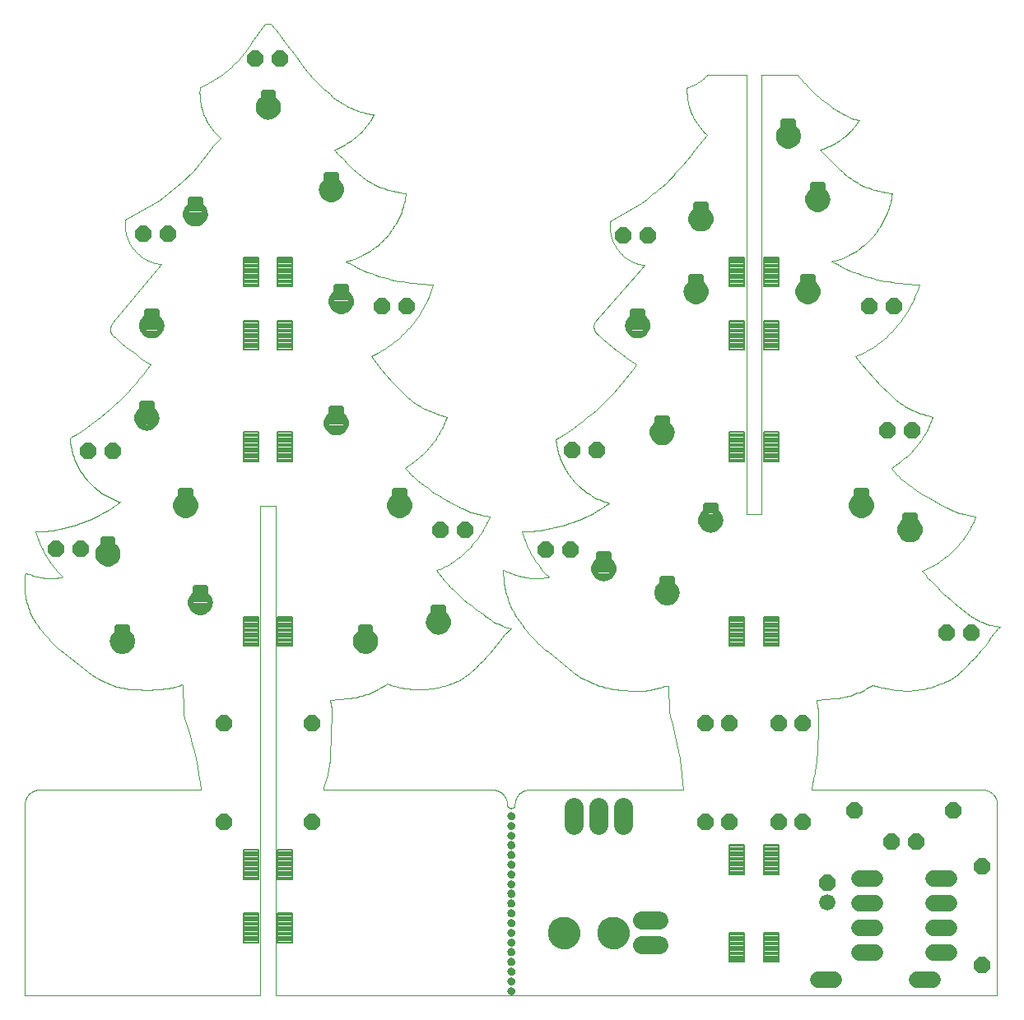
<source format=gts>
G75*
%MOIN*%
%OFA0B0*%
%FSLAX25Y25*%
%IPPOS*%
%LPD*%
%AMOC8*
5,1,8,0,0,1.08239X$1,22.5*
%
%ADD10C,0.00000*%
%ADD11C,0.12998*%
%ADD12C,0.00800*%
%ADD13C,0.03156*%
%ADD14C,0.02400*%
%ADD15OC8,0.06600*%
%ADD16C,0.06600*%
%ADD17C,0.06600*%
%ADD18C,0.07400*%
%ADD19C,0.07731*%
D10*
X0255902Y0195547D02*
X0266138Y0187279D01*
X0240942Y0204995D02*
X0240367Y0204475D01*
X0239804Y0203943D01*
X0239253Y0203397D01*
X0238715Y0202840D01*
X0238189Y0202270D01*
X0237676Y0201689D01*
X0237176Y0201096D01*
X0236690Y0200492D01*
X0236218Y0199877D01*
X0238186Y0205783D02*
X0240942Y0204996D01*
X0242123Y0227043D02*
X0237792Y0228618D01*
X0237792Y0228224D01*
X0229918Y0210508D02*
X0230453Y0210083D01*
X0230998Y0209670D01*
X0231552Y0209271D01*
X0232116Y0208884D01*
X0232688Y0208511D01*
X0233269Y0208151D01*
X0233858Y0207806D01*
X0234455Y0207474D01*
X0235060Y0207156D01*
X0235672Y0206852D01*
X0236291Y0206563D01*
X0236917Y0206288D01*
X0237548Y0206028D01*
X0238186Y0205783D01*
X0256296Y0225862D02*
X0255902Y0226256D01*
X0237792Y0228224D02*
X0237807Y0227372D01*
X0237842Y0226521D01*
X0237898Y0225670D01*
X0237975Y0224822D01*
X0238072Y0223975D01*
X0238189Y0223131D01*
X0238327Y0222290D01*
X0238485Y0221452D01*
X0238663Y0220619D01*
X0238861Y0219790D01*
X0239079Y0218966D01*
X0239316Y0218148D01*
X0239574Y0217336D01*
X0239851Y0216530D01*
X0240147Y0215731D01*
X0240462Y0214939D01*
X0240797Y0214155D01*
X0241150Y0213380D01*
X0241522Y0212613D01*
X0241912Y0211855D01*
X0242320Y0211107D01*
X0242747Y0210370D01*
X0243191Y0209642D01*
X0243652Y0208926D01*
X0244130Y0208220D01*
X0244626Y0207527D01*
X0245137Y0206846D01*
X0245666Y0206177D01*
X0245272Y0244366D02*
X0248028Y0244366D01*
X0242123Y0227044D02*
X0242685Y0226829D01*
X0243251Y0226628D01*
X0243823Y0226442D01*
X0244399Y0226269D01*
X0244978Y0226110D01*
X0245562Y0225966D01*
X0246149Y0225836D01*
X0246739Y0225720D01*
X0247332Y0225619D01*
X0247927Y0225533D01*
X0248524Y0225461D01*
X0249122Y0225404D01*
X0249722Y0225361D01*
X0250322Y0225333D01*
X0250923Y0225320D01*
X0251524Y0225322D01*
X0252125Y0225338D01*
X0252726Y0225369D01*
X0253325Y0225415D01*
X0253923Y0225475D01*
X0254520Y0225550D01*
X0255114Y0225640D01*
X0255707Y0225744D01*
X0256296Y0225862D01*
X0232280Y0250272D02*
X0228737Y0251059D01*
X0212989Y0229406D02*
X0210627Y0228618D01*
X0218500Y0183342D02*
X0217650Y0182992D01*
X0216792Y0182662D01*
X0215926Y0182354D01*
X0215053Y0182066D01*
X0214173Y0181800D01*
X0213287Y0181556D01*
X0212395Y0181333D01*
X0211498Y0181132D01*
X0210596Y0180952D01*
X0209691Y0180795D01*
X0208781Y0180660D01*
X0207869Y0180547D01*
X0206954Y0180456D01*
X0206037Y0180388D01*
X0205119Y0180341D01*
X0204200Y0180318D01*
X0203281Y0180316D01*
X0202362Y0180337D01*
X0201444Y0180380D01*
X0200527Y0180446D01*
X0199611Y0180534D01*
X0198699Y0180644D01*
X0197789Y0180776D01*
X0196883Y0180931D01*
X0195981Y0181107D01*
X0195083Y0181306D01*
X0194190Y0181526D01*
X0193303Y0181767D01*
X0193304Y0181768D02*
X0190548Y0182555D01*
X0175194Y0176650D02*
X0167713Y0175862D01*
X0167854Y0175304D01*
X0167983Y0174742D01*
X0168097Y0174177D01*
X0168199Y0173609D01*
X0168286Y0173039D01*
X0168360Y0172468D01*
X0168421Y0171894D01*
X0168467Y0171320D01*
X0168500Y0170744D01*
X0165745Y0142791D02*
X0165351Y0141610D01*
X0164957Y0139642D02*
X0233461Y0139642D01*
X0233613Y0139640D01*
X0233765Y0139634D01*
X0233917Y0139624D01*
X0234068Y0139611D01*
X0234219Y0139593D01*
X0234370Y0139572D01*
X0234520Y0139546D01*
X0234669Y0139517D01*
X0234818Y0139484D01*
X0234965Y0139447D01*
X0235112Y0139407D01*
X0235257Y0139362D01*
X0235401Y0139314D01*
X0235544Y0139262D01*
X0235686Y0139207D01*
X0235826Y0139148D01*
X0235965Y0139085D01*
X0236102Y0139019D01*
X0236237Y0138949D01*
X0236370Y0138876D01*
X0236501Y0138799D01*
X0236631Y0138719D01*
X0236758Y0138636D01*
X0236883Y0138550D01*
X0237006Y0138460D01*
X0237126Y0138367D01*
X0237244Y0138271D01*
X0237360Y0138172D01*
X0237473Y0138070D01*
X0237583Y0137966D01*
X0237691Y0137858D01*
X0237795Y0137748D01*
X0237897Y0137635D01*
X0237996Y0137519D01*
X0238092Y0137401D01*
X0238185Y0137281D01*
X0238275Y0137158D01*
X0238361Y0137033D01*
X0238444Y0136906D01*
X0238524Y0136776D01*
X0238601Y0136645D01*
X0238674Y0136512D01*
X0238744Y0136377D01*
X0238810Y0136240D01*
X0238873Y0136101D01*
X0238932Y0135961D01*
X0238987Y0135819D01*
X0239039Y0135676D01*
X0239087Y0135532D01*
X0239132Y0135387D01*
X0239172Y0135240D01*
X0239209Y0135093D01*
X0239242Y0134944D01*
X0239271Y0134795D01*
X0239297Y0134645D01*
X0239318Y0134494D01*
X0239336Y0134343D01*
X0239349Y0134192D01*
X0239359Y0134040D01*
X0239365Y0133888D01*
X0239367Y0133736D01*
X0240942Y0132161D02*
X0241019Y0132163D01*
X0241096Y0132169D01*
X0241173Y0132178D01*
X0241249Y0132191D01*
X0241325Y0132208D01*
X0241399Y0132229D01*
X0241473Y0132253D01*
X0241545Y0132281D01*
X0241615Y0132312D01*
X0241684Y0132347D01*
X0241752Y0132385D01*
X0241817Y0132426D01*
X0241880Y0132471D01*
X0241941Y0132519D01*
X0242000Y0132569D01*
X0242056Y0132622D01*
X0242109Y0132678D01*
X0242159Y0132737D01*
X0242207Y0132798D01*
X0242252Y0132861D01*
X0242293Y0132926D01*
X0242331Y0132994D01*
X0242366Y0133063D01*
X0242397Y0133133D01*
X0242425Y0133205D01*
X0242449Y0133279D01*
X0242470Y0133353D01*
X0242487Y0133429D01*
X0242500Y0133505D01*
X0242509Y0133582D01*
X0242515Y0133659D01*
X0242517Y0133736D01*
X0240942Y0132161D02*
X0240865Y0132163D01*
X0240788Y0132169D01*
X0240711Y0132178D01*
X0240635Y0132191D01*
X0240559Y0132208D01*
X0240485Y0132229D01*
X0240411Y0132253D01*
X0240339Y0132281D01*
X0240269Y0132312D01*
X0240200Y0132347D01*
X0240132Y0132385D01*
X0240067Y0132426D01*
X0240004Y0132471D01*
X0239943Y0132519D01*
X0239884Y0132569D01*
X0239828Y0132622D01*
X0239775Y0132678D01*
X0239725Y0132737D01*
X0239677Y0132798D01*
X0239632Y0132861D01*
X0239591Y0132926D01*
X0239553Y0132994D01*
X0239518Y0133063D01*
X0239487Y0133133D01*
X0239459Y0133205D01*
X0239435Y0133279D01*
X0239414Y0133353D01*
X0239397Y0133429D01*
X0239384Y0133505D01*
X0239375Y0133582D01*
X0239369Y0133659D01*
X0239367Y0133736D01*
X0239564Y0129012D02*
X0239566Y0129086D01*
X0239572Y0129160D01*
X0239582Y0129233D01*
X0239596Y0129306D01*
X0239613Y0129378D01*
X0239635Y0129448D01*
X0239660Y0129518D01*
X0239689Y0129586D01*
X0239722Y0129652D01*
X0239758Y0129717D01*
X0239798Y0129779D01*
X0239840Y0129840D01*
X0239886Y0129898D01*
X0239935Y0129953D01*
X0239987Y0130006D01*
X0240042Y0130056D01*
X0240099Y0130102D01*
X0240159Y0130146D01*
X0240221Y0130186D01*
X0240285Y0130223D01*
X0240351Y0130257D01*
X0240419Y0130287D01*
X0240488Y0130313D01*
X0240559Y0130336D01*
X0240630Y0130354D01*
X0240703Y0130369D01*
X0240776Y0130380D01*
X0240850Y0130387D01*
X0240924Y0130390D01*
X0240997Y0130389D01*
X0241071Y0130384D01*
X0241145Y0130375D01*
X0241218Y0130362D01*
X0241290Y0130345D01*
X0241361Y0130325D01*
X0241431Y0130300D01*
X0241499Y0130272D01*
X0241566Y0130241D01*
X0241631Y0130205D01*
X0241694Y0130167D01*
X0241755Y0130125D01*
X0241814Y0130079D01*
X0241870Y0130031D01*
X0241923Y0129980D01*
X0241973Y0129926D01*
X0242021Y0129869D01*
X0242065Y0129810D01*
X0242107Y0129748D01*
X0242145Y0129685D01*
X0242179Y0129619D01*
X0242210Y0129552D01*
X0242237Y0129483D01*
X0242260Y0129413D01*
X0242280Y0129342D01*
X0242296Y0129269D01*
X0242308Y0129196D01*
X0242316Y0129123D01*
X0242320Y0129049D01*
X0242320Y0128975D01*
X0242316Y0128901D01*
X0242308Y0128828D01*
X0242296Y0128755D01*
X0242280Y0128682D01*
X0242260Y0128611D01*
X0242237Y0128541D01*
X0242210Y0128472D01*
X0242179Y0128405D01*
X0242145Y0128339D01*
X0242107Y0128276D01*
X0242065Y0128214D01*
X0242021Y0128155D01*
X0241973Y0128098D01*
X0241923Y0128044D01*
X0241870Y0127993D01*
X0241814Y0127945D01*
X0241755Y0127899D01*
X0241694Y0127857D01*
X0241631Y0127819D01*
X0241566Y0127783D01*
X0241499Y0127752D01*
X0241431Y0127724D01*
X0241361Y0127699D01*
X0241290Y0127679D01*
X0241218Y0127662D01*
X0241145Y0127649D01*
X0241071Y0127640D01*
X0240997Y0127635D01*
X0240924Y0127634D01*
X0240850Y0127637D01*
X0240776Y0127644D01*
X0240703Y0127655D01*
X0240630Y0127670D01*
X0240559Y0127688D01*
X0240488Y0127711D01*
X0240419Y0127737D01*
X0240351Y0127767D01*
X0240285Y0127801D01*
X0240221Y0127838D01*
X0240159Y0127878D01*
X0240099Y0127922D01*
X0240042Y0127968D01*
X0239987Y0128018D01*
X0239935Y0128071D01*
X0239886Y0128126D01*
X0239840Y0128184D01*
X0239798Y0128245D01*
X0239758Y0128307D01*
X0239722Y0128372D01*
X0239689Y0128438D01*
X0239660Y0128506D01*
X0239635Y0128576D01*
X0239613Y0128646D01*
X0239596Y0128718D01*
X0239582Y0128791D01*
X0239572Y0128864D01*
X0239566Y0128938D01*
X0239564Y0129012D01*
X0239564Y0125075D02*
X0239566Y0125149D01*
X0239572Y0125223D01*
X0239582Y0125296D01*
X0239596Y0125369D01*
X0239613Y0125441D01*
X0239635Y0125511D01*
X0239660Y0125581D01*
X0239689Y0125649D01*
X0239722Y0125715D01*
X0239758Y0125780D01*
X0239798Y0125842D01*
X0239840Y0125903D01*
X0239886Y0125961D01*
X0239935Y0126016D01*
X0239987Y0126069D01*
X0240042Y0126119D01*
X0240099Y0126165D01*
X0240159Y0126209D01*
X0240221Y0126249D01*
X0240285Y0126286D01*
X0240351Y0126320D01*
X0240419Y0126350D01*
X0240488Y0126376D01*
X0240559Y0126399D01*
X0240630Y0126417D01*
X0240703Y0126432D01*
X0240776Y0126443D01*
X0240850Y0126450D01*
X0240924Y0126453D01*
X0240997Y0126452D01*
X0241071Y0126447D01*
X0241145Y0126438D01*
X0241218Y0126425D01*
X0241290Y0126408D01*
X0241361Y0126388D01*
X0241431Y0126363D01*
X0241499Y0126335D01*
X0241566Y0126304D01*
X0241631Y0126268D01*
X0241694Y0126230D01*
X0241755Y0126188D01*
X0241814Y0126142D01*
X0241870Y0126094D01*
X0241923Y0126043D01*
X0241973Y0125989D01*
X0242021Y0125932D01*
X0242065Y0125873D01*
X0242107Y0125811D01*
X0242145Y0125748D01*
X0242179Y0125682D01*
X0242210Y0125615D01*
X0242237Y0125546D01*
X0242260Y0125476D01*
X0242280Y0125405D01*
X0242296Y0125332D01*
X0242308Y0125259D01*
X0242316Y0125186D01*
X0242320Y0125112D01*
X0242320Y0125038D01*
X0242316Y0124964D01*
X0242308Y0124891D01*
X0242296Y0124818D01*
X0242280Y0124745D01*
X0242260Y0124674D01*
X0242237Y0124604D01*
X0242210Y0124535D01*
X0242179Y0124468D01*
X0242145Y0124402D01*
X0242107Y0124339D01*
X0242065Y0124277D01*
X0242021Y0124218D01*
X0241973Y0124161D01*
X0241923Y0124107D01*
X0241870Y0124056D01*
X0241814Y0124008D01*
X0241755Y0123962D01*
X0241694Y0123920D01*
X0241631Y0123882D01*
X0241566Y0123846D01*
X0241499Y0123815D01*
X0241431Y0123787D01*
X0241361Y0123762D01*
X0241290Y0123742D01*
X0241218Y0123725D01*
X0241145Y0123712D01*
X0241071Y0123703D01*
X0240997Y0123698D01*
X0240924Y0123697D01*
X0240850Y0123700D01*
X0240776Y0123707D01*
X0240703Y0123718D01*
X0240630Y0123733D01*
X0240559Y0123751D01*
X0240488Y0123774D01*
X0240419Y0123800D01*
X0240351Y0123830D01*
X0240285Y0123864D01*
X0240221Y0123901D01*
X0240159Y0123941D01*
X0240099Y0123985D01*
X0240042Y0124031D01*
X0239987Y0124081D01*
X0239935Y0124134D01*
X0239886Y0124189D01*
X0239840Y0124247D01*
X0239798Y0124308D01*
X0239758Y0124370D01*
X0239722Y0124435D01*
X0239689Y0124501D01*
X0239660Y0124569D01*
X0239635Y0124639D01*
X0239613Y0124709D01*
X0239596Y0124781D01*
X0239582Y0124854D01*
X0239572Y0124927D01*
X0239566Y0125001D01*
X0239564Y0125075D01*
X0239564Y0121138D02*
X0239566Y0121212D01*
X0239572Y0121286D01*
X0239582Y0121359D01*
X0239596Y0121432D01*
X0239613Y0121504D01*
X0239635Y0121574D01*
X0239660Y0121644D01*
X0239689Y0121712D01*
X0239722Y0121778D01*
X0239758Y0121843D01*
X0239798Y0121905D01*
X0239840Y0121966D01*
X0239886Y0122024D01*
X0239935Y0122079D01*
X0239987Y0122132D01*
X0240042Y0122182D01*
X0240099Y0122228D01*
X0240159Y0122272D01*
X0240221Y0122312D01*
X0240285Y0122349D01*
X0240351Y0122383D01*
X0240419Y0122413D01*
X0240488Y0122439D01*
X0240559Y0122462D01*
X0240630Y0122480D01*
X0240703Y0122495D01*
X0240776Y0122506D01*
X0240850Y0122513D01*
X0240924Y0122516D01*
X0240997Y0122515D01*
X0241071Y0122510D01*
X0241145Y0122501D01*
X0241218Y0122488D01*
X0241290Y0122471D01*
X0241361Y0122451D01*
X0241431Y0122426D01*
X0241499Y0122398D01*
X0241566Y0122367D01*
X0241631Y0122331D01*
X0241694Y0122293D01*
X0241755Y0122251D01*
X0241814Y0122205D01*
X0241870Y0122157D01*
X0241923Y0122106D01*
X0241973Y0122052D01*
X0242021Y0121995D01*
X0242065Y0121936D01*
X0242107Y0121874D01*
X0242145Y0121811D01*
X0242179Y0121745D01*
X0242210Y0121678D01*
X0242237Y0121609D01*
X0242260Y0121539D01*
X0242280Y0121468D01*
X0242296Y0121395D01*
X0242308Y0121322D01*
X0242316Y0121249D01*
X0242320Y0121175D01*
X0242320Y0121101D01*
X0242316Y0121027D01*
X0242308Y0120954D01*
X0242296Y0120881D01*
X0242280Y0120808D01*
X0242260Y0120737D01*
X0242237Y0120667D01*
X0242210Y0120598D01*
X0242179Y0120531D01*
X0242145Y0120465D01*
X0242107Y0120402D01*
X0242065Y0120340D01*
X0242021Y0120281D01*
X0241973Y0120224D01*
X0241923Y0120170D01*
X0241870Y0120119D01*
X0241814Y0120071D01*
X0241755Y0120025D01*
X0241694Y0119983D01*
X0241631Y0119945D01*
X0241566Y0119909D01*
X0241499Y0119878D01*
X0241431Y0119850D01*
X0241361Y0119825D01*
X0241290Y0119805D01*
X0241218Y0119788D01*
X0241145Y0119775D01*
X0241071Y0119766D01*
X0240997Y0119761D01*
X0240924Y0119760D01*
X0240850Y0119763D01*
X0240776Y0119770D01*
X0240703Y0119781D01*
X0240630Y0119796D01*
X0240559Y0119814D01*
X0240488Y0119837D01*
X0240419Y0119863D01*
X0240351Y0119893D01*
X0240285Y0119927D01*
X0240221Y0119964D01*
X0240159Y0120004D01*
X0240099Y0120048D01*
X0240042Y0120094D01*
X0239987Y0120144D01*
X0239935Y0120197D01*
X0239886Y0120252D01*
X0239840Y0120310D01*
X0239798Y0120371D01*
X0239758Y0120433D01*
X0239722Y0120498D01*
X0239689Y0120564D01*
X0239660Y0120632D01*
X0239635Y0120702D01*
X0239613Y0120772D01*
X0239596Y0120844D01*
X0239582Y0120917D01*
X0239572Y0120990D01*
X0239566Y0121064D01*
X0239564Y0121138D01*
X0239564Y0117201D02*
X0239566Y0117275D01*
X0239572Y0117349D01*
X0239582Y0117422D01*
X0239596Y0117495D01*
X0239613Y0117567D01*
X0239635Y0117637D01*
X0239660Y0117707D01*
X0239689Y0117775D01*
X0239722Y0117841D01*
X0239758Y0117906D01*
X0239798Y0117968D01*
X0239840Y0118029D01*
X0239886Y0118087D01*
X0239935Y0118142D01*
X0239987Y0118195D01*
X0240042Y0118245D01*
X0240099Y0118291D01*
X0240159Y0118335D01*
X0240221Y0118375D01*
X0240285Y0118412D01*
X0240351Y0118446D01*
X0240419Y0118476D01*
X0240488Y0118502D01*
X0240559Y0118525D01*
X0240630Y0118543D01*
X0240703Y0118558D01*
X0240776Y0118569D01*
X0240850Y0118576D01*
X0240924Y0118579D01*
X0240997Y0118578D01*
X0241071Y0118573D01*
X0241145Y0118564D01*
X0241218Y0118551D01*
X0241290Y0118534D01*
X0241361Y0118514D01*
X0241431Y0118489D01*
X0241499Y0118461D01*
X0241566Y0118430D01*
X0241631Y0118394D01*
X0241694Y0118356D01*
X0241755Y0118314D01*
X0241814Y0118268D01*
X0241870Y0118220D01*
X0241923Y0118169D01*
X0241973Y0118115D01*
X0242021Y0118058D01*
X0242065Y0117999D01*
X0242107Y0117937D01*
X0242145Y0117874D01*
X0242179Y0117808D01*
X0242210Y0117741D01*
X0242237Y0117672D01*
X0242260Y0117602D01*
X0242280Y0117531D01*
X0242296Y0117458D01*
X0242308Y0117385D01*
X0242316Y0117312D01*
X0242320Y0117238D01*
X0242320Y0117164D01*
X0242316Y0117090D01*
X0242308Y0117017D01*
X0242296Y0116944D01*
X0242280Y0116871D01*
X0242260Y0116800D01*
X0242237Y0116730D01*
X0242210Y0116661D01*
X0242179Y0116594D01*
X0242145Y0116528D01*
X0242107Y0116465D01*
X0242065Y0116403D01*
X0242021Y0116344D01*
X0241973Y0116287D01*
X0241923Y0116233D01*
X0241870Y0116182D01*
X0241814Y0116134D01*
X0241755Y0116088D01*
X0241694Y0116046D01*
X0241631Y0116008D01*
X0241566Y0115972D01*
X0241499Y0115941D01*
X0241431Y0115913D01*
X0241361Y0115888D01*
X0241290Y0115868D01*
X0241218Y0115851D01*
X0241145Y0115838D01*
X0241071Y0115829D01*
X0240997Y0115824D01*
X0240924Y0115823D01*
X0240850Y0115826D01*
X0240776Y0115833D01*
X0240703Y0115844D01*
X0240630Y0115859D01*
X0240559Y0115877D01*
X0240488Y0115900D01*
X0240419Y0115926D01*
X0240351Y0115956D01*
X0240285Y0115990D01*
X0240221Y0116027D01*
X0240159Y0116067D01*
X0240099Y0116111D01*
X0240042Y0116157D01*
X0239987Y0116207D01*
X0239935Y0116260D01*
X0239886Y0116315D01*
X0239840Y0116373D01*
X0239798Y0116434D01*
X0239758Y0116496D01*
X0239722Y0116561D01*
X0239689Y0116627D01*
X0239660Y0116695D01*
X0239635Y0116765D01*
X0239613Y0116835D01*
X0239596Y0116907D01*
X0239582Y0116980D01*
X0239572Y0117053D01*
X0239566Y0117127D01*
X0239564Y0117201D01*
X0239564Y0113264D02*
X0239566Y0113338D01*
X0239572Y0113412D01*
X0239582Y0113485D01*
X0239596Y0113558D01*
X0239613Y0113630D01*
X0239635Y0113700D01*
X0239660Y0113770D01*
X0239689Y0113838D01*
X0239722Y0113904D01*
X0239758Y0113969D01*
X0239798Y0114031D01*
X0239840Y0114092D01*
X0239886Y0114150D01*
X0239935Y0114205D01*
X0239987Y0114258D01*
X0240042Y0114308D01*
X0240099Y0114354D01*
X0240159Y0114398D01*
X0240221Y0114438D01*
X0240285Y0114475D01*
X0240351Y0114509D01*
X0240419Y0114539D01*
X0240488Y0114565D01*
X0240559Y0114588D01*
X0240630Y0114606D01*
X0240703Y0114621D01*
X0240776Y0114632D01*
X0240850Y0114639D01*
X0240924Y0114642D01*
X0240997Y0114641D01*
X0241071Y0114636D01*
X0241145Y0114627D01*
X0241218Y0114614D01*
X0241290Y0114597D01*
X0241361Y0114577D01*
X0241431Y0114552D01*
X0241499Y0114524D01*
X0241566Y0114493D01*
X0241631Y0114457D01*
X0241694Y0114419D01*
X0241755Y0114377D01*
X0241814Y0114331D01*
X0241870Y0114283D01*
X0241923Y0114232D01*
X0241973Y0114178D01*
X0242021Y0114121D01*
X0242065Y0114062D01*
X0242107Y0114000D01*
X0242145Y0113937D01*
X0242179Y0113871D01*
X0242210Y0113804D01*
X0242237Y0113735D01*
X0242260Y0113665D01*
X0242280Y0113594D01*
X0242296Y0113521D01*
X0242308Y0113448D01*
X0242316Y0113375D01*
X0242320Y0113301D01*
X0242320Y0113227D01*
X0242316Y0113153D01*
X0242308Y0113080D01*
X0242296Y0113007D01*
X0242280Y0112934D01*
X0242260Y0112863D01*
X0242237Y0112793D01*
X0242210Y0112724D01*
X0242179Y0112657D01*
X0242145Y0112591D01*
X0242107Y0112528D01*
X0242065Y0112466D01*
X0242021Y0112407D01*
X0241973Y0112350D01*
X0241923Y0112296D01*
X0241870Y0112245D01*
X0241814Y0112197D01*
X0241755Y0112151D01*
X0241694Y0112109D01*
X0241631Y0112071D01*
X0241566Y0112035D01*
X0241499Y0112004D01*
X0241431Y0111976D01*
X0241361Y0111951D01*
X0241290Y0111931D01*
X0241218Y0111914D01*
X0241145Y0111901D01*
X0241071Y0111892D01*
X0240997Y0111887D01*
X0240924Y0111886D01*
X0240850Y0111889D01*
X0240776Y0111896D01*
X0240703Y0111907D01*
X0240630Y0111922D01*
X0240559Y0111940D01*
X0240488Y0111963D01*
X0240419Y0111989D01*
X0240351Y0112019D01*
X0240285Y0112053D01*
X0240221Y0112090D01*
X0240159Y0112130D01*
X0240099Y0112174D01*
X0240042Y0112220D01*
X0239987Y0112270D01*
X0239935Y0112323D01*
X0239886Y0112378D01*
X0239840Y0112436D01*
X0239798Y0112497D01*
X0239758Y0112559D01*
X0239722Y0112624D01*
X0239689Y0112690D01*
X0239660Y0112758D01*
X0239635Y0112828D01*
X0239613Y0112898D01*
X0239596Y0112970D01*
X0239582Y0113043D01*
X0239572Y0113116D01*
X0239566Y0113190D01*
X0239564Y0113264D01*
X0239564Y0109327D02*
X0239566Y0109401D01*
X0239572Y0109475D01*
X0239582Y0109548D01*
X0239596Y0109621D01*
X0239613Y0109693D01*
X0239635Y0109763D01*
X0239660Y0109833D01*
X0239689Y0109901D01*
X0239722Y0109967D01*
X0239758Y0110032D01*
X0239798Y0110094D01*
X0239840Y0110155D01*
X0239886Y0110213D01*
X0239935Y0110268D01*
X0239987Y0110321D01*
X0240042Y0110371D01*
X0240099Y0110417D01*
X0240159Y0110461D01*
X0240221Y0110501D01*
X0240285Y0110538D01*
X0240351Y0110572D01*
X0240419Y0110602D01*
X0240488Y0110628D01*
X0240559Y0110651D01*
X0240630Y0110669D01*
X0240703Y0110684D01*
X0240776Y0110695D01*
X0240850Y0110702D01*
X0240924Y0110705D01*
X0240997Y0110704D01*
X0241071Y0110699D01*
X0241145Y0110690D01*
X0241218Y0110677D01*
X0241290Y0110660D01*
X0241361Y0110640D01*
X0241431Y0110615D01*
X0241499Y0110587D01*
X0241566Y0110556D01*
X0241631Y0110520D01*
X0241694Y0110482D01*
X0241755Y0110440D01*
X0241814Y0110394D01*
X0241870Y0110346D01*
X0241923Y0110295D01*
X0241973Y0110241D01*
X0242021Y0110184D01*
X0242065Y0110125D01*
X0242107Y0110063D01*
X0242145Y0110000D01*
X0242179Y0109934D01*
X0242210Y0109867D01*
X0242237Y0109798D01*
X0242260Y0109728D01*
X0242280Y0109657D01*
X0242296Y0109584D01*
X0242308Y0109511D01*
X0242316Y0109438D01*
X0242320Y0109364D01*
X0242320Y0109290D01*
X0242316Y0109216D01*
X0242308Y0109143D01*
X0242296Y0109070D01*
X0242280Y0108997D01*
X0242260Y0108926D01*
X0242237Y0108856D01*
X0242210Y0108787D01*
X0242179Y0108720D01*
X0242145Y0108654D01*
X0242107Y0108591D01*
X0242065Y0108529D01*
X0242021Y0108470D01*
X0241973Y0108413D01*
X0241923Y0108359D01*
X0241870Y0108308D01*
X0241814Y0108260D01*
X0241755Y0108214D01*
X0241694Y0108172D01*
X0241631Y0108134D01*
X0241566Y0108098D01*
X0241499Y0108067D01*
X0241431Y0108039D01*
X0241361Y0108014D01*
X0241290Y0107994D01*
X0241218Y0107977D01*
X0241145Y0107964D01*
X0241071Y0107955D01*
X0240997Y0107950D01*
X0240924Y0107949D01*
X0240850Y0107952D01*
X0240776Y0107959D01*
X0240703Y0107970D01*
X0240630Y0107985D01*
X0240559Y0108003D01*
X0240488Y0108026D01*
X0240419Y0108052D01*
X0240351Y0108082D01*
X0240285Y0108116D01*
X0240221Y0108153D01*
X0240159Y0108193D01*
X0240099Y0108237D01*
X0240042Y0108283D01*
X0239987Y0108333D01*
X0239935Y0108386D01*
X0239886Y0108441D01*
X0239840Y0108499D01*
X0239798Y0108560D01*
X0239758Y0108622D01*
X0239722Y0108687D01*
X0239689Y0108753D01*
X0239660Y0108821D01*
X0239635Y0108891D01*
X0239613Y0108961D01*
X0239596Y0109033D01*
X0239582Y0109106D01*
X0239572Y0109179D01*
X0239566Y0109253D01*
X0239564Y0109327D01*
X0239564Y0105390D02*
X0239566Y0105464D01*
X0239572Y0105538D01*
X0239582Y0105611D01*
X0239596Y0105684D01*
X0239613Y0105756D01*
X0239635Y0105826D01*
X0239660Y0105896D01*
X0239689Y0105964D01*
X0239722Y0106030D01*
X0239758Y0106095D01*
X0239798Y0106157D01*
X0239840Y0106218D01*
X0239886Y0106276D01*
X0239935Y0106331D01*
X0239987Y0106384D01*
X0240042Y0106434D01*
X0240099Y0106480D01*
X0240159Y0106524D01*
X0240221Y0106564D01*
X0240285Y0106601D01*
X0240351Y0106635D01*
X0240419Y0106665D01*
X0240488Y0106691D01*
X0240559Y0106714D01*
X0240630Y0106732D01*
X0240703Y0106747D01*
X0240776Y0106758D01*
X0240850Y0106765D01*
X0240924Y0106768D01*
X0240997Y0106767D01*
X0241071Y0106762D01*
X0241145Y0106753D01*
X0241218Y0106740D01*
X0241290Y0106723D01*
X0241361Y0106703D01*
X0241431Y0106678D01*
X0241499Y0106650D01*
X0241566Y0106619D01*
X0241631Y0106583D01*
X0241694Y0106545D01*
X0241755Y0106503D01*
X0241814Y0106457D01*
X0241870Y0106409D01*
X0241923Y0106358D01*
X0241973Y0106304D01*
X0242021Y0106247D01*
X0242065Y0106188D01*
X0242107Y0106126D01*
X0242145Y0106063D01*
X0242179Y0105997D01*
X0242210Y0105930D01*
X0242237Y0105861D01*
X0242260Y0105791D01*
X0242280Y0105720D01*
X0242296Y0105647D01*
X0242308Y0105574D01*
X0242316Y0105501D01*
X0242320Y0105427D01*
X0242320Y0105353D01*
X0242316Y0105279D01*
X0242308Y0105206D01*
X0242296Y0105133D01*
X0242280Y0105060D01*
X0242260Y0104989D01*
X0242237Y0104919D01*
X0242210Y0104850D01*
X0242179Y0104783D01*
X0242145Y0104717D01*
X0242107Y0104654D01*
X0242065Y0104592D01*
X0242021Y0104533D01*
X0241973Y0104476D01*
X0241923Y0104422D01*
X0241870Y0104371D01*
X0241814Y0104323D01*
X0241755Y0104277D01*
X0241694Y0104235D01*
X0241631Y0104197D01*
X0241566Y0104161D01*
X0241499Y0104130D01*
X0241431Y0104102D01*
X0241361Y0104077D01*
X0241290Y0104057D01*
X0241218Y0104040D01*
X0241145Y0104027D01*
X0241071Y0104018D01*
X0240997Y0104013D01*
X0240924Y0104012D01*
X0240850Y0104015D01*
X0240776Y0104022D01*
X0240703Y0104033D01*
X0240630Y0104048D01*
X0240559Y0104066D01*
X0240488Y0104089D01*
X0240419Y0104115D01*
X0240351Y0104145D01*
X0240285Y0104179D01*
X0240221Y0104216D01*
X0240159Y0104256D01*
X0240099Y0104300D01*
X0240042Y0104346D01*
X0239987Y0104396D01*
X0239935Y0104449D01*
X0239886Y0104504D01*
X0239840Y0104562D01*
X0239798Y0104623D01*
X0239758Y0104685D01*
X0239722Y0104750D01*
X0239689Y0104816D01*
X0239660Y0104884D01*
X0239635Y0104954D01*
X0239613Y0105024D01*
X0239596Y0105096D01*
X0239582Y0105169D01*
X0239572Y0105242D01*
X0239566Y0105316D01*
X0239564Y0105390D01*
X0239564Y0101453D02*
X0239566Y0101527D01*
X0239572Y0101601D01*
X0239582Y0101674D01*
X0239596Y0101747D01*
X0239613Y0101819D01*
X0239635Y0101889D01*
X0239660Y0101959D01*
X0239689Y0102027D01*
X0239722Y0102093D01*
X0239758Y0102158D01*
X0239798Y0102220D01*
X0239840Y0102281D01*
X0239886Y0102339D01*
X0239935Y0102394D01*
X0239987Y0102447D01*
X0240042Y0102497D01*
X0240099Y0102543D01*
X0240159Y0102587D01*
X0240221Y0102627D01*
X0240285Y0102664D01*
X0240351Y0102698D01*
X0240419Y0102728D01*
X0240488Y0102754D01*
X0240559Y0102777D01*
X0240630Y0102795D01*
X0240703Y0102810D01*
X0240776Y0102821D01*
X0240850Y0102828D01*
X0240924Y0102831D01*
X0240997Y0102830D01*
X0241071Y0102825D01*
X0241145Y0102816D01*
X0241218Y0102803D01*
X0241290Y0102786D01*
X0241361Y0102766D01*
X0241431Y0102741D01*
X0241499Y0102713D01*
X0241566Y0102682D01*
X0241631Y0102646D01*
X0241694Y0102608D01*
X0241755Y0102566D01*
X0241814Y0102520D01*
X0241870Y0102472D01*
X0241923Y0102421D01*
X0241973Y0102367D01*
X0242021Y0102310D01*
X0242065Y0102251D01*
X0242107Y0102189D01*
X0242145Y0102126D01*
X0242179Y0102060D01*
X0242210Y0101993D01*
X0242237Y0101924D01*
X0242260Y0101854D01*
X0242280Y0101783D01*
X0242296Y0101710D01*
X0242308Y0101637D01*
X0242316Y0101564D01*
X0242320Y0101490D01*
X0242320Y0101416D01*
X0242316Y0101342D01*
X0242308Y0101269D01*
X0242296Y0101196D01*
X0242280Y0101123D01*
X0242260Y0101052D01*
X0242237Y0100982D01*
X0242210Y0100913D01*
X0242179Y0100846D01*
X0242145Y0100780D01*
X0242107Y0100717D01*
X0242065Y0100655D01*
X0242021Y0100596D01*
X0241973Y0100539D01*
X0241923Y0100485D01*
X0241870Y0100434D01*
X0241814Y0100386D01*
X0241755Y0100340D01*
X0241694Y0100298D01*
X0241631Y0100260D01*
X0241566Y0100224D01*
X0241499Y0100193D01*
X0241431Y0100165D01*
X0241361Y0100140D01*
X0241290Y0100120D01*
X0241218Y0100103D01*
X0241145Y0100090D01*
X0241071Y0100081D01*
X0240997Y0100076D01*
X0240924Y0100075D01*
X0240850Y0100078D01*
X0240776Y0100085D01*
X0240703Y0100096D01*
X0240630Y0100111D01*
X0240559Y0100129D01*
X0240488Y0100152D01*
X0240419Y0100178D01*
X0240351Y0100208D01*
X0240285Y0100242D01*
X0240221Y0100279D01*
X0240159Y0100319D01*
X0240099Y0100363D01*
X0240042Y0100409D01*
X0239987Y0100459D01*
X0239935Y0100512D01*
X0239886Y0100567D01*
X0239840Y0100625D01*
X0239798Y0100686D01*
X0239758Y0100748D01*
X0239722Y0100813D01*
X0239689Y0100879D01*
X0239660Y0100947D01*
X0239635Y0101017D01*
X0239613Y0101087D01*
X0239596Y0101159D01*
X0239582Y0101232D01*
X0239572Y0101305D01*
X0239566Y0101379D01*
X0239564Y0101453D01*
X0239564Y0097516D02*
X0239566Y0097590D01*
X0239572Y0097664D01*
X0239582Y0097737D01*
X0239596Y0097810D01*
X0239613Y0097882D01*
X0239635Y0097952D01*
X0239660Y0098022D01*
X0239689Y0098090D01*
X0239722Y0098156D01*
X0239758Y0098221D01*
X0239798Y0098283D01*
X0239840Y0098344D01*
X0239886Y0098402D01*
X0239935Y0098457D01*
X0239987Y0098510D01*
X0240042Y0098560D01*
X0240099Y0098606D01*
X0240159Y0098650D01*
X0240221Y0098690D01*
X0240285Y0098727D01*
X0240351Y0098761D01*
X0240419Y0098791D01*
X0240488Y0098817D01*
X0240559Y0098840D01*
X0240630Y0098858D01*
X0240703Y0098873D01*
X0240776Y0098884D01*
X0240850Y0098891D01*
X0240924Y0098894D01*
X0240997Y0098893D01*
X0241071Y0098888D01*
X0241145Y0098879D01*
X0241218Y0098866D01*
X0241290Y0098849D01*
X0241361Y0098829D01*
X0241431Y0098804D01*
X0241499Y0098776D01*
X0241566Y0098745D01*
X0241631Y0098709D01*
X0241694Y0098671D01*
X0241755Y0098629D01*
X0241814Y0098583D01*
X0241870Y0098535D01*
X0241923Y0098484D01*
X0241973Y0098430D01*
X0242021Y0098373D01*
X0242065Y0098314D01*
X0242107Y0098252D01*
X0242145Y0098189D01*
X0242179Y0098123D01*
X0242210Y0098056D01*
X0242237Y0097987D01*
X0242260Y0097917D01*
X0242280Y0097846D01*
X0242296Y0097773D01*
X0242308Y0097700D01*
X0242316Y0097627D01*
X0242320Y0097553D01*
X0242320Y0097479D01*
X0242316Y0097405D01*
X0242308Y0097332D01*
X0242296Y0097259D01*
X0242280Y0097186D01*
X0242260Y0097115D01*
X0242237Y0097045D01*
X0242210Y0096976D01*
X0242179Y0096909D01*
X0242145Y0096843D01*
X0242107Y0096780D01*
X0242065Y0096718D01*
X0242021Y0096659D01*
X0241973Y0096602D01*
X0241923Y0096548D01*
X0241870Y0096497D01*
X0241814Y0096449D01*
X0241755Y0096403D01*
X0241694Y0096361D01*
X0241631Y0096323D01*
X0241566Y0096287D01*
X0241499Y0096256D01*
X0241431Y0096228D01*
X0241361Y0096203D01*
X0241290Y0096183D01*
X0241218Y0096166D01*
X0241145Y0096153D01*
X0241071Y0096144D01*
X0240997Y0096139D01*
X0240924Y0096138D01*
X0240850Y0096141D01*
X0240776Y0096148D01*
X0240703Y0096159D01*
X0240630Y0096174D01*
X0240559Y0096192D01*
X0240488Y0096215D01*
X0240419Y0096241D01*
X0240351Y0096271D01*
X0240285Y0096305D01*
X0240221Y0096342D01*
X0240159Y0096382D01*
X0240099Y0096426D01*
X0240042Y0096472D01*
X0239987Y0096522D01*
X0239935Y0096575D01*
X0239886Y0096630D01*
X0239840Y0096688D01*
X0239798Y0096749D01*
X0239758Y0096811D01*
X0239722Y0096876D01*
X0239689Y0096942D01*
X0239660Y0097010D01*
X0239635Y0097080D01*
X0239613Y0097150D01*
X0239596Y0097222D01*
X0239582Y0097295D01*
X0239572Y0097368D01*
X0239566Y0097442D01*
X0239564Y0097516D01*
X0239564Y0093579D02*
X0239566Y0093653D01*
X0239572Y0093727D01*
X0239582Y0093800D01*
X0239596Y0093873D01*
X0239613Y0093945D01*
X0239635Y0094015D01*
X0239660Y0094085D01*
X0239689Y0094153D01*
X0239722Y0094219D01*
X0239758Y0094284D01*
X0239798Y0094346D01*
X0239840Y0094407D01*
X0239886Y0094465D01*
X0239935Y0094520D01*
X0239987Y0094573D01*
X0240042Y0094623D01*
X0240099Y0094669D01*
X0240159Y0094713D01*
X0240221Y0094753D01*
X0240285Y0094790D01*
X0240351Y0094824D01*
X0240419Y0094854D01*
X0240488Y0094880D01*
X0240559Y0094903D01*
X0240630Y0094921D01*
X0240703Y0094936D01*
X0240776Y0094947D01*
X0240850Y0094954D01*
X0240924Y0094957D01*
X0240997Y0094956D01*
X0241071Y0094951D01*
X0241145Y0094942D01*
X0241218Y0094929D01*
X0241290Y0094912D01*
X0241361Y0094892D01*
X0241431Y0094867D01*
X0241499Y0094839D01*
X0241566Y0094808D01*
X0241631Y0094772D01*
X0241694Y0094734D01*
X0241755Y0094692D01*
X0241814Y0094646D01*
X0241870Y0094598D01*
X0241923Y0094547D01*
X0241973Y0094493D01*
X0242021Y0094436D01*
X0242065Y0094377D01*
X0242107Y0094315D01*
X0242145Y0094252D01*
X0242179Y0094186D01*
X0242210Y0094119D01*
X0242237Y0094050D01*
X0242260Y0093980D01*
X0242280Y0093909D01*
X0242296Y0093836D01*
X0242308Y0093763D01*
X0242316Y0093690D01*
X0242320Y0093616D01*
X0242320Y0093542D01*
X0242316Y0093468D01*
X0242308Y0093395D01*
X0242296Y0093322D01*
X0242280Y0093249D01*
X0242260Y0093178D01*
X0242237Y0093108D01*
X0242210Y0093039D01*
X0242179Y0092972D01*
X0242145Y0092906D01*
X0242107Y0092843D01*
X0242065Y0092781D01*
X0242021Y0092722D01*
X0241973Y0092665D01*
X0241923Y0092611D01*
X0241870Y0092560D01*
X0241814Y0092512D01*
X0241755Y0092466D01*
X0241694Y0092424D01*
X0241631Y0092386D01*
X0241566Y0092350D01*
X0241499Y0092319D01*
X0241431Y0092291D01*
X0241361Y0092266D01*
X0241290Y0092246D01*
X0241218Y0092229D01*
X0241145Y0092216D01*
X0241071Y0092207D01*
X0240997Y0092202D01*
X0240924Y0092201D01*
X0240850Y0092204D01*
X0240776Y0092211D01*
X0240703Y0092222D01*
X0240630Y0092237D01*
X0240559Y0092255D01*
X0240488Y0092278D01*
X0240419Y0092304D01*
X0240351Y0092334D01*
X0240285Y0092368D01*
X0240221Y0092405D01*
X0240159Y0092445D01*
X0240099Y0092489D01*
X0240042Y0092535D01*
X0239987Y0092585D01*
X0239935Y0092638D01*
X0239886Y0092693D01*
X0239840Y0092751D01*
X0239798Y0092812D01*
X0239758Y0092874D01*
X0239722Y0092939D01*
X0239689Y0093005D01*
X0239660Y0093073D01*
X0239635Y0093143D01*
X0239613Y0093213D01*
X0239596Y0093285D01*
X0239582Y0093358D01*
X0239572Y0093431D01*
X0239566Y0093505D01*
X0239564Y0093579D01*
X0239564Y0089642D02*
X0239566Y0089716D01*
X0239572Y0089790D01*
X0239582Y0089863D01*
X0239596Y0089936D01*
X0239613Y0090008D01*
X0239635Y0090078D01*
X0239660Y0090148D01*
X0239689Y0090216D01*
X0239722Y0090282D01*
X0239758Y0090347D01*
X0239798Y0090409D01*
X0239840Y0090470D01*
X0239886Y0090528D01*
X0239935Y0090583D01*
X0239987Y0090636D01*
X0240042Y0090686D01*
X0240099Y0090732D01*
X0240159Y0090776D01*
X0240221Y0090816D01*
X0240285Y0090853D01*
X0240351Y0090887D01*
X0240419Y0090917D01*
X0240488Y0090943D01*
X0240559Y0090966D01*
X0240630Y0090984D01*
X0240703Y0090999D01*
X0240776Y0091010D01*
X0240850Y0091017D01*
X0240924Y0091020D01*
X0240997Y0091019D01*
X0241071Y0091014D01*
X0241145Y0091005D01*
X0241218Y0090992D01*
X0241290Y0090975D01*
X0241361Y0090955D01*
X0241431Y0090930D01*
X0241499Y0090902D01*
X0241566Y0090871D01*
X0241631Y0090835D01*
X0241694Y0090797D01*
X0241755Y0090755D01*
X0241814Y0090709D01*
X0241870Y0090661D01*
X0241923Y0090610D01*
X0241973Y0090556D01*
X0242021Y0090499D01*
X0242065Y0090440D01*
X0242107Y0090378D01*
X0242145Y0090315D01*
X0242179Y0090249D01*
X0242210Y0090182D01*
X0242237Y0090113D01*
X0242260Y0090043D01*
X0242280Y0089972D01*
X0242296Y0089899D01*
X0242308Y0089826D01*
X0242316Y0089753D01*
X0242320Y0089679D01*
X0242320Y0089605D01*
X0242316Y0089531D01*
X0242308Y0089458D01*
X0242296Y0089385D01*
X0242280Y0089312D01*
X0242260Y0089241D01*
X0242237Y0089171D01*
X0242210Y0089102D01*
X0242179Y0089035D01*
X0242145Y0088969D01*
X0242107Y0088906D01*
X0242065Y0088844D01*
X0242021Y0088785D01*
X0241973Y0088728D01*
X0241923Y0088674D01*
X0241870Y0088623D01*
X0241814Y0088575D01*
X0241755Y0088529D01*
X0241694Y0088487D01*
X0241631Y0088449D01*
X0241566Y0088413D01*
X0241499Y0088382D01*
X0241431Y0088354D01*
X0241361Y0088329D01*
X0241290Y0088309D01*
X0241218Y0088292D01*
X0241145Y0088279D01*
X0241071Y0088270D01*
X0240997Y0088265D01*
X0240924Y0088264D01*
X0240850Y0088267D01*
X0240776Y0088274D01*
X0240703Y0088285D01*
X0240630Y0088300D01*
X0240559Y0088318D01*
X0240488Y0088341D01*
X0240419Y0088367D01*
X0240351Y0088397D01*
X0240285Y0088431D01*
X0240221Y0088468D01*
X0240159Y0088508D01*
X0240099Y0088552D01*
X0240042Y0088598D01*
X0239987Y0088648D01*
X0239935Y0088701D01*
X0239886Y0088756D01*
X0239840Y0088814D01*
X0239798Y0088875D01*
X0239758Y0088937D01*
X0239722Y0089002D01*
X0239689Y0089068D01*
X0239660Y0089136D01*
X0239635Y0089206D01*
X0239613Y0089276D01*
X0239596Y0089348D01*
X0239582Y0089421D01*
X0239572Y0089494D01*
X0239566Y0089568D01*
X0239564Y0089642D01*
X0239564Y0085705D02*
X0239566Y0085779D01*
X0239572Y0085853D01*
X0239582Y0085926D01*
X0239596Y0085999D01*
X0239613Y0086071D01*
X0239635Y0086141D01*
X0239660Y0086211D01*
X0239689Y0086279D01*
X0239722Y0086345D01*
X0239758Y0086410D01*
X0239798Y0086472D01*
X0239840Y0086533D01*
X0239886Y0086591D01*
X0239935Y0086646D01*
X0239987Y0086699D01*
X0240042Y0086749D01*
X0240099Y0086795D01*
X0240159Y0086839D01*
X0240221Y0086879D01*
X0240285Y0086916D01*
X0240351Y0086950D01*
X0240419Y0086980D01*
X0240488Y0087006D01*
X0240559Y0087029D01*
X0240630Y0087047D01*
X0240703Y0087062D01*
X0240776Y0087073D01*
X0240850Y0087080D01*
X0240924Y0087083D01*
X0240997Y0087082D01*
X0241071Y0087077D01*
X0241145Y0087068D01*
X0241218Y0087055D01*
X0241290Y0087038D01*
X0241361Y0087018D01*
X0241431Y0086993D01*
X0241499Y0086965D01*
X0241566Y0086934D01*
X0241631Y0086898D01*
X0241694Y0086860D01*
X0241755Y0086818D01*
X0241814Y0086772D01*
X0241870Y0086724D01*
X0241923Y0086673D01*
X0241973Y0086619D01*
X0242021Y0086562D01*
X0242065Y0086503D01*
X0242107Y0086441D01*
X0242145Y0086378D01*
X0242179Y0086312D01*
X0242210Y0086245D01*
X0242237Y0086176D01*
X0242260Y0086106D01*
X0242280Y0086035D01*
X0242296Y0085962D01*
X0242308Y0085889D01*
X0242316Y0085816D01*
X0242320Y0085742D01*
X0242320Y0085668D01*
X0242316Y0085594D01*
X0242308Y0085521D01*
X0242296Y0085448D01*
X0242280Y0085375D01*
X0242260Y0085304D01*
X0242237Y0085234D01*
X0242210Y0085165D01*
X0242179Y0085098D01*
X0242145Y0085032D01*
X0242107Y0084969D01*
X0242065Y0084907D01*
X0242021Y0084848D01*
X0241973Y0084791D01*
X0241923Y0084737D01*
X0241870Y0084686D01*
X0241814Y0084638D01*
X0241755Y0084592D01*
X0241694Y0084550D01*
X0241631Y0084512D01*
X0241566Y0084476D01*
X0241499Y0084445D01*
X0241431Y0084417D01*
X0241361Y0084392D01*
X0241290Y0084372D01*
X0241218Y0084355D01*
X0241145Y0084342D01*
X0241071Y0084333D01*
X0240997Y0084328D01*
X0240924Y0084327D01*
X0240850Y0084330D01*
X0240776Y0084337D01*
X0240703Y0084348D01*
X0240630Y0084363D01*
X0240559Y0084381D01*
X0240488Y0084404D01*
X0240419Y0084430D01*
X0240351Y0084460D01*
X0240285Y0084494D01*
X0240221Y0084531D01*
X0240159Y0084571D01*
X0240099Y0084615D01*
X0240042Y0084661D01*
X0239987Y0084711D01*
X0239935Y0084764D01*
X0239886Y0084819D01*
X0239840Y0084877D01*
X0239798Y0084938D01*
X0239758Y0085000D01*
X0239722Y0085065D01*
X0239689Y0085131D01*
X0239660Y0085199D01*
X0239635Y0085269D01*
X0239613Y0085339D01*
X0239596Y0085411D01*
X0239582Y0085484D01*
X0239572Y0085557D01*
X0239566Y0085631D01*
X0239564Y0085705D01*
X0239564Y0081768D02*
X0239566Y0081842D01*
X0239572Y0081916D01*
X0239582Y0081989D01*
X0239596Y0082062D01*
X0239613Y0082134D01*
X0239635Y0082204D01*
X0239660Y0082274D01*
X0239689Y0082342D01*
X0239722Y0082408D01*
X0239758Y0082473D01*
X0239798Y0082535D01*
X0239840Y0082596D01*
X0239886Y0082654D01*
X0239935Y0082709D01*
X0239987Y0082762D01*
X0240042Y0082812D01*
X0240099Y0082858D01*
X0240159Y0082902D01*
X0240221Y0082942D01*
X0240285Y0082979D01*
X0240351Y0083013D01*
X0240419Y0083043D01*
X0240488Y0083069D01*
X0240559Y0083092D01*
X0240630Y0083110D01*
X0240703Y0083125D01*
X0240776Y0083136D01*
X0240850Y0083143D01*
X0240924Y0083146D01*
X0240997Y0083145D01*
X0241071Y0083140D01*
X0241145Y0083131D01*
X0241218Y0083118D01*
X0241290Y0083101D01*
X0241361Y0083081D01*
X0241431Y0083056D01*
X0241499Y0083028D01*
X0241566Y0082997D01*
X0241631Y0082961D01*
X0241694Y0082923D01*
X0241755Y0082881D01*
X0241814Y0082835D01*
X0241870Y0082787D01*
X0241923Y0082736D01*
X0241973Y0082682D01*
X0242021Y0082625D01*
X0242065Y0082566D01*
X0242107Y0082504D01*
X0242145Y0082441D01*
X0242179Y0082375D01*
X0242210Y0082308D01*
X0242237Y0082239D01*
X0242260Y0082169D01*
X0242280Y0082098D01*
X0242296Y0082025D01*
X0242308Y0081952D01*
X0242316Y0081879D01*
X0242320Y0081805D01*
X0242320Y0081731D01*
X0242316Y0081657D01*
X0242308Y0081584D01*
X0242296Y0081511D01*
X0242280Y0081438D01*
X0242260Y0081367D01*
X0242237Y0081297D01*
X0242210Y0081228D01*
X0242179Y0081161D01*
X0242145Y0081095D01*
X0242107Y0081032D01*
X0242065Y0080970D01*
X0242021Y0080911D01*
X0241973Y0080854D01*
X0241923Y0080800D01*
X0241870Y0080749D01*
X0241814Y0080701D01*
X0241755Y0080655D01*
X0241694Y0080613D01*
X0241631Y0080575D01*
X0241566Y0080539D01*
X0241499Y0080508D01*
X0241431Y0080480D01*
X0241361Y0080455D01*
X0241290Y0080435D01*
X0241218Y0080418D01*
X0241145Y0080405D01*
X0241071Y0080396D01*
X0240997Y0080391D01*
X0240924Y0080390D01*
X0240850Y0080393D01*
X0240776Y0080400D01*
X0240703Y0080411D01*
X0240630Y0080426D01*
X0240559Y0080444D01*
X0240488Y0080467D01*
X0240419Y0080493D01*
X0240351Y0080523D01*
X0240285Y0080557D01*
X0240221Y0080594D01*
X0240159Y0080634D01*
X0240099Y0080678D01*
X0240042Y0080724D01*
X0239987Y0080774D01*
X0239935Y0080827D01*
X0239886Y0080882D01*
X0239840Y0080940D01*
X0239798Y0081001D01*
X0239758Y0081063D01*
X0239722Y0081128D01*
X0239689Y0081194D01*
X0239660Y0081262D01*
X0239635Y0081332D01*
X0239613Y0081402D01*
X0239596Y0081474D01*
X0239582Y0081547D01*
X0239572Y0081620D01*
X0239566Y0081694D01*
X0239564Y0081768D01*
X0239564Y0077831D02*
X0239566Y0077905D01*
X0239572Y0077979D01*
X0239582Y0078052D01*
X0239596Y0078125D01*
X0239613Y0078197D01*
X0239635Y0078267D01*
X0239660Y0078337D01*
X0239689Y0078405D01*
X0239722Y0078471D01*
X0239758Y0078536D01*
X0239798Y0078598D01*
X0239840Y0078659D01*
X0239886Y0078717D01*
X0239935Y0078772D01*
X0239987Y0078825D01*
X0240042Y0078875D01*
X0240099Y0078921D01*
X0240159Y0078965D01*
X0240221Y0079005D01*
X0240285Y0079042D01*
X0240351Y0079076D01*
X0240419Y0079106D01*
X0240488Y0079132D01*
X0240559Y0079155D01*
X0240630Y0079173D01*
X0240703Y0079188D01*
X0240776Y0079199D01*
X0240850Y0079206D01*
X0240924Y0079209D01*
X0240997Y0079208D01*
X0241071Y0079203D01*
X0241145Y0079194D01*
X0241218Y0079181D01*
X0241290Y0079164D01*
X0241361Y0079144D01*
X0241431Y0079119D01*
X0241499Y0079091D01*
X0241566Y0079060D01*
X0241631Y0079024D01*
X0241694Y0078986D01*
X0241755Y0078944D01*
X0241814Y0078898D01*
X0241870Y0078850D01*
X0241923Y0078799D01*
X0241973Y0078745D01*
X0242021Y0078688D01*
X0242065Y0078629D01*
X0242107Y0078567D01*
X0242145Y0078504D01*
X0242179Y0078438D01*
X0242210Y0078371D01*
X0242237Y0078302D01*
X0242260Y0078232D01*
X0242280Y0078161D01*
X0242296Y0078088D01*
X0242308Y0078015D01*
X0242316Y0077942D01*
X0242320Y0077868D01*
X0242320Y0077794D01*
X0242316Y0077720D01*
X0242308Y0077647D01*
X0242296Y0077574D01*
X0242280Y0077501D01*
X0242260Y0077430D01*
X0242237Y0077360D01*
X0242210Y0077291D01*
X0242179Y0077224D01*
X0242145Y0077158D01*
X0242107Y0077095D01*
X0242065Y0077033D01*
X0242021Y0076974D01*
X0241973Y0076917D01*
X0241923Y0076863D01*
X0241870Y0076812D01*
X0241814Y0076764D01*
X0241755Y0076718D01*
X0241694Y0076676D01*
X0241631Y0076638D01*
X0241566Y0076602D01*
X0241499Y0076571D01*
X0241431Y0076543D01*
X0241361Y0076518D01*
X0241290Y0076498D01*
X0241218Y0076481D01*
X0241145Y0076468D01*
X0241071Y0076459D01*
X0240997Y0076454D01*
X0240924Y0076453D01*
X0240850Y0076456D01*
X0240776Y0076463D01*
X0240703Y0076474D01*
X0240630Y0076489D01*
X0240559Y0076507D01*
X0240488Y0076530D01*
X0240419Y0076556D01*
X0240351Y0076586D01*
X0240285Y0076620D01*
X0240221Y0076657D01*
X0240159Y0076697D01*
X0240099Y0076741D01*
X0240042Y0076787D01*
X0239987Y0076837D01*
X0239935Y0076890D01*
X0239886Y0076945D01*
X0239840Y0077003D01*
X0239798Y0077064D01*
X0239758Y0077126D01*
X0239722Y0077191D01*
X0239689Y0077257D01*
X0239660Y0077325D01*
X0239635Y0077395D01*
X0239613Y0077465D01*
X0239596Y0077537D01*
X0239582Y0077610D01*
X0239572Y0077683D01*
X0239566Y0077757D01*
X0239564Y0077831D01*
X0239564Y0073894D02*
X0239566Y0073968D01*
X0239572Y0074042D01*
X0239582Y0074115D01*
X0239596Y0074188D01*
X0239613Y0074260D01*
X0239635Y0074330D01*
X0239660Y0074400D01*
X0239689Y0074468D01*
X0239722Y0074534D01*
X0239758Y0074599D01*
X0239798Y0074661D01*
X0239840Y0074722D01*
X0239886Y0074780D01*
X0239935Y0074835D01*
X0239987Y0074888D01*
X0240042Y0074938D01*
X0240099Y0074984D01*
X0240159Y0075028D01*
X0240221Y0075068D01*
X0240285Y0075105D01*
X0240351Y0075139D01*
X0240419Y0075169D01*
X0240488Y0075195D01*
X0240559Y0075218D01*
X0240630Y0075236D01*
X0240703Y0075251D01*
X0240776Y0075262D01*
X0240850Y0075269D01*
X0240924Y0075272D01*
X0240997Y0075271D01*
X0241071Y0075266D01*
X0241145Y0075257D01*
X0241218Y0075244D01*
X0241290Y0075227D01*
X0241361Y0075207D01*
X0241431Y0075182D01*
X0241499Y0075154D01*
X0241566Y0075123D01*
X0241631Y0075087D01*
X0241694Y0075049D01*
X0241755Y0075007D01*
X0241814Y0074961D01*
X0241870Y0074913D01*
X0241923Y0074862D01*
X0241973Y0074808D01*
X0242021Y0074751D01*
X0242065Y0074692D01*
X0242107Y0074630D01*
X0242145Y0074567D01*
X0242179Y0074501D01*
X0242210Y0074434D01*
X0242237Y0074365D01*
X0242260Y0074295D01*
X0242280Y0074224D01*
X0242296Y0074151D01*
X0242308Y0074078D01*
X0242316Y0074005D01*
X0242320Y0073931D01*
X0242320Y0073857D01*
X0242316Y0073783D01*
X0242308Y0073710D01*
X0242296Y0073637D01*
X0242280Y0073564D01*
X0242260Y0073493D01*
X0242237Y0073423D01*
X0242210Y0073354D01*
X0242179Y0073287D01*
X0242145Y0073221D01*
X0242107Y0073158D01*
X0242065Y0073096D01*
X0242021Y0073037D01*
X0241973Y0072980D01*
X0241923Y0072926D01*
X0241870Y0072875D01*
X0241814Y0072827D01*
X0241755Y0072781D01*
X0241694Y0072739D01*
X0241631Y0072701D01*
X0241566Y0072665D01*
X0241499Y0072634D01*
X0241431Y0072606D01*
X0241361Y0072581D01*
X0241290Y0072561D01*
X0241218Y0072544D01*
X0241145Y0072531D01*
X0241071Y0072522D01*
X0240997Y0072517D01*
X0240924Y0072516D01*
X0240850Y0072519D01*
X0240776Y0072526D01*
X0240703Y0072537D01*
X0240630Y0072552D01*
X0240559Y0072570D01*
X0240488Y0072593D01*
X0240419Y0072619D01*
X0240351Y0072649D01*
X0240285Y0072683D01*
X0240221Y0072720D01*
X0240159Y0072760D01*
X0240099Y0072804D01*
X0240042Y0072850D01*
X0239987Y0072900D01*
X0239935Y0072953D01*
X0239886Y0073008D01*
X0239840Y0073066D01*
X0239798Y0073127D01*
X0239758Y0073189D01*
X0239722Y0073254D01*
X0239689Y0073320D01*
X0239660Y0073388D01*
X0239635Y0073458D01*
X0239613Y0073528D01*
X0239596Y0073600D01*
X0239582Y0073673D01*
X0239572Y0073746D01*
X0239566Y0073820D01*
X0239564Y0073894D01*
X0239564Y0069957D02*
X0239566Y0070031D01*
X0239572Y0070105D01*
X0239582Y0070178D01*
X0239596Y0070251D01*
X0239613Y0070323D01*
X0239635Y0070393D01*
X0239660Y0070463D01*
X0239689Y0070531D01*
X0239722Y0070597D01*
X0239758Y0070662D01*
X0239798Y0070724D01*
X0239840Y0070785D01*
X0239886Y0070843D01*
X0239935Y0070898D01*
X0239987Y0070951D01*
X0240042Y0071001D01*
X0240099Y0071047D01*
X0240159Y0071091D01*
X0240221Y0071131D01*
X0240285Y0071168D01*
X0240351Y0071202D01*
X0240419Y0071232D01*
X0240488Y0071258D01*
X0240559Y0071281D01*
X0240630Y0071299D01*
X0240703Y0071314D01*
X0240776Y0071325D01*
X0240850Y0071332D01*
X0240924Y0071335D01*
X0240997Y0071334D01*
X0241071Y0071329D01*
X0241145Y0071320D01*
X0241218Y0071307D01*
X0241290Y0071290D01*
X0241361Y0071270D01*
X0241431Y0071245D01*
X0241499Y0071217D01*
X0241566Y0071186D01*
X0241631Y0071150D01*
X0241694Y0071112D01*
X0241755Y0071070D01*
X0241814Y0071024D01*
X0241870Y0070976D01*
X0241923Y0070925D01*
X0241973Y0070871D01*
X0242021Y0070814D01*
X0242065Y0070755D01*
X0242107Y0070693D01*
X0242145Y0070630D01*
X0242179Y0070564D01*
X0242210Y0070497D01*
X0242237Y0070428D01*
X0242260Y0070358D01*
X0242280Y0070287D01*
X0242296Y0070214D01*
X0242308Y0070141D01*
X0242316Y0070068D01*
X0242320Y0069994D01*
X0242320Y0069920D01*
X0242316Y0069846D01*
X0242308Y0069773D01*
X0242296Y0069700D01*
X0242280Y0069627D01*
X0242260Y0069556D01*
X0242237Y0069486D01*
X0242210Y0069417D01*
X0242179Y0069350D01*
X0242145Y0069284D01*
X0242107Y0069221D01*
X0242065Y0069159D01*
X0242021Y0069100D01*
X0241973Y0069043D01*
X0241923Y0068989D01*
X0241870Y0068938D01*
X0241814Y0068890D01*
X0241755Y0068844D01*
X0241694Y0068802D01*
X0241631Y0068764D01*
X0241566Y0068728D01*
X0241499Y0068697D01*
X0241431Y0068669D01*
X0241361Y0068644D01*
X0241290Y0068624D01*
X0241218Y0068607D01*
X0241145Y0068594D01*
X0241071Y0068585D01*
X0240997Y0068580D01*
X0240924Y0068579D01*
X0240850Y0068582D01*
X0240776Y0068589D01*
X0240703Y0068600D01*
X0240630Y0068615D01*
X0240559Y0068633D01*
X0240488Y0068656D01*
X0240419Y0068682D01*
X0240351Y0068712D01*
X0240285Y0068746D01*
X0240221Y0068783D01*
X0240159Y0068823D01*
X0240099Y0068867D01*
X0240042Y0068913D01*
X0239987Y0068963D01*
X0239935Y0069016D01*
X0239886Y0069071D01*
X0239840Y0069129D01*
X0239798Y0069190D01*
X0239758Y0069252D01*
X0239722Y0069317D01*
X0239689Y0069383D01*
X0239660Y0069451D01*
X0239635Y0069521D01*
X0239613Y0069591D01*
X0239596Y0069663D01*
X0239582Y0069736D01*
X0239572Y0069809D01*
X0239566Y0069883D01*
X0239564Y0069957D01*
X0239564Y0066020D02*
X0239566Y0066094D01*
X0239572Y0066168D01*
X0239582Y0066241D01*
X0239596Y0066314D01*
X0239613Y0066386D01*
X0239635Y0066456D01*
X0239660Y0066526D01*
X0239689Y0066594D01*
X0239722Y0066660D01*
X0239758Y0066725D01*
X0239798Y0066787D01*
X0239840Y0066848D01*
X0239886Y0066906D01*
X0239935Y0066961D01*
X0239987Y0067014D01*
X0240042Y0067064D01*
X0240099Y0067110D01*
X0240159Y0067154D01*
X0240221Y0067194D01*
X0240285Y0067231D01*
X0240351Y0067265D01*
X0240419Y0067295D01*
X0240488Y0067321D01*
X0240559Y0067344D01*
X0240630Y0067362D01*
X0240703Y0067377D01*
X0240776Y0067388D01*
X0240850Y0067395D01*
X0240924Y0067398D01*
X0240997Y0067397D01*
X0241071Y0067392D01*
X0241145Y0067383D01*
X0241218Y0067370D01*
X0241290Y0067353D01*
X0241361Y0067333D01*
X0241431Y0067308D01*
X0241499Y0067280D01*
X0241566Y0067249D01*
X0241631Y0067213D01*
X0241694Y0067175D01*
X0241755Y0067133D01*
X0241814Y0067087D01*
X0241870Y0067039D01*
X0241923Y0066988D01*
X0241973Y0066934D01*
X0242021Y0066877D01*
X0242065Y0066818D01*
X0242107Y0066756D01*
X0242145Y0066693D01*
X0242179Y0066627D01*
X0242210Y0066560D01*
X0242237Y0066491D01*
X0242260Y0066421D01*
X0242280Y0066350D01*
X0242296Y0066277D01*
X0242308Y0066204D01*
X0242316Y0066131D01*
X0242320Y0066057D01*
X0242320Y0065983D01*
X0242316Y0065909D01*
X0242308Y0065836D01*
X0242296Y0065763D01*
X0242280Y0065690D01*
X0242260Y0065619D01*
X0242237Y0065549D01*
X0242210Y0065480D01*
X0242179Y0065413D01*
X0242145Y0065347D01*
X0242107Y0065284D01*
X0242065Y0065222D01*
X0242021Y0065163D01*
X0241973Y0065106D01*
X0241923Y0065052D01*
X0241870Y0065001D01*
X0241814Y0064953D01*
X0241755Y0064907D01*
X0241694Y0064865D01*
X0241631Y0064827D01*
X0241566Y0064791D01*
X0241499Y0064760D01*
X0241431Y0064732D01*
X0241361Y0064707D01*
X0241290Y0064687D01*
X0241218Y0064670D01*
X0241145Y0064657D01*
X0241071Y0064648D01*
X0240997Y0064643D01*
X0240924Y0064642D01*
X0240850Y0064645D01*
X0240776Y0064652D01*
X0240703Y0064663D01*
X0240630Y0064678D01*
X0240559Y0064696D01*
X0240488Y0064719D01*
X0240419Y0064745D01*
X0240351Y0064775D01*
X0240285Y0064809D01*
X0240221Y0064846D01*
X0240159Y0064886D01*
X0240099Y0064930D01*
X0240042Y0064976D01*
X0239987Y0065026D01*
X0239935Y0065079D01*
X0239886Y0065134D01*
X0239840Y0065192D01*
X0239798Y0065253D01*
X0239758Y0065315D01*
X0239722Y0065380D01*
X0239689Y0065446D01*
X0239660Y0065514D01*
X0239635Y0065584D01*
X0239613Y0065654D01*
X0239596Y0065726D01*
X0239582Y0065799D01*
X0239572Y0065872D01*
X0239566Y0065946D01*
X0239564Y0066020D01*
X0239564Y0062083D02*
X0239566Y0062157D01*
X0239572Y0062231D01*
X0239582Y0062304D01*
X0239596Y0062377D01*
X0239613Y0062449D01*
X0239635Y0062519D01*
X0239660Y0062589D01*
X0239689Y0062657D01*
X0239722Y0062723D01*
X0239758Y0062788D01*
X0239798Y0062850D01*
X0239840Y0062911D01*
X0239886Y0062969D01*
X0239935Y0063024D01*
X0239987Y0063077D01*
X0240042Y0063127D01*
X0240099Y0063173D01*
X0240159Y0063217D01*
X0240221Y0063257D01*
X0240285Y0063294D01*
X0240351Y0063328D01*
X0240419Y0063358D01*
X0240488Y0063384D01*
X0240559Y0063407D01*
X0240630Y0063425D01*
X0240703Y0063440D01*
X0240776Y0063451D01*
X0240850Y0063458D01*
X0240924Y0063461D01*
X0240997Y0063460D01*
X0241071Y0063455D01*
X0241145Y0063446D01*
X0241218Y0063433D01*
X0241290Y0063416D01*
X0241361Y0063396D01*
X0241431Y0063371D01*
X0241499Y0063343D01*
X0241566Y0063312D01*
X0241631Y0063276D01*
X0241694Y0063238D01*
X0241755Y0063196D01*
X0241814Y0063150D01*
X0241870Y0063102D01*
X0241923Y0063051D01*
X0241973Y0062997D01*
X0242021Y0062940D01*
X0242065Y0062881D01*
X0242107Y0062819D01*
X0242145Y0062756D01*
X0242179Y0062690D01*
X0242210Y0062623D01*
X0242237Y0062554D01*
X0242260Y0062484D01*
X0242280Y0062413D01*
X0242296Y0062340D01*
X0242308Y0062267D01*
X0242316Y0062194D01*
X0242320Y0062120D01*
X0242320Y0062046D01*
X0242316Y0061972D01*
X0242308Y0061899D01*
X0242296Y0061826D01*
X0242280Y0061753D01*
X0242260Y0061682D01*
X0242237Y0061612D01*
X0242210Y0061543D01*
X0242179Y0061476D01*
X0242145Y0061410D01*
X0242107Y0061347D01*
X0242065Y0061285D01*
X0242021Y0061226D01*
X0241973Y0061169D01*
X0241923Y0061115D01*
X0241870Y0061064D01*
X0241814Y0061016D01*
X0241755Y0060970D01*
X0241694Y0060928D01*
X0241631Y0060890D01*
X0241566Y0060854D01*
X0241499Y0060823D01*
X0241431Y0060795D01*
X0241361Y0060770D01*
X0241290Y0060750D01*
X0241218Y0060733D01*
X0241145Y0060720D01*
X0241071Y0060711D01*
X0240997Y0060706D01*
X0240924Y0060705D01*
X0240850Y0060708D01*
X0240776Y0060715D01*
X0240703Y0060726D01*
X0240630Y0060741D01*
X0240559Y0060759D01*
X0240488Y0060782D01*
X0240419Y0060808D01*
X0240351Y0060838D01*
X0240285Y0060872D01*
X0240221Y0060909D01*
X0240159Y0060949D01*
X0240099Y0060993D01*
X0240042Y0061039D01*
X0239987Y0061089D01*
X0239935Y0061142D01*
X0239886Y0061197D01*
X0239840Y0061255D01*
X0239798Y0061316D01*
X0239758Y0061378D01*
X0239722Y0061443D01*
X0239689Y0061509D01*
X0239660Y0061577D01*
X0239635Y0061647D01*
X0239613Y0061717D01*
X0239596Y0061789D01*
X0239582Y0061862D01*
X0239572Y0061935D01*
X0239566Y0062009D01*
X0239564Y0062083D01*
X0239564Y0058146D02*
X0239566Y0058220D01*
X0239572Y0058294D01*
X0239582Y0058367D01*
X0239596Y0058440D01*
X0239613Y0058512D01*
X0239635Y0058582D01*
X0239660Y0058652D01*
X0239689Y0058720D01*
X0239722Y0058786D01*
X0239758Y0058851D01*
X0239798Y0058913D01*
X0239840Y0058974D01*
X0239886Y0059032D01*
X0239935Y0059087D01*
X0239987Y0059140D01*
X0240042Y0059190D01*
X0240099Y0059236D01*
X0240159Y0059280D01*
X0240221Y0059320D01*
X0240285Y0059357D01*
X0240351Y0059391D01*
X0240419Y0059421D01*
X0240488Y0059447D01*
X0240559Y0059470D01*
X0240630Y0059488D01*
X0240703Y0059503D01*
X0240776Y0059514D01*
X0240850Y0059521D01*
X0240924Y0059524D01*
X0240997Y0059523D01*
X0241071Y0059518D01*
X0241145Y0059509D01*
X0241218Y0059496D01*
X0241290Y0059479D01*
X0241361Y0059459D01*
X0241431Y0059434D01*
X0241499Y0059406D01*
X0241566Y0059375D01*
X0241631Y0059339D01*
X0241694Y0059301D01*
X0241755Y0059259D01*
X0241814Y0059213D01*
X0241870Y0059165D01*
X0241923Y0059114D01*
X0241973Y0059060D01*
X0242021Y0059003D01*
X0242065Y0058944D01*
X0242107Y0058882D01*
X0242145Y0058819D01*
X0242179Y0058753D01*
X0242210Y0058686D01*
X0242237Y0058617D01*
X0242260Y0058547D01*
X0242280Y0058476D01*
X0242296Y0058403D01*
X0242308Y0058330D01*
X0242316Y0058257D01*
X0242320Y0058183D01*
X0242320Y0058109D01*
X0242316Y0058035D01*
X0242308Y0057962D01*
X0242296Y0057889D01*
X0242280Y0057816D01*
X0242260Y0057745D01*
X0242237Y0057675D01*
X0242210Y0057606D01*
X0242179Y0057539D01*
X0242145Y0057473D01*
X0242107Y0057410D01*
X0242065Y0057348D01*
X0242021Y0057289D01*
X0241973Y0057232D01*
X0241923Y0057178D01*
X0241870Y0057127D01*
X0241814Y0057079D01*
X0241755Y0057033D01*
X0241694Y0056991D01*
X0241631Y0056953D01*
X0241566Y0056917D01*
X0241499Y0056886D01*
X0241431Y0056858D01*
X0241361Y0056833D01*
X0241290Y0056813D01*
X0241218Y0056796D01*
X0241145Y0056783D01*
X0241071Y0056774D01*
X0240997Y0056769D01*
X0240924Y0056768D01*
X0240850Y0056771D01*
X0240776Y0056778D01*
X0240703Y0056789D01*
X0240630Y0056804D01*
X0240559Y0056822D01*
X0240488Y0056845D01*
X0240419Y0056871D01*
X0240351Y0056901D01*
X0240285Y0056935D01*
X0240221Y0056972D01*
X0240159Y0057012D01*
X0240099Y0057056D01*
X0240042Y0057102D01*
X0239987Y0057152D01*
X0239935Y0057205D01*
X0239886Y0057260D01*
X0239840Y0057318D01*
X0239798Y0057379D01*
X0239758Y0057441D01*
X0239722Y0057506D01*
X0239689Y0057572D01*
X0239660Y0057640D01*
X0239635Y0057710D01*
X0239613Y0057780D01*
X0239596Y0057852D01*
X0239582Y0057925D01*
X0239572Y0057998D01*
X0239566Y0058072D01*
X0239564Y0058146D01*
X0256099Y0081610D02*
X0256101Y0081768D01*
X0256107Y0081926D01*
X0256117Y0082084D01*
X0256131Y0082242D01*
X0256149Y0082399D01*
X0256170Y0082556D01*
X0256196Y0082712D01*
X0256226Y0082868D01*
X0256259Y0083023D01*
X0256297Y0083176D01*
X0256338Y0083329D01*
X0256383Y0083481D01*
X0256432Y0083632D01*
X0256485Y0083781D01*
X0256541Y0083929D01*
X0256601Y0084075D01*
X0256665Y0084220D01*
X0256733Y0084363D01*
X0256804Y0084505D01*
X0256878Y0084645D01*
X0256956Y0084782D01*
X0257038Y0084918D01*
X0257122Y0085052D01*
X0257211Y0085183D01*
X0257302Y0085312D01*
X0257397Y0085439D01*
X0257494Y0085564D01*
X0257595Y0085686D01*
X0257699Y0085805D01*
X0257806Y0085922D01*
X0257916Y0086036D01*
X0258029Y0086147D01*
X0258144Y0086256D01*
X0258262Y0086361D01*
X0258383Y0086463D01*
X0258506Y0086563D01*
X0258632Y0086659D01*
X0258760Y0086752D01*
X0258890Y0086842D01*
X0259023Y0086928D01*
X0259158Y0087012D01*
X0259294Y0087091D01*
X0259433Y0087168D01*
X0259574Y0087240D01*
X0259716Y0087310D01*
X0259860Y0087375D01*
X0260006Y0087437D01*
X0260153Y0087495D01*
X0260302Y0087550D01*
X0260452Y0087601D01*
X0260603Y0087648D01*
X0260755Y0087691D01*
X0260908Y0087730D01*
X0261063Y0087766D01*
X0261218Y0087797D01*
X0261374Y0087825D01*
X0261530Y0087849D01*
X0261687Y0087869D01*
X0261845Y0087885D01*
X0262002Y0087897D01*
X0262161Y0087905D01*
X0262319Y0087909D01*
X0262477Y0087909D01*
X0262635Y0087905D01*
X0262794Y0087897D01*
X0262951Y0087885D01*
X0263109Y0087869D01*
X0263266Y0087849D01*
X0263422Y0087825D01*
X0263578Y0087797D01*
X0263733Y0087766D01*
X0263888Y0087730D01*
X0264041Y0087691D01*
X0264193Y0087648D01*
X0264344Y0087601D01*
X0264494Y0087550D01*
X0264643Y0087495D01*
X0264790Y0087437D01*
X0264936Y0087375D01*
X0265080Y0087310D01*
X0265222Y0087240D01*
X0265363Y0087168D01*
X0265502Y0087091D01*
X0265638Y0087012D01*
X0265773Y0086928D01*
X0265906Y0086842D01*
X0266036Y0086752D01*
X0266164Y0086659D01*
X0266290Y0086563D01*
X0266413Y0086463D01*
X0266534Y0086361D01*
X0266652Y0086256D01*
X0266767Y0086147D01*
X0266880Y0086036D01*
X0266990Y0085922D01*
X0267097Y0085805D01*
X0267201Y0085686D01*
X0267302Y0085564D01*
X0267399Y0085439D01*
X0267494Y0085312D01*
X0267585Y0085183D01*
X0267674Y0085052D01*
X0267758Y0084918D01*
X0267840Y0084782D01*
X0267918Y0084645D01*
X0267992Y0084505D01*
X0268063Y0084363D01*
X0268131Y0084220D01*
X0268195Y0084075D01*
X0268255Y0083929D01*
X0268311Y0083781D01*
X0268364Y0083632D01*
X0268413Y0083481D01*
X0268458Y0083329D01*
X0268499Y0083176D01*
X0268537Y0083023D01*
X0268570Y0082868D01*
X0268600Y0082712D01*
X0268626Y0082556D01*
X0268647Y0082399D01*
X0268665Y0082242D01*
X0268679Y0082084D01*
X0268689Y0081926D01*
X0268695Y0081768D01*
X0268697Y0081610D01*
X0268695Y0081452D01*
X0268689Y0081294D01*
X0268679Y0081136D01*
X0268665Y0080978D01*
X0268647Y0080821D01*
X0268626Y0080664D01*
X0268600Y0080508D01*
X0268570Y0080352D01*
X0268537Y0080197D01*
X0268499Y0080044D01*
X0268458Y0079891D01*
X0268413Y0079739D01*
X0268364Y0079588D01*
X0268311Y0079439D01*
X0268255Y0079291D01*
X0268195Y0079145D01*
X0268131Y0079000D01*
X0268063Y0078857D01*
X0267992Y0078715D01*
X0267918Y0078575D01*
X0267840Y0078438D01*
X0267758Y0078302D01*
X0267674Y0078168D01*
X0267585Y0078037D01*
X0267494Y0077908D01*
X0267399Y0077781D01*
X0267302Y0077656D01*
X0267201Y0077534D01*
X0267097Y0077415D01*
X0266990Y0077298D01*
X0266880Y0077184D01*
X0266767Y0077073D01*
X0266652Y0076964D01*
X0266534Y0076859D01*
X0266413Y0076757D01*
X0266290Y0076657D01*
X0266164Y0076561D01*
X0266036Y0076468D01*
X0265906Y0076378D01*
X0265773Y0076292D01*
X0265638Y0076208D01*
X0265502Y0076129D01*
X0265363Y0076052D01*
X0265222Y0075980D01*
X0265080Y0075910D01*
X0264936Y0075845D01*
X0264790Y0075783D01*
X0264643Y0075725D01*
X0264494Y0075670D01*
X0264344Y0075619D01*
X0264193Y0075572D01*
X0264041Y0075529D01*
X0263888Y0075490D01*
X0263733Y0075454D01*
X0263578Y0075423D01*
X0263422Y0075395D01*
X0263266Y0075371D01*
X0263109Y0075351D01*
X0262951Y0075335D01*
X0262794Y0075323D01*
X0262635Y0075315D01*
X0262477Y0075311D01*
X0262319Y0075311D01*
X0262161Y0075315D01*
X0262002Y0075323D01*
X0261845Y0075335D01*
X0261687Y0075351D01*
X0261530Y0075371D01*
X0261374Y0075395D01*
X0261218Y0075423D01*
X0261063Y0075454D01*
X0260908Y0075490D01*
X0260755Y0075529D01*
X0260603Y0075572D01*
X0260452Y0075619D01*
X0260302Y0075670D01*
X0260153Y0075725D01*
X0260006Y0075783D01*
X0259860Y0075845D01*
X0259716Y0075910D01*
X0259574Y0075980D01*
X0259433Y0076052D01*
X0259294Y0076129D01*
X0259158Y0076208D01*
X0259023Y0076292D01*
X0258890Y0076378D01*
X0258760Y0076468D01*
X0258632Y0076561D01*
X0258506Y0076657D01*
X0258383Y0076757D01*
X0258262Y0076859D01*
X0258144Y0076964D01*
X0258029Y0077073D01*
X0257916Y0077184D01*
X0257806Y0077298D01*
X0257699Y0077415D01*
X0257595Y0077534D01*
X0257494Y0077656D01*
X0257397Y0077781D01*
X0257302Y0077908D01*
X0257211Y0078037D01*
X0257122Y0078168D01*
X0257038Y0078302D01*
X0256956Y0078438D01*
X0256878Y0078575D01*
X0256804Y0078715D01*
X0256733Y0078857D01*
X0256665Y0079000D01*
X0256601Y0079145D01*
X0256541Y0079291D01*
X0256485Y0079439D01*
X0256432Y0079588D01*
X0256383Y0079739D01*
X0256338Y0079891D01*
X0256297Y0080044D01*
X0256259Y0080197D01*
X0256226Y0080352D01*
X0256196Y0080508D01*
X0256170Y0080664D01*
X0256149Y0080821D01*
X0256131Y0080978D01*
X0256117Y0081136D01*
X0256107Y0081294D01*
X0256101Y0081452D01*
X0256099Y0081610D01*
X0276099Y0081610D02*
X0276101Y0081768D01*
X0276107Y0081926D01*
X0276117Y0082084D01*
X0276131Y0082242D01*
X0276149Y0082399D01*
X0276170Y0082556D01*
X0276196Y0082712D01*
X0276226Y0082868D01*
X0276259Y0083023D01*
X0276297Y0083176D01*
X0276338Y0083329D01*
X0276383Y0083481D01*
X0276432Y0083632D01*
X0276485Y0083781D01*
X0276541Y0083929D01*
X0276601Y0084075D01*
X0276665Y0084220D01*
X0276733Y0084363D01*
X0276804Y0084505D01*
X0276878Y0084645D01*
X0276956Y0084782D01*
X0277038Y0084918D01*
X0277122Y0085052D01*
X0277211Y0085183D01*
X0277302Y0085312D01*
X0277397Y0085439D01*
X0277494Y0085564D01*
X0277595Y0085686D01*
X0277699Y0085805D01*
X0277806Y0085922D01*
X0277916Y0086036D01*
X0278029Y0086147D01*
X0278144Y0086256D01*
X0278262Y0086361D01*
X0278383Y0086463D01*
X0278506Y0086563D01*
X0278632Y0086659D01*
X0278760Y0086752D01*
X0278890Y0086842D01*
X0279023Y0086928D01*
X0279158Y0087012D01*
X0279294Y0087091D01*
X0279433Y0087168D01*
X0279574Y0087240D01*
X0279716Y0087310D01*
X0279860Y0087375D01*
X0280006Y0087437D01*
X0280153Y0087495D01*
X0280302Y0087550D01*
X0280452Y0087601D01*
X0280603Y0087648D01*
X0280755Y0087691D01*
X0280908Y0087730D01*
X0281063Y0087766D01*
X0281218Y0087797D01*
X0281374Y0087825D01*
X0281530Y0087849D01*
X0281687Y0087869D01*
X0281845Y0087885D01*
X0282002Y0087897D01*
X0282161Y0087905D01*
X0282319Y0087909D01*
X0282477Y0087909D01*
X0282635Y0087905D01*
X0282794Y0087897D01*
X0282951Y0087885D01*
X0283109Y0087869D01*
X0283266Y0087849D01*
X0283422Y0087825D01*
X0283578Y0087797D01*
X0283733Y0087766D01*
X0283888Y0087730D01*
X0284041Y0087691D01*
X0284193Y0087648D01*
X0284344Y0087601D01*
X0284494Y0087550D01*
X0284643Y0087495D01*
X0284790Y0087437D01*
X0284936Y0087375D01*
X0285080Y0087310D01*
X0285222Y0087240D01*
X0285363Y0087168D01*
X0285502Y0087091D01*
X0285638Y0087012D01*
X0285773Y0086928D01*
X0285906Y0086842D01*
X0286036Y0086752D01*
X0286164Y0086659D01*
X0286290Y0086563D01*
X0286413Y0086463D01*
X0286534Y0086361D01*
X0286652Y0086256D01*
X0286767Y0086147D01*
X0286880Y0086036D01*
X0286990Y0085922D01*
X0287097Y0085805D01*
X0287201Y0085686D01*
X0287302Y0085564D01*
X0287399Y0085439D01*
X0287494Y0085312D01*
X0287585Y0085183D01*
X0287674Y0085052D01*
X0287758Y0084918D01*
X0287840Y0084782D01*
X0287918Y0084645D01*
X0287992Y0084505D01*
X0288063Y0084363D01*
X0288131Y0084220D01*
X0288195Y0084075D01*
X0288255Y0083929D01*
X0288311Y0083781D01*
X0288364Y0083632D01*
X0288413Y0083481D01*
X0288458Y0083329D01*
X0288499Y0083176D01*
X0288537Y0083023D01*
X0288570Y0082868D01*
X0288600Y0082712D01*
X0288626Y0082556D01*
X0288647Y0082399D01*
X0288665Y0082242D01*
X0288679Y0082084D01*
X0288689Y0081926D01*
X0288695Y0081768D01*
X0288697Y0081610D01*
X0288695Y0081452D01*
X0288689Y0081294D01*
X0288679Y0081136D01*
X0288665Y0080978D01*
X0288647Y0080821D01*
X0288626Y0080664D01*
X0288600Y0080508D01*
X0288570Y0080352D01*
X0288537Y0080197D01*
X0288499Y0080044D01*
X0288458Y0079891D01*
X0288413Y0079739D01*
X0288364Y0079588D01*
X0288311Y0079439D01*
X0288255Y0079291D01*
X0288195Y0079145D01*
X0288131Y0079000D01*
X0288063Y0078857D01*
X0287992Y0078715D01*
X0287918Y0078575D01*
X0287840Y0078438D01*
X0287758Y0078302D01*
X0287674Y0078168D01*
X0287585Y0078037D01*
X0287494Y0077908D01*
X0287399Y0077781D01*
X0287302Y0077656D01*
X0287201Y0077534D01*
X0287097Y0077415D01*
X0286990Y0077298D01*
X0286880Y0077184D01*
X0286767Y0077073D01*
X0286652Y0076964D01*
X0286534Y0076859D01*
X0286413Y0076757D01*
X0286290Y0076657D01*
X0286164Y0076561D01*
X0286036Y0076468D01*
X0285906Y0076378D01*
X0285773Y0076292D01*
X0285638Y0076208D01*
X0285502Y0076129D01*
X0285363Y0076052D01*
X0285222Y0075980D01*
X0285080Y0075910D01*
X0284936Y0075845D01*
X0284790Y0075783D01*
X0284643Y0075725D01*
X0284494Y0075670D01*
X0284344Y0075619D01*
X0284193Y0075572D01*
X0284041Y0075529D01*
X0283888Y0075490D01*
X0283733Y0075454D01*
X0283578Y0075423D01*
X0283422Y0075395D01*
X0283266Y0075371D01*
X0283109Y0075351D01*
X0282951Y0075335D01*
X0282794Y0075323D01*
X0282635Y0075315D01*
X0282477Y0075311D01*
X0282319Y0075311D01*
X0282161Y0075315D01*
X0282002Y0075323D01*
X0281845Y0075335D01*
X0281687Y0075351D01*
X0281530Y0075371D01*
X0281374Y0075395D01*
X0281218Y0075423D01*
X0281063Y0075454D01*
X0280908Y0075490D01*
X0280755Y0075529D01*
X0280603Y0075572D01*
X0280452Y0075619D01*
X0280302Y0075670D01*
X0280153Y0075725D01*
X0280006Y0075783D01*
X0279860Y0075845D01*
X0279716Y0075910D01*
X0279574Y0075980D01*
X0279433Y0076052D01*
X0279294Y0076129D01*
X0279158Y0076208D01*
X0279023Y0076292D01*
X0278890Y0076378D01*
X0278760Y0076468D01*
X0278632Y0076561D01*
X0278506Y0076657D01*
X0278383Y0076757D01*
X0278262Y0076859D01*
X0278144Y0076964D01*
X0278029Y0077073D01*
X0277916Y0077184D01*
X0277806Y0077298D01*
X0277699Y0077415D01*
X0277595Y0077534D01*
X0277494Y0077656D01*
X0277397Y0077781D01*
X0277302Y0077908D01*
X0277211Y0078037D01*
X0277122Y0078168D01*
X0277038Y0078302D01*
X0276956Y0078438D01*
X0276878Y0078575D01*
X0276804Y0078715D01*
X0276733Y0078857D01*
X0276665Y0079000D01*
X0276601Y0079145D01*
X0276541Y0079291D01*
X0276485Y0079439D01*
X0276432Y0079588D01*
X0276383Y0079739D01*
X0276338Y0079891D01*
X0276297Y0080044D01*
X0276259Y0080197D01*
X0276226Y0080352D01*
X0276196Y0080508D01*
X0276170Y0080664D01*
X0276149Y0080821D01*
X0276131Y0080978D01*
X0276117Y0081136D01*
X0276107Y0081294D01*
X0276101Y0081452D01*
X0276099Y0081610D01*
X0242516Y0133736D02*
X0242518Y0133888D01*
X0242524Y0134040D01*
X0242534Y0134192D01*
X0242547Y0134343D01*
X0242565Y0134494D01*
X0242586Y0134645D01*
X0242612Y0134795D01*
X0242641Y0134944D01*
X0242674Y0135093D01*
X0242711Y0135240D01*
X0242751Y0135387D01*
X0242796Y0135532D01*
X0242844Y0135676D01*
X0242896Y0135819D01*
X0242951Y0135961D01*
X0243010Y0136101D01*
X0243073Y0136240D01*
X0243139Y0136377D01*
X0243209Y0136512D01*
X0243282Y0136645D01*
X0243359Y0136776D01*
X0243439Y0136906D01*
X0243522Y0137033D01*
X0243608Y0137158D01*
X0243698Y0137281D01*
X0243791Y0137401D01*
X0243887Y0137519D01*
X0243986Y0137635D01*
X0244088Y0137748D01*
X0244192Y0137858D01*
X0244300Y0137966D01*
X0244410Y0138070D01*
X0244523Y0138172D01*
X0244639Y0138271D01*
X0244757Y0138367D01*
X0244877Y0138460D01*
X0245000Y0138550D01*
X0245125Y0138636D01*
X0245252Y0138719D01*
X0245382Y0138799D01*
X0245513Y0138876D01*
X0245646Y0138949D01*
X0245781Y0139019D01*
X0245918Y0139085D01*
X0246057Y0139148D01*
X0246197Y0139207D01*
X0246339Y0139262D01*
X0246482Y0139314D01*
X0246626Y0139362D01*
X0246771Y0139407D01*
X0246918Y0139447D01*
X0247065Y0139484D01*
X0247214Y0139517D01*
X0247363Y0139546D01*
X0247513Y0139572D01*
X0247664Y0139593D01*
X0247815Y0139611D01*
X0247966Y0139624D01*
X0248118Y0139634D01*
X0248270Y0139640D01*
X0248422Y0139642D01*
X0310627Y0139642D01*
X0363382Y0144366D02*
X0363653Y0145418D01*
X0363899Y0146476D01*
X0364120Y0147540D01*
X0364315Y0148609D01*
X0364484Y0149682D01*
X0364628Y0150759D01*
X0364746Y0151839D01*
X0364837Y0152921D01*
X0364903Y0154005D01*
X0364943Y0155091D01*
X0364957Y0156177D01*
X0363383Y0144366D02*
X0362989Y0141610D01*
X0362595Y0139642D02*
X0431886Y0139642D01*
X0432038Y0139640D01*
X0432190Y0139634D01*
X0432342Y0139624D01*
X0432493Y0139611D01*
X0432644Y0139593D01*
X0432795Y0139572D01*
X0432945Y0139546D01*
X0433094Y0139517D01*
X0433243Y0139484D01*
X0433390Y0139447D01*
X0433537Y0139407D01*
X0433682Y0139362D01*
X0433826Y0139314D01*
X0433969Y0139262D01*
X0434111Y0139207D01*
X0434251Y0139148D01*
X0434390Y0139085D01*
X0434527Y0139019D01*
X0434662Y0138949D01*
X0434795Y0138876D01*
X0434926Y0138799D01*
X0435056Y0138719D01*
X0435183Y0138636D01*
X0435308Y0138550D01*
X0435431Y0138460D01*
X0435551Y0138367D01*
X0435669Y0138271D01*
X0435785Y0138172D01*
X0435898Y0138070D01*
X0436008Y0137966D01*
X0436116Y0137858D01*
X0436220Y0137748D01*
X0436322Y0137635D01*
X0436421Y0137519D01*
X0436517Y0137401D01*
X0436610Y0137281D01*
X0436700Y0137158D01*
X0436786Y0137033D01*
X0436869Y0136906D01*
X0436949Y0136776D01*
X0437026Y0136645D01*
X0437099Y0136512D01*
X0437169Y0136377D01*
X0437235Y0136240D01*
X0437298Y0136101D01*
X0437357Y0135961D01*
X0437412Y0135819D01*
X0437464Y0135676D01*
X0437512Y0135532D01*
X0437557Y0135387D01*
X0437597Y0135240D01*
X0437634Y0135093D01*
X0437667Y0134944D01*
X0437696Y0134795D01*
X0437722Y0134645D01*
X0437743Y0134494D01*
X0437761Y0134343D01*
X0437774Y0134192D01*
X0437784Y0134040D01*
X0437790Y0133888D01*
X0437792Y0133736D01*
X0437792Y0056177D01*
X0145666Y0056177D01*
X0145666Y0254602D01*
X0139367Y0254602D01*
X0139367Y0056177D01*
X0044091Y0056177D01*
X0044091Y0133736D01*
X0044093Y0133888D01*
X0044099Y0134040D01*
X0044109Y0134192D01*
X0044122Y0134343D01*
X0044140Y0134494D01*
X0044161Y0134645D01*
X0044187Y0134795D01*
X0044216Y0134944D01*
X0044249Y0135093D01*
X0044286Y0135240D01*
X0044326Y0135387D01*
X0044371Y0135532D01*
X0044419Y0135676D01*
X0044471Y0135819D01*
X0044526Y0135961D01*
X0044585Y0136101D01*
X0044648Y0136240D01*
X0044714Y0136377D01*
X0044784Y0136512D01*
X0044857Y0136645D01*
X0044934Y0136776D01*
X0045014Y0136906D01*
X0045097Y0137033D01*
X0045183Y0137158D01*
X0045273Y0137281D01*
X0045366Y0137401D01*
X0045462Y0137519D01*
X0045561Y0137635D01*
X0045663Y0137748D01*
X0045767Y0137858D01*
X0045875Y0137966D01*
X0045985Y0138070D01*
X0046098Y0138172D01*
X0046214Y0138271D01*
X0046332Y0138367D01*
X0046452Y0138460D01*
X0046575Y0138550D01*
X0046700Y0138636D01*
X0046827Y0138719D01*
X0046957Y0138799D01*
X0047088Y0138876D01*
X0047221Y0138949D01*
X0047356Y0139019D01*
X0047493Y0139085D01*
X0047632Y0139148D01*
X0047772Y0139207D01*
X0047914Y0139262D01*
X0048057Y0139314D01*
X0048201Y0139362D01*
X0048346Y0139407D01*
X0048493Y0139447D01*
X0048640Y0139484D01*
X0048789Y0139517D01*
X0048938Y0139546D01*
X0049088Y0139572D01*
X0049239Y0139593D01*
X0049390Y0139611D01*
X0049541Y0139624D01*
X0049693Y0139634D01*
X0049845Y0139640D01*
X0049997Y0139642D01*
X0115351Y0139642D01*
X0165745Y0142791D02*
X0166035Y0143696D01*
X0166303Y0144608D01*
X0166549Y0145526D01*
X0166773Y0146450D01*
X0166975Y0147378D01*
X0167154Y0148312D01*
X0167311Y0149249D01*
X0167446Y0150190D01*
X0167558Y0151133D01*
X0167647Y0152079D01*
X0167714Y0153027D01*
X0165351Y0141610D02*
X0165295Y0141436D01*
X0165243Y0141260D01*
X0165195Y0141084D01*
X0165152Y0140906D01*
X0165112Y0140728D01*
X0165076Y0140548D01*
X0165044Y0140368D01*
X0165016Y0140187D01*
X0164993Y0140006D01*
X0164973Y0139824D01*
X0164958Y0139642D01*
X0305902Y0167594D02*
X0306701Y0164542D01*
X0307432Y0161473D01*
X0308095Y0158388D01*
X0308689Y0155290D01*
X0309215Y0152179D01*
X0309672Y0149057D01*
X0310060Y0145926D01*
X0310378Y0142787D01*
X0310626Y0139642D01*
X0305115Y0171925D02*
X0304721Y0180980D01*
X0304722Y0180980D02*
X0304740Y0181024D01*
X0304754Y0181070D01*
X0304765Y0181117D01*
X0304772Y0181165D01*
X0304775Y0181213D01*
X0304774Y0181261D01*
X0304769Y0181308D01*
X0304761Y0181356D01*
X0304748Y0181402D01*
X0304732Y0181447D01*
X0304713Y0181491D01*
X0304689Y0181533D01*
X0304663Y0181574D01*
X0304633Y0181611D01*
X0304601Y0181647D01*
X0304565Y0181679D01*
X0304528Y0181709D01*
X0304487Y0181735D01*
X0304445Y0181759D01*
X0304401Y0181778D01*
X0304356Y0181794D01*
X0304310Y0181807D01*
X0304262Y0181815D01*
X0304215Y0181820D01*
X0304167Y0181821D01*
X0304119Y0181818D01*
X0304071Y0181811D01*
X0304024Y0181800D01*
X0303978Y0181786D01*
X0303934Y0181768D01*
X0303934Y0181767D02*
X0303891Y0181781D01*
X0303848Y0181792D01*
X0303804Y0181799D01*
X0303759Y0181803D01*
X0303715Y0181803D01*
X0303670Y0181799D01*
X0303626Y0181792D01*
X0303583Y0181781D01*
X0303540Y0181767D01*
X0305115Y0171925D02*
X0305133Y0171557D01*
X0305160Y0171190D01*
X0305196Y0170824D01*
X0305240Y0170459D01*
X0305293Y0170094D01*
X0305355Y0169732D01*
X0305425Y0169370D01*
X0305504Y0169011D01*
X0305591Y0168653D01*
X0305686Y0168298D01*
X0305790Y0167945D01*
X0305902Y0167594D01*
X0364563Y0175862D02*
X0364704Y0175304D01*
X0364833Y0174742D01*
X0364947Y0174177D01*
X0365049Y0173609D01*
X0365136Y0173039D01*
X0365210Y0172468D01*
X0365271Y0171894D01*
X0365317Y0171320D01*
X0365350Y0170744D01*
X0364564Y0175862D02*
X0372044Y0176650D01*
X0387398Y0182161D02*
X0390154Y0181374D01*
X0414957Y0182555D02*
X0415537Y0182777D01*
X0416110Y0183013D01*
X0416678Y0183263D01*
X0417240Y0183527D01*
X0417795Y0183804D01*
X0418343Y0184095D01*
X0418883Y0184399D01*
X0419416Y0184717D01*
X0419942Y0185047D01*
X0420458Y0185390D01*
X0420967Y0185746D01*
X0421466Y0186114D01*
X0421957Y0186494D01*
X0422438Y0186886D01*
X0435430Y0206177D02*
X0438973Y0205783D01*
X0435430Y0206177D02*
X0434801Y0206366D01*
X0434176Y0206570D01*
X0433557Y0206789D01*
X0432942Y0207022D01*
X0432334Y0207269D01*
X0431731Y0207530D01*
X0431135Y0207806D01*
X0430545Y0208095D01*
X0429962Y0208398D01*
X0429386Y0208715D01*
X0428818Y0209045D01*
X0428258Y0209389D01*
X0427706Y0209745D01*
X0427163Y0210114D01*
X0409839Y0229406D02*
X0407477Y0228224D01*
X0414957Y0182555D02*
X0414116Y0182223D01*
X0413267Y0181911D01*
X0412411Y0181620D01*
X0411548Y0181351D01*
X0410679Y0181102D01*
X0409804Y0180874D01*
X0408923Y0180668D01*
X0408038Y0180483D01*
X0407149Y0180320D01*
X0406256Y0180179D01*
X0405360Y0180059D01*
X0404461Y0179961D01*
X0403560Y0179885D01*
X0402657Y0179831D01*
X0401754Y0179799D01*
X0400849Y0179789D01*
X0399945Y0179801D01*
X0399042Y0179835D01*
X0398139Y0179891D01*
X0397238Y0179969D01*
X0396340Y0180069D01*
X0395444Y0180190D01*
X0394551Y0180334D01*
X0393662Y0180499D01*
X0392777Y0180686D01*
X0391897Y0180894D01*
X0391023Y0181123D01*
X0390154Y0181374D01*
X0387398Y0182162D02*
X0386745Y0181725D01*
X0386081Y0181305D01*
X0385408Y0180901D01*
X0384725Y0180514D01*
X0384032Y0180143D01*
X0383331Y0179790D01*
X0382621Y0179454D01*
X0381903Y0179135D01*
X0381178Y0178834D01*
X0380445Y0178551D01*
X0379706Y0178285D01*
X0378960Y0178038D01*
X0378209Y0177809D01*
X0377452Y0177598D01*
X0376691Y0177407D01*
X0375925Y0177233D01*
X0375155Y0177079D01*
X0374381Y0176943D01*
X0373604Y0176826D01*
X0372825Y0176728D01*
X0372044Y0176650D01*
X0362989Y0141610D02*
X0362933Y0141436D01*
X0362881Y0141260D01*
X0362833Y0141084D01*
X0362790Y0140906D01*
X0362750Y0140728D01*
X0362714Y0140548D01*
X0362682Y0140368D01*
X0362654Y0140187D01*
X0362631Y0140006D01*
X0362611Y0139824D01*
X0362596Y0139642D01*
X0303540Y0181768D02*
X0302875Y0181519D01*
X0302204Y0181285D01*
X0301528Y0181067D01*
X0300847Y0180863D01*
X0300162Y0180675D01*
X0299473Y0180503D01*
X0298780Y0180346D01*
X0298084Y0180205D01*
X0297384Y0180080D01*
X0296683Y0179970D01*
X0295978Y0179877D01*
X0295272Y0179799D01*
X0279918Y0180980D02*
X0279131Y0181148D01*
X0278349Y0181336D01*
X0277571Y0181542D01*
X0276799Y0181767D01*
X0276032Y0182010D01*
X0275271Y0182272D01*
X0274517Y0182553D01*
X0273770Y0182852D01*
X0273031Y0183168D01*
X0272299Y0183503D01*
X0271576Y0183855D01*
X0270861Y0184224D01*
X0270156Y0184611D01*
X0269460Y0185015D01*
X0268774Y0185435D01*
X0268099Y0185872D01*
X0267434Y0186325D01*
X0266780Y0186794D01*
X0266139Y0187279D01*
X0279918Y0180980D02*
X0281179Y0180720D01*
X0282445Y0180489D01*
X0283717Y0180288D01*
X0284993Y0180115D01*
X0286272Y0179972D01*
X0287554Y0179859D01*
X0288839Y0179775D01*
X0290125Y0179720D01*
X0291412Y0179696D01*
X0292700Y0179701D01*
X0293986Y0179735D01*
X0295272Y0179799D01*
X0255902Y0195547D02*
X0254862Y0196401D01*
X0253842Y0197278D01*
X0252844Y0198179D01*
X0251866Y0199104D01*
X0250911Y0200051D01*
X0249978Y0201020D01*
X0249067Y0202010D01*
X0248181Y0203022D01*
X0247318Y0204054D01*
X0246479Y0205106D01*
X0245666Y0206177D01*
X0225193Y0187673D02*
X0224768Y0187290D01*
X0224334Y0186917D01*
X0223890Y0186556D01*
X0223438Y0186205D01*
X0222978Y0185865D01*
X0222509Y0185537D01*
X0222033Y0185220D01*
X0221548Y0184915D01*
X0221057Y0184622D01*
X0220558Y0184341D01*
X0220053Y0184073D01*
X0219542Y0183816D01*
X0219024Y0183573D01*
X0218500Y0183342D01*
X0190547Y0182556D02*
X0189899Y0182101D01*
X0189240Y0181662D01*
X0188570Y0181240D01*
X0187890Y0180834D01*
X0187200Y0180445D01*
X0186501Y0180072D01*
X0185793Y0179717D01*
X0185076Y0179380D01*
X0184352Y0179060D01*
X0183620Y0178757D01*
X0182881Y0178473D01*
X0182135Y0178207D01*
X0181382Y0177959D01*
X0180624Y0177730D01*
X0179861Y0177519D01*
X0179093Y0177327D01*
X0178320Y0177153D01*
X0177543Y0176999D01*
X0176763Y0176864D01*
X0175979Y0176747D01*
X0175193Y0176650D01*
X0109051Y0167594D02*
X0108939Y0167945D01*
X0108835Y0168298D01*
X0108740Y0168653D01*
X0108653Y0169011D01*
X0108574Y0169370D01*
X0108504Y0169732D01*
X0108442Y0170094D01*
X0108389Y0170459D01*
X0108345Y0170824D01*
X0108309Y0171190D01*
X0108282Y0171557D01*
X0108264Y0171925D01*
X0107871Y0182161D01*
X0107828Y0182175D01*
X0107785Y0182186D01*
X0107741Y0182193D01*
X0107696Y0182197D01*
X0107652Y0182197D01*
X0107607Y0182193D01*
X0107563Y0182186D01*
X0107520Y0182175D01*
X0107477Y0182161D01*
X0106939Y0181961D01*
X0106395Y0181774D01*
X0105848Y0181598D01*
X0105297Y0181435D01*
X0104742Y0181285D01*
X0104184Y0181147D01*
X0103624Y0181022D01*
X0103060Y0180909D01*
X0102494Y0180809D01*
X0101926Y0180722D01*
X0101356Y0180648D01*
X0100785Y0180587D01*
X0083568Y0180874D02*
X0082758Y0181060D01*
X0081953Y0181266D01*
X0081153Y0181491D01*
X0080359Y0181736D01*
X0079571Y0181999D01*
X0078790Y0182282D01*
X0078016Y0182584D01*
X0077249Y0182904D01*
X0076490Y0183243D01*
X0075740Y0183600D01*
X0074999Y0183975D01*
X0074267Y0184368D01*
X0073544Y0184779D01*
X0072832Y0185207D01*
X0072131Y0185652D01*
X0071440Y0186114D01*
X0070761Y0186592D01*
X0070093Y0187087D01*
X0069438Y0187598D01*
X0048465Y0207315D02*
X0048094Y0207917D01*
X0047737Y0208528D01*
X0047395Y0209148D01*
X0047069Y0209775D01*
X0046757Y0210411D01*
X0046461Y0211053D01*
X0046180Y0211703D01*
X0045915Y0212359D01*
X0045666Y0213021D01*
X0045434Y0213690D01*
X0045217Y0214363D01*
X0045016Y0215042D01*
X0044832Y0215725D01*
X0044665Y0216412D01*
X0044514Y0217104D01*
X0044380Y0217799D01*
X0044262Y0218496D01*
X0044162Y0219197D01*
X0044078Y0219899D01*
X0044011Y0220604D01*
X0043962Y0221310D01*
X0043929Y0222017D01*
X0043913Y0222724D01*
X0043915Y0223432D01*
X0043933Y0224139D01*
X0043969Y0224846D01*
X0044022Y0225551D01*
X0044091Y0226256D01*
X0044485Y0227437D01*
X0045666Y0227043D01*
X0059052Y0226256D02*
X0059446Y0225862D01*
X0051178Y0244366D02*
X0048422Y0244366D01*
X0045666Y0227044D02*
X0046211Y0226834D01*
X0046762Y0226637D01*
X0047317Y0226455D01*
X0047877Y0226285D01*
X0048440Y0226130D01*
X0049008Y0225988D01*
X0049578Y0225860D01*
X0050152Y0225747D01*
X0050728Y0225647D01*
X0051306Y0225562D01*
X0051886Y0225490D01*
X0052468Y0225433D01*
X0053051Y0225390D01*
X0053635Y0225362D01*
X0054219Y0225348D01*
X0054804Y0225348D01*
X0055388Y0225362D01*
X0055972Y0225391D01*
X0056555Y0225434D01*
X0057137Y0225491D01*
X0057717Y0225563D01*
X0058296Y0225649D01*
X0058872Y0225749D01*
X0059445Y0225863D01*
X0081493Y0255390D02*
X0082674Y0256177D01*
X0048422Y0244366D02*
X0048710Y0243397D01*
X0049021Y0242435D01*
X0049355Y0241481D01*
X0049712Y0240536D01*
X0050091Y0239599D01*
X0050494Y0238672D01*
X0050919Y0237755D01*
X0051366Y0236848D01*
X0051835Y0235952D01*
X0052325Y0235068D01*
X0052837Y0234197D01*
X0053369Y0233338D01*
X0053923Y0232492D01*
X0054496Y0231659D01*
X0055090Y0230841D01*
X0055703Y0230038D01*
X0056336Y0229249D01*
X0056988Y0228477D01*
X0057658Y0227720D01*
X0058346Y0226980D01*
X0059052Y0226256D01*
X0083567Y0180874D02*
X0084992Y0180668D01*
X0086421Y0180495D01*
X0087854Y0180356D01*
X0089289Y0180249D01*
X0090727Y0180175D01*
X0092166Y0180135D01*
X0093605Y0180127D01*
X0095044Y0180153D01*
X0096483Y0180212D01*
X0097919Y0180303D01*
X0099353Y0180428D01*
X0100784Y0180586D01*
X0058488Y0196185D02*
X0057463Y0197086D01*
X0056458Y0198011D01*
X0055475Y0198959D01*
X0054515Y0199930D01*
X0053578Y0200923D01*
X0052664Y0201937D01*
X0051774Y0202973D01*
X0050909Y0204029D01*
X0050069Y0205105D01*
X0049254Y0206201D01*
X0048465Y0207315D01*
X0365351Y0170744D02*
X0365204Y0163459D01*
X0364957Y0156177D01*
X0425587Y0251059D02*
X0429131Y0250272D01*
X0397635Y0271925D02*
X0394879Y0269957D01*
X0429130Y0250272D02*
X0428755Y0249379D01*
X0428359Y0248495D01*
X0427942Y0247622D01*
X0427504Y0246758D01*
X0427046Y0245906D01*
X0426567Y0245065D01*
X0426068Y0244235D01*
X0425549Y0243418D01*
X0425010Y0242613D01*
X0424453Y0241822D01*
X0423876Y0241044D01*
X0423281Y0240281D01*
X0422668Y0239531D01*
X0422037Y0238797D01*
X0421388Y0238079D01*
X0420722Y0237376D01*
X0420040Y0236689D01*
X0419341Y0236019D01*
X0418626Y0235366D01*
X0417896Y0234730D01*
X0417151Y0234112D01*
X0416391Y0233513D01*
X0415617Y0232931D01*
X0414829Y0232369D01*
X0414028Y0231825D01*
X0413214Y0231301D01*
X0412387Y0230797D01*
X0411549Y0230313D01*
X0410699Y0229849D01*
X0409839Y0229406D01*
X0416532Y0254209D02*
X0417248Y0253848D01*
X0417972Y0253503D01*
X0418704Y0253177D01*
X0419444Y0252868D01*
X0420191Y0252577D01*
X0420945Y0252304D01*
X0421705Y0252050D01*
X0422472Y0251815D01*
X0423243Y0251598D01*
X0424020Y0251399D01*
X0424802Y0251220D01*
X0425587Y0251060D01*
X0411808Y0290823D02*
X0409839Y0291217D01*
X0394879Y0269957D02*
X0395631Y0269094D01*
X0396403Y0268250D01*
X0397194Y0267424D01*
X0398005Y0266616D01*
X0398834Y0265828D01*
X0399682Y0265059D01*
X0400547Y0264311D01*
X0401430Y0263582D01*
X0402329Y0262875D01*
X0403245Y0262189D01*
X0404176Y0261525D01*
X0405123Y0260882D01*
X0406084Y0260262D01*
X0407060Y0259665D01*
X0408050Y0259091D01*
X0409052Y0258540D01*
X0397635Y0271925D02*
X0398383Y0272466D01*
X0399118Y0273025D01*
X0399839Y0273602D01*
X0400547Y0274196D01*
X0401239Y0274807D01*
X0401917Y0275434D01*
X0402580Y0276077D01*
X0403227Y0276736D01*
X0403858Y0277411D01*
X0404472Y0278100D01*
X0405070Y0278805D01*
X0405650Y0279523D01*
X0406213Y0280255D01*
X0406758Y0281000D01*
X0407285Y0281759D01*
X0407794Y0282530D01*
X0408284Y0283313D01*
X0408755Y0284107D01*
X0409206Y0284913D01*
X0409639Y0285729D01*
X0410051Y0286555D01*
X0410443Y0287391D01*
X0410815Y0288236D01*
X0411167Y0289090D01*
X0411498Y0289953D01*
X0411808Y0290823D01*
X0409839Y0291217D02*
X0409068Y0291410D01*
X0408302Y0291621D01*
X0407541Y0291850D01*
X0406786Y0292098D01*
X0406037Y0292365D01*
X0405295Y0292649D01*
X0404560Y0292952D01*
X0403833Y0293272D01*
X0403114Y0293610D01*
X0402403Y0293966D01*
X0401701Y0294338D01*
X0401008Y0294728D01*
X0400325Y0295134D01*
X0399653Y0295557D01*
X0398990Y0295996D01*
X0398339Y0296451D01*
X0397699Y0296922D01*
X0397070Y0297409D01*
X0396453Y0297910D01*
X0383855Y0316807D02*
X0380312Y0315232D01*
X0400390Y0344760D02*
X0406296Y0344366D01*
X0320469Y0404996D02*
X0318728Y0402985D01*
X0317032Y0400936D01*
X0315381Y0398850D01*
X0313776Y0396729D01*
X0197241Y0300271D02*
X0194937Y0302640D01*
X0192687Y0305061D01*
X0190492Y0307531D01*
X0188353Y0310051D01*
X0186272Y0312618D01*
X0184249Y0315232D01*
X0187005Y0316807D01*
X0214958Y0290823D02*
X0214668Y0289991D01*
X0214358Y0289167D01*
X0214029Y0288351D01*
X0213680Y0287542D01*
X0213311Y0286743D01*
X0212924Y0285952D01*
X0212517Y0285171D01*
X0212092Y0284400D01*
X0211648Y0283640D01*
X0211186Y0282890D01*
X0210706Y0282152D01*
X0210209Y0281425D01*
X0209694Y0280711D01*
X0209162Y0280009D01*
X0208614Y0279320D01*
X0208049Y0278645D01*
X0207468Y0277984D01*
X0206871Y0277336D01*
X0206259Y0276704D01*
X0205631Y0276086D01*
X0204989Y0275483D01*
X0204333Y0274897D01*
X0203662Y0274326D01*
X0202979Y0273771D01*
X0202281Y0273233D01*
X0201572Y0272712D01*
X0201572Y0272713D02*
X0198028Y0269957D01*
X0232280Y0250272D02*
X0231905Y0249379D01*
X0231509Y0248495D01*
X0231092Y0247622D01*
X0230654Y0246758D01*
X0230196Y0245906D01*
X0229717Y0245065D01*
X0229218Y0244235D01*
X0228699Y0243418D01*
X0228160Y0242613D01*
X0227603Y0241822D01*
X0227026Y0241044D01*
X0226431Y0240281D01*
X0225818Y0239531D01*
X0225187Y0238797D01*
X0224538Y0238079D01*
X0223872Y0237376D01*
X0223190Y0236689D01*
X0222491Y0236019D01*
X0221776Y0235366D01*
X0221046Y0234730D01*
X0220301Y0234112D01*
X0219541Y0233513D01*
X0218767Y0232931D01*
X0217979Y0232369D01*
X0217178Y0231825D01*
X0216364Y0231301D01*
X0215537Y0230797D01*
X0214699Y0230313D01*
X0213849Y0229849D01*
X0212989Y0229406D01*
X0220863Y0253815D02*
X0221485Y0253499D01*
X0222114Y0253198D01*
X0222751Y0252912D01*
X0223394Y0252642D01*
X0224044Y0252388D01*
X0224699Y0252150D01*
X0225361Y0251927D01*
X0226027Y0251721D01*
X0226698Y0251531D01*
X0227374Y0251357D01*
X0228054Y0251200D01*
X0228737Y0251059D01*
X0259052Y0281768D02*
X0259839Y0282161D01*
X0210626Y0228618D02*
X0211734Y0227202D01*
X0212872Y0225810D01*
X0214040Y0224443D01*
X0215238Y0223102D01*
X0216465Y0221788D01*
X0217720Y0220501D01*
X0219003Y0219241D01*
X0220313Y0218010D01*
X0221650Y0216807D01*
X0236218Y0199878D02*
X0234963Y0198245D01*
X0233672Y0196642D01*
X0232345Y0195068D01*
X0230983Y0193525D01*
X0229586Y0192013D01*
X0228155Y0190533D01*
X0226691Y0189086D01*
X0225194Y0187673D01*
X0279524Y0256177D02*
X0280705Y0255783D01*
X0245272Y0244366D02*
X0245560Y0243397D01*
X0245871Y0242435D01*
X0246205Y0241481D01*
X0246562Y0240536D01*
X0246941Y0239599D01*
X0247344Y0238672D01*
X0247769Y0237755D01*
X0248216Y0236848D01*
X0248685Y0235952D01*
X0249175Y0235068D01*
X0249687Y0234197D01*
X0250219Y0233338D01*
X0250773Y0232492D01*
X0251346Y0231659D01*
X0251940Y0230841D01*
X0252553Y0230038D01*
X0253186Y0229249D01*
X0253838Y0228477D01*
X0254508Y0227720D01*
X0255196Y0226980D01*
X0255902Y0226256D01*
X0229918Y0210508D02*
X0228207Y0211691D01*
X0226524Y0212913D01*
X0224870Y0214173D01*
X0223245Y0215472D01*
X0221650Y0216807D01*
X0214957Y0290823D02*
X0211808Y0291610D01*
X0248029Y0244367D02*
X0249550Y0244471D01*
X0251068Y0244612D01*
X0252582Y0244790D01*
X0254092Y0245005D01*
X0255596Y0245257D01*
X0257093Y0245545D01*
X0258583Y0245869D01*
X0260064Y0246230D01*
X0261537Y0246626D01*
X0262999Y0247059D01*
X0264450Y0247526D01*
X0265890Y0248029D01*
X0267316Y0248567D01*
X0268730Y0249140D01*
X0270129Y0249746D01*
X0271512Y0250387D01*
X0272880Y0251061D01*
X0274231Y0251768D01*
X0275564Y0252507D01*
X0276879Y0253279D01*
X0278175Y0254083D01*
X0279451Y0254918D01*
X0280706Y0255784D01*
X0279524Y0256178D02*
X0278838Y0256406D01*
X0278157Y0256652D01*
X0277482Y0256913D01*
X0276814Y0257192D01*
X0276153Y0257486D01*
X0275500Y0257797D01*
X0274854Y0258123D01*
X0274216Y0258465D01*
X0273587Y0258823D01*
X0272967Y0259196D01*
X0272357Y0259584D01*
X0271756Y0259986D01*
X0271164Y0260404D01*
X0270584Y0260835D01*
X0270014Y0261281D01*
X0269455Y0261741D01*
X0268907Y0262214D01*
X0268372Y0262700D01*
X0267848Y0263199D01*
X0267337Y0263711D01*
X0266838Y0264236D01*
X0266352Y0264772D01*
X0265880Y0265320D01*
X0265421Y0265879D01*
X0264976Y0266450D01*
X0264545Y0267031D01*
X0264128Y0267623D01*
X0263726Y0268224D01*
X0263339Y0268835D01*
X0262967Y0269456D01*
X0262610Y0270085D01*
X0262269Y0270723D01*
X0261943Y0271370D01*
X0261633Y0272023D01*
X0261340Y0272685D01*
X0261062Y0273353D01*
X0260801Y0274028D01*
X0260557Y0274709D01*
X0260329Y0275396D01*
X0260118Y0276088D01*
X0259924Y0276785D01*
X0259748Y0277487D01*
X0259588Y0278192D01*
X0259446Y0278902D01*
X0259321Y0279615D01*
X0259214Y0280330D01*
X0259124Y0281048D01*
X0259052Y0281768D01*
X0220863Y0253814D02*
X0219272Y0254562D01*
X0217700Y0255348D01*
X0216146Y0256170D01*
X0214611Y0257028D01*
X0213098Y0257922D01*
X0211605Y0258851D01*
X0210135Y0259814D01*
X0208687Y0260812D01*
X0207264Y0261844D01*
X0205865Y0262908D01*
X0204491Y0264005D01*
X0203144Y0265134D01*
X0201823Y0266294D01*
X0200530Y0267485D01*
X0199264Y0268706D01*
X0198028Y0269956D01*
X0211808Y0291610D02*
X0210953Y0291891D01*
X0210105Y0292192D01*
X0209265Y0292514D01*
X0208432Y0292857D01*
X0207609Y0293219D01*
X0206794Y0293602D01*
X0205989Y0294004D01*
X0205194Y0294426D01*
X0204409Y0294867D01*
X0203636Y0295327D01*
X0202874Y0295805D01*
X0202124Y0296302D01*
X0201386Y0296818D01*
X0200660Y0297351D01*
X0199949Y0297901D01*
X0199250Y0298469D01*
X0198566Y0299053D01*
X0197896Y0299654D01*
X0197241Y0300271D01*
X0203540Y0344760D02*
X0209446Y0344366D01*
X0259839Y0282161D02*
X0261922Y0283446D01*
X0263974Y0284780D01*
X0265994Y0286163D01*
X0267981Y0287592D01*
X0269934Y0289068D01*
X0271851Y0290590D01*
X0273732Y0292157D01*
X0275575Y0293767D01*
X0277379Y0295421D01*
X0279145Y0297117D01*
X0280869Y0298854D01*
X0282552Y0300631D01*
X0284193Y0302447D01*
X0285790Y0304302D01*
X0287343Y0306194D01*
X0288851Y0308122D01*
X0290313Y0310085D01*
X0291729Y0312082D01*
X0276375Y0323894D02*
X0276270Y0323965D01*
X0276167Y0324039D01*
X0276067Y0324115D01*
X0275969Y0324195D01*
X0275874Y0324278D01*
X0275781Y0324363D01*
X0275690Y0324452D01*
X0275603Y0324543D01*
X0275518Y0324636D01*
X0275436Y0324732D01*
X0275357Y0324831D01*
X0275281Y0324932D01*
X0275208Y0325035D01*
X0275138Y0325140D01*
X0275071Y0325247D01*
X0275008Y0325357D01*
X0274948Y0325468D01*
X0274891Y0325581D01*
X0274838Y0325695D01*
X0274789Y0325811D01*
X0274742Y0325929D01*
X0274700Y0326048D01*
X0274661Y0326168D01*
X0274626Y0326289D01*
X0274594Y0326412D01*
X0274566Y0326535D01*
X0274542Y0326659D01*
X0274521Y0326784D01*
X0274505Y0326909D01*
X0274492Y0327034D01*
X0274483Y0327160D01*
X0274477Y0327287D01*
X0274476Y0327413D01*
X0274478Y0327539D01*
X0274485Y0327665D01*
X0274495Y0327791D01*
X0274508Y0327917D01*
X0274526Y0328042D01*
X0274547Y0328166D01*
X0274572Y0328290D01*
X0274601Y0328413D01*
X0274634Y0328535D01*
X0274670Y0328656D01*
X0274710Y0328776D01*
X0274753Y0328895D01*
X0274800Y0329012D01*
X0293698Y0350665D01*
X0294879Y0352240D01*
X0294878Y0352240D02*
X0294493Y0352293D01*
X0294108Y0352355D01*
X0293725Y0352427D01*
X0293344Y0352508D01*
X0292965Y0352599D01*
X0292589Y0352699D01*
X0292215Y0352808D01*
X0291844Y0352926D01*
X0291476Y0353054D01*
X0291111Y0353190D01*
X0290749Y0353335D01*
X0290392Y0353489D01*
X0290038Y0353652D01*
X0289688Y0353823D01*
X0289343Y0354003D01*
X0289002Y0354192D01*
X0288665Y0354388D01*
X0288334Y0354593D01*
X0288008Y0354806D01*
X0287687Y0355027D01*
X0287372Y0355256D01*
X0287062Y0355492D01*
X0286758Y0355736D01*
X0286461Y0355987D01*
X0286169Y0356246D01*
X0285885Y0356511D01*
X0285606Y0356784D01*
X0285335Y0357063D01*
X0285070Y0357349D01*
X0284812Y0357641D01*
X0284562Y0357940D01*
X0284319Y0358244D01*
X0284084Y0358555D01*
X0283856Y0358871D01*
X0283636Y0359192D01*
X0283424Y0359519D01*
X0283221Y0359851D01*
X0283025Y0360188D01*
X0282838Y0360529D01*
X0282659Y0360875D01*
X0282489Y0361226D01*
X0282327Y0361580D01*
X0282174Y0361938D01*
X0282030Y0362300D01*
X0281895Y0362666D01*
X0281769Y0363034D01*
X0281652Y0363406D01*
X0281544Y0363780D01*
X0281445Y0364157D01*
X0281356Y0364536D01*
X0281276Y0364917D01*
X0281205Y0365300D01*
X0281144Y0365685D01*
X0281092Y0366071D01*
X0281050Y0366458D01*
X0281017Y0366846D01*
X0280994Y0367235D01*
X0280980Y0367624D01*
X0280976Y0368014D01*
X0280981Y0368403D01*
X0280996Y0368793D01*
X0281021Y0369181D01*
X0281055Y0369569D01*
X0281099Y0369957D01*
X0293698Y0377437D01*
X0293697Y0377437D02*
X0293967Y0377587D01*
X0294233Y0377743D01*
X0294496Y0377905D01*
X0294755Y0378073D01*
X0295010Y0378247D01*
X0295261Y0378426D01*
X0295508Y0378611D01*
X0295751Y0378802D01*
X0295989Y0378998D01*
X0296223Y0379199D01*
X0296453Y0379406D01*
X0303540Y0385311D02*
X0304075Y0385812D01*
X0304597Y0386326D01*
X0305108Y0386851D01*
X0305607Y0387387D01*
X0306094Y0387935D01*
X0306568Y0388493D01*
X0307029Y0389062D01*
X0307477Y0389642D01*
X0320469Y0404995D02*
X0320037Y0405371D01*
X0319613Y0405756D01*
X0319200Y0406152D01*
X0318796Y0406558D01*
X0318402Y0406973D01*
X0318018Y0407398D01*
X0317645Y0407833D01*
X0317282Y0408276D01*
X0316931Y0408728D01*
X0316590Y0409188D01*
X0316261Y0409657D01*
X0315944Y0410133D01*
X0315638Y0410617D01*
X0315344Y0411109D01*
X0315062Y0411607D01*
X0314792Y0412112D01*
X0314535Y0412624D01*
X0314290Y0413142D01*
X0314058Y0413665D01*
X0313839Y0414194D01*
X0313633Y0414729D01*
X0313440Y0415268D01*
X0313260Y0415811D01*
X0313094Y0416359D01*
X0312941Y0416911D01*
X0312801Y0417466D01*
X0312675Y0418025D01*
X0312563Y0418586D01*
X0312464Y0419150D01*
X0312379Y0419717D01*
X0312308Y0420285D01*
X0312251Y0420855D01*
X0312208Y0421426D01*
X0312179Y0421997D01*
X0312163Y0422570D01*
X0312162Y0423143D01*
X0312175Y0423715D01*
X0312201Y0424287D01*
X0320469Y0429406D02*
X0336217Y0429406D01*
X0336217Y0251453D01*
X0342516Y0251453D01*
X0342516Y0429406D01*
X0357083Y0429406D01*
X0381886Y0410902D02*
X0381520Y0410336D01*
X0381139Y0409780D01*
X0380745Y0409233D01*
X0380338Y0408696D01*
X0379918Y0408169D01*
X0379484Y0407652D01*
X0379039Y0407146D01*
X0378581Y0406652D01*
X0378111Y0406168D01*
X0377629Y0405697D01*
X0377136Y0405237D01*
X0376632Y0404789D01*
X0376117Y0404354D01*
X0375592Y0403932D01*
X0375056Y0403523D01*
X0374511Y0403127D01*
X0373956Y0402744D01*
X0373391Y0402375D01*
X0372818Y0402020D01*
X0372237Y0401679D01*
X0371647Y0401353D01*
X0371049Y0401041D01*
X0370444Y0400744D01*
X0369832Y0400462D01*
X0369213Y0400194D01*
X0368588Y0399942D01*
X0367957Y0399706D01*
X0367320Y0399485D01*
X0367320Y0399484D02*
X0366138Y0399091D01*
X0395272Y0381374D02*
X0395170Y0380598D01*
X0395050Y0379824D01*
X0394911Y0379054D01*
X0394753Y0378287D01*
X0394577Y0377525D01*
X0394382Y0376766D01*
X0394170Y0376013D01*
X0393939Y0375265D01*
X0393690Y0374523D01*
X0393423Y0373787D01*
X0393139Y0373058D01*
X0392837Y0372336D01*
X0392518Y0371621D01*
X0392182Y0370914D01*
X0391829Y0370216D01*
X0391459Y0369526D01*
X0391072Y0368845D01*
X0390670Y0368174D01*
X0390251Y0367513D01*
X0389816Y0366862D01*
X0389366Y0366221D01*
X0388900Y0365592D01*
X0388420Y0364974D01*
X0387925Y0364368D01*
X0387415Y0363774D01*
X0386891Y0363193D01*
X0386353Y0362624D01*
X0385802Y0362068D01*
X0385237Y0361526D01*
X0384660Y0360998D01*
X0384069Y0360484D01*
X0383467Y0359984D01*
X0382853Y0359499D01*
X0382227Y0359028D01*
X0381590Y0358573D01*
X0380943Y0358134D01*
X0380285Y0357710D01*
X0379617Y0357302D01*
X0378939Y0356911D01*
X0378252Y0356535D01*
X0377556Y0356177D01*
X0375981Y0355390D01*
X0375980Y0355390D02*
X0375635Y0355223D01*
X0375285Y0355063D01*
X0374932Y0354912D01*
X0374575Y0354769D01*
X0374215Y0354634D01*
X0373852Y0354509D01*
X0373486Y0354391D01*
X0373118Y0354283D01*
X0372747Y0354183D01*
X0372374Y0354091D01*
X0371998Y0354009D01*
X0371621Y0353936D01*
X0371242Y0353871D01*
X0370862Y0353816D01*
X0406296Y0344367D02*
X0405971Y0343309D01*
X0405621Y0342260D01*
X0405246Y0341220D01*
X0404846Y0340189D01*
X0404421Y0339168D01*
X0403972Y0338158D01*
X0403498Y0337159D01*
X0403001Y0336171D01*
X0402480Y0335196D01*
X0401935Y0334233D01*
X0401368Y0333284D01*
X0400777Y0332349D01*
X0400165Y0331428D01*
X0399530Y0330522D01*
X0398874Y0329632D01*
X0398197Y0328758D01*
X0397499Y0327901D01*
X0396780Y0327060D01*
X0396041Y0326237D01*
X0395283Y0325432D01*
X0394505Y0324646D01*
X0393709Y0323879D01*
X0392895Y0323131D01*
X0392062Y0322402D01*
X0391213Y0321695D01*
X0390346Y0321007D01*
X0389464Y0320341D01*
X0388565Y0319696D01*
X0387652Y0319073D01*
X0386723Y0318473D01*
X0385780Y0317895D01*
X0384824Y0317339D01*
X0383855Y0316807D01*
X0434249Y0199878D02*
X0432904Y0198140D01*
X0431520Y0196432D01*
X0430098Y0194757D01*
X0428638Y0193114D01*
X0427142Y0191504D01*
X0425609Y0189929D01*
X0424040Y0188390D01*
X0422438Y0186886D01*
X0434249Y0199878D02*
X0434714Y0200580D01*
X0435194Y0201271D01*
X0435689Y0201951D01*
X0436200Y0202620D01*
X0436726Y0203278D01*
X0437267Y0203923D01*
X0437822Y0204556D01*
X0438391Y0205176D01*
X0438974Y0205783D01*
X0418895Y0216807D02*
X0417518Y0217962D01*
X0416167Y0219147D01*
X0414842Y0220361D01*
X0413544Y0221604D01*
X0412274Y0222874D01*
X0411031Y0224172D01*
X0409817Y0225497D01*
X0408632Y0226848D01*
X0407477Y0228225D01*
X0418895Y0216807D02*
X0420486Y0215393D01*
X0422109Y0214016D01*
X0423763Y0212677D01*
X0425448Y0211376D01*
X0427162Y0210114D01*
X0296453Y0379405D02*
X0297126Y0380015D01*
X0297809Y0380612D01*
X0298504Y0381196D01*
X0299209Y0381767D01*
X0276374Y0323893D02*
X0278173Y0322267D01*
X0280008Y0320683D01*
X0281878Y0319140D01*
X0283783Y0317640D01*
X0285722Y0316183D01*
X0287693Y0314771D01*
X0289695Y0313404D01*
X0291728Y0312082D01*
X0198422Y0381374D02*
X0195666Y0381768D01*
X0179130Y0355390D02*
X0178785Y0355223D01*
X0178435Y0355063D01*
X0178082Y0354912D01*
X0177725Y0354769D01*
X0177365Y0354634D01*
X0177002Y0354509D01*
X0176636Y0354391D01*
X0176268Y0354283D01*
X0175897Y0354183D01*
X0175524Y0354091D01*
X0175148Y0354009D01*
X0174771Y0353936D01*
X0174392Y0353871D01*
X0174012Y0353816D01*
X0179131Y0355390D02*
X0180705Y0356177D01*
X0209446Y0344367D02*
X0209121Y0343309D01*
X0208771Y0342260D01*
X0208396Y0341220D01*
X0207996Y0340189D01*
X0207571Y0339168D01*
X0207122Y0338158D01*
X0206648Y0337159D01*
X0206151Y0336171D01*
X0205630Y0335196D01*
X0205085Y0334233D01*
X0204518Y0333284D01*
X0203927Y0332349D01*
X0203315Y0331428D01*
X0202680Y0330522D01*
X0202024Y0329632D01*
X0201347Y0328758D01*
X0200649Y0327901D01*
X0199930Y0327060D01*
X0199191Y0326237D01*
X0198433Y0325432D01*
X0197655Y0324646D01*
X0196859Y0323879D01*
X0196045Y0323131D01*
X0195212Y0322402D01*
X0194363Y0321695D01*
X0193496Y0321007D01*
X0192614Y0320341D01*
X0191715Y0319696D01*
X0190802Y0319073D01*
X0189873Y0318473D01*
X0188930Y0317895D01*
X0187974Y0317339D01*
X0187005Y0316807D01*
X0180705Y0356177D02*
X0181401Y0356535D01*
X0182088Y0356911D01*
X0182766Y0357302D01*
X0183434Y0357710D01*
X0184092Y0358134D01*
X0184739Y0358573D01*
X0185376Y0359028D01*
X0186002Y0359499D01*
X0186616Y0359984D01*
X0187218Y0360484D01*
X0187809Y0360998D01*
X0188386Y0361526D01*
X0188951Y0362068D01*
X0189502Y0362624D01*
X0190040Y0363193D01*
X0190564Y0363774D01*
X0191074Y0364368D01*
X0191569Y0364974D01*
X0192049Y0365592D01*
X0192515Y0366221D01*
X0192965Y0366862D01*
X0193400Y0367513D01*
X0193819Y0368174D01*
X0194221Y0368845D01*
X0194608Y0369526D01*
X0194978Y0370216D01*
X0195331Y0370914D01*
X0195667Y0371621D01*
X0195986Y0372336D01*
X0196288Y0373058D01*
X0196572Y0373787D01*
X0196839Y0374523D01*
X0197088Y0375265D01*
X0197319Y0376013D01*
X0197531Y0376766D01*
X0197726Y0377525D01*
X0197902Y0378287D01*
X0198060Y0379054D01*
X0198199Y0379824D01*
X0198319Y0380598D01*
X0198421Y0381374D01*
X0174013Y0353815D02*
X0175439Y0353006D01*
X0176884Y0352231D01*
X0178348Y0351491D01*
X0179830Y0350788D01*
X0181328Y0350120D01*
X0182842Y0349489D01*
X0184370Y0348896D01*
X0185913Y0348339D01*
X0187469Y0347820D01*
X0189037Y0347339D01*
X0190616Y0346897D01*
X0192205Y0346493D01*
X0193804Y0346128D01*
X0195411Y0345801D01*
X0197026Y0345514D01*
X0198647Y0345266D01*
X0200274Y0345058D01*
X0201905Y0344889D01*
X0203540Y0344760D01*
X0170469Y0399484D02*
X0169288Y0399091D01*
X0094878Y0312082D02*
X0092845Y0313404D01*
X0090843Y0314771D01*
X0088872Y0316183D01*
X0086933Y0317640D01*
X0085028Y0319140D01*
X0083158Y0320683D01*
X0081323Y0322267D01*
X0079524Y0323893D01*
X0079524Y0323894D02*
X0079449Y0323987D01*
X0079378Y0324082D01*
X0079309Y0324179D01*
X0079243Y0324279D01*
X0079181Y0324380D01*
X0079122Y0324484D01*
X0079067Y0324590D01*
X0079015Y0324697D01*
X0078966Y0324806D01*
X0078921Y0324916D01*
X0078879Y0325028D01*
X0078842Y0325141D01*
X0078807Y0325255D01*
X0078777Y0325370D01*
X0078750Y0325487D01*
X0078727Y0325604D01*
X0078708Y0325721D01*
X0078693Y0325840D01*
X0078681Y0325958D01*
X0078673Y0326077D01*
X0078669Y0326196D01*
X0078669Y0326316D01*
X0078673Y0326435D01*
X0078681Y0326554D01*
X0078693Y0326672D01*
X0078708Y0326791D01*
X0078727Y0326908D01*
X0078750Y0327025D01*
X0078777Y0327142D01*
X0078807Y0327257D01*
X0078842Y0327371D01*
X0078879Y0327484D01*
X0078921Y0327596D01*
X0078966Y0327706D01*
X0079015Y0327815D01*
X0079067Y0327922D01*
X0079122Y0328028D01*
X0079181Y0328132D01*
X0079243Y0328233D01*
X0079309Y0328333D01*
X0079378Y0328430D01*
X0079449Y0328525D01*
X0079524Y0328618D01*
X0097635Y0350665D01*
X0099209Y0352634D01*
X0098815Y0352681D01*
X0098422Y0352738D01*
X0098031Y0352805D01*
X0097641Y0352881D01*
X0097253Y0352966D01*
X0096867Y0353061D01*
X0096484Y0353165D01*
X0096103Y0353279D01*
X0095726Y0353401D01*
X0095351Y0353533D01*
X0094979Y0353673D01*
X0094612Y0353823D01*
X0094247Y0353981D01*
X0093887Y0354148D01*
X0093531Y0354324D01*
X0093179Y0354508D01*
X0092832Y0354701D01*
X0092489Y0354902D01*
X0092152Y0355111D01*
X0091820Y0355329D01*
X0091493Y0355554D01*
X0091171Y0355787D01*
X0090855Y0356028D01*
X0090546Y0356276D01*
X0090242Y0356532D01*
X0089944Y0356795D01*
X0089653Y0357066D01*
X0089369Y0357343D01*
X0089091Y0357627D01*
X0088821Y0357917D01*
X0088557Y0358215D01*
X0088301Y0358518D01*
X0088052Y0358827D01*
X0087811Y0359143D01*
X0087577Y0359464D01*
X0087351Y0359790D01*
X0087133Y0360123D01*
X0086923Y0360460D01*
X0086722Y0360802D01*
X0086529Y0361149D01*
X0086344Y0361500D01*
X0086167Y0361856D01*
X0086000Y0362216D01*
X0085841Y0362580D01*
X0085691Y0362948D01*
X0085550Y0363319D01*
X0085418Y0363694D01*
X0085295Y0364071D01*
X0085181Y0364452D01*
X0085076Y0364835D01*
X0084981Y0365220D01*
X0084895Y0365608D01*
X0084818Y0365998D01*
X0084751Y0366389D01*
X0084694Y0366782D01*
X0084645Y0367176D01*
X0084607Y0367572D01*
X0084578Y0367968D01*
X0084558Y0368364D01*
X0084548Y0368761D01*
X0084548Y0369158D01*
X0084557Y0369556D01*
X0084576Y0369952D01*
X0084605Y0370348D01*
X0084643Y0370744D01*
X0084642Y0370744D02*
X0098422Y0378224D01*
X0107477Y0385705D01*
X0112201Y0390429D01*
X0117320Y0396728D01*
X0120469Y0400665D01*
X0123225Y0403815D01*
X0123224Y0403815D02*
X0123130Y0403917D01*
X0123033Y0404017D01*
X0122933Y0404114D01*
X0122831Y0404208D01*
X0122831Y0404209D02*
X0122399Y0404608D01*
X0121977Y0405018D01*
X0121564Y0405437D01*
X0121162Y0405867D01*
X0120771Y0406307D01*
X0120391Y0406755D01*
X0120021Y0407213D01*
X0119663Y0407680D01*
X0119317Y0408156D01*
X0118982Y0408639D01*
X0118659Y0409131D01*
X0118348Y0409631D01*
X0118049Y0410138D01*
X0117763Y0410652D01*
X0117489Y0411173D01*
X0117228Y0411700D01*
X0116981Y0412234D01*
X0116746Y0412774D01*
X0116524Y0413319D01*
X0116316Y0413869D01*
X0116122Y0414424D01*
X0115941Y0414984D01*
X0115773Y0415548D01*
X0115620Y0416116D01*
X0115480Y0416688D01*
X0115355Y0417263D01*
X0115243Y0417840D01*
X0115146Y0418421D01*
X0115063Y0419003D01*
X0114994Y0419588D01*
X0114939Y0420173D01*
X0114898Y0420760D01*
X0114872Y0421348D01*
X0114861Y0421937D01*
X0114863Y0422525D01*
X0114880Y0423113D01*
X0114912Y0423701D01*
X0114957Y0424287D01*
X0135823Y0442398D02*
X0141335Y0449878D01*
X0143698Y0449878D01*
X0185430Y0413264D02*
X0185077Y0412612D01*
X0184709Y0411969D01*
X0184325Y0411336D01*
X0183926Y0410712D01*
X0183512Y0410098D01*
X0183082Y0409494D01*
X0182638Y0408901D01*
X0182180Y0408319D01*
X0181707Y0407748D01*
X0181221Y0407189D01*
X0180721Y0406643D01*
X0180208Y0406108D01*
X0179682Y0405587D01*
X0179143Y0405078D01*
X0178592Y0404583D01*
X0178029Y0404102D01*
X0177454Y0403634D01*
X0176868Y0403181D01*
X0176271Y0402742D01*
X0175664Y0402318D01*
X0175046Y0401908D01*
X0174419Y0401515D01*
X0173782Y0401136D01*
X0173136Y0400774D01*
X0172481Y0400427D01*
X0171818Y0400096D01*
X0171147Y0399782D01*
X0170469Y0399484D01*
X0185036Y0413263D02*
X0185085Y0413252D01*
X0185134Y0413244D01*
X0185183Y0413240D01*
X0185233Y0413238D01*
X0185283Y0413240D01*
X0185332Y0413244D01*
X0185381Y0413252D01*
X0185430Y0413263D01*
X0178737Y0389641D02*
X0179332Y0389123D01*
X0179939Y0388619D01*
X0180559Y0388131D01*
X0181191Y0387657D01*
X0181834Y0387200D01*
X0182487Y0386758D01*
X0183152Y0386332D01*
X0183827Y0385923D01*
X0184511Y0385530D01*
X0185205Y0385154D01*
X0185908Y0384795D01*
X0186619Y0384453D01*
X0187339Y0384129D01*
X0188066Y0383823D01*
X0188801Y0383534D01*
X0189542Y0383264D01*
X0190290Y0383012D01*
X0191044Y0382778D01*
X0191803Y0382563D01*
X0192568Y0382366D01*
X0193336Y0382188D01*
X0194109Y0382029D01*
X0194886Y0381889D01*
X0195666Y0381767D01*
X0185036Y0413264D02*
X0184181Y0413412D01*
X0183329Y0413581D01*
X0182482Y0413771D01*
X0181640Y0413981D01*
X0180803Y0414211D01*
X0179972Y0414462D01*
X0179147Y0414732D01*
X0178329Y0415023D01*
X0177518Y0415333D01*
X0176715Y0415662D01*
X0175920Y0416011D01*
X0175134Y0416379D01*
X0174356Y0416765D01*
X0173589Y0417171D01*
X0172831Y0417594D01*
X0172832Y0417595D02*
X0171486Y0418530D01*
X0170162Y0419496D01*
X0168862Y0420493D01*
X0167586Y0421521D01*
X0166335Y0422578D01*
X0165109Y0423665D01*
X0163909Y0424781D01*
X0162736Y0425925D01*
X0161591Y0427097D01*
X0160473Y0428295D01*
X0159384Y0429520D01*
X0158325Y0430770D01*
X0157295Y0432044D01*
X0156296Y0433343D01*
X0135823Y0442398D02*
X0135250Y0441483D01*
X0134655Y0440582D01*
X0134039Y0439695D01*
X0133402Y0438823D01*
X0132745Y0437967D01*
X0132067Y0437126D01*
X0131370Y0436302D01*
X0130654Y0435494D01*
X0129918Y0434704D01*
X0129164Y0433931D01*
X0128392Y0433176D01*
X0127603Y0432440D01*
X0126796Y0431723D01*
X0125972Y0431025D01*
X0125132Y0430347D01*
X0124276Y0429688D01*
X0123405Y0429051D01*
X0122519Y0428434D01*
X0121619Y0427838D01*
X0120704Y0427264D01*
X0119777Y0426712D01*
X0118836Y0426181D01*
X0117883Y0425673D01*
X0116919Y0425188D01*
X0115943Y0424726D01*
X0114957Y0424287D01*
X0307477Y0389642D02*
X0310662Y0393153D01*
X0313776Y0396728D01*
X0312202Y0424288D02*
X0312569Y0424385D01*
X0312934Y0424490D01*
X0313297Y0424605D01*
X0313656Y0424727D01*
X0314013Y0424859D01*
X0314366Y0424999D01*
X0314716Y0425147D01*
X0315062Y0425303D01*
X0315405Y0425467D01*
X0315743Y0425640D01*
X0316078Y0425820D01*
X0316408Y0426009D01*
X0316733Y0426205D01*
X0317054Y0426409D01*
X0317370Y0426620D01*
X0317680Y0426839D01*
X0317986Y0427065D01*
X0318286Y0427298D01*
X0318580Y0427539D01*
X0318868Y0427786D01*
X0319151Y0428040D01*
X0319428Y0428300D01*
X0319698Y0428567D01*
X0319962Y0428841D01*
X0320219Y0429120D01*
X0320470Y0429406D01*
X0381493Y0410901D02*
X0381542Y0410890D01*
X0381591Y0410882D01*
X0381640Y0410878D01*
X0381690Y0410876D01*
X0381740Y0410878D01*
X0381789Y0410882D01*
X0381838Y0410890D01*
X0381887Y0410901D01*
X0375587Y0389641D02*
X0376182Y0389123D01*
X0376789Y0388619D01*
X0377409Y0388131D01*
X0378041Y0387657D01*
X0378684Y0387200D01*
X0379337Y0386758D01*
X0380002Y0386332D01*
X0380677Y0385923D01*
X0381361Y0385530D01*
X0382055Y0385154D01*
X0382758Y0384795D01*
X0383469Y0384453D01*
X0384189Y0384129D01*
X0384916Y0383823D01*
X0385651Y0383534D01*
X0386392Y0383264D01*
X0387140Y0383012D01*
X0387894Y0382778D01*
X0388653Y0382563D01*
X0389418Y0382366D01*
X0390186Y0382188D01*
X0390959Y0382029D01*
X0391736Y0381889D01*
X0392516Y0381767D01*
X0392516Y0381768D02*
X0395272Y0381374D01*
X0370863Y0353815D02*
X0372289Y0353006D01*
X0373734Y0352231D01*
X0375198Y0351491D01*
X0376680Y0350788D01*
X0378178Y0350120D01*
X0379692Y0349489D01*
X0381220Y0348896D01*
X0382763Y0348339D01*
X0384319Y0347820D01*
X0385887Y0347339D01*
X0387466Y0346897D01*
X0389055Y0346493D01*
X0390654Y0346128D01*
X0392261Y0345801D01*
X0393876Y0345514D01*
X0395497Y0345266D01*
X0397124Y0345058D01*
X0398755Y0344889D01*
X0400390Y0344760D01*
X0380312Y0315232D02*
X0382837Y0312195D01*
X0385429Y0309216D01*
X0388089Y0306297D01*
X0390814Y0303438D01*
X0393602Y0300642D01*
X0396454Y0297909D01*
X0381493Y0410902D02*
X0380642Y0411185D01*
X0379797Y0411488D01*
X0378960Y0411812D01*
X0378132Y0412156D01*
X0377312Y0412520D01*
X0376500Y0412904D01*
X0375699Y0413307D01*
X0374907Y0413729D01*
X0374126Y0414170D01*
X0373355Y0414630D01*
X0372596Y0415108D01*
X0371849Y0415605D01*
X0371114Y0416120D01*
X0370391Y0416652D01*
X0369682Y0417201D01*
X0369681Y0417201D02*
X0368654Y0417927D01*
X0367643Y0418678D01*
X0366651Y0419453D01*
X0365678Y0420250D01*
X0364723Y0421071D01*
X0363789Y0421914D01*
X0362874Y0422779D01*
X0361981Y0423666D01*
X0361109Y0424573D01*
X0360258Y0425501D01*
X0359430Y0426448D01*
X0358624Y0427415D01*
X0357842Y0428401D01*
X0357083Y0429405D01*
X0366138Y0399091D02*
X0367941Y0397117D01*
X0369789Y0395183D01*
X0371679Y0393293D01*
X0373613Y0391445D01*
X0375587Y0389642D01*
X0178737Y0389642D02*
X0176763Y0391445D01*
X0174829Y0393293D01*
X0172939Y0395183D01*
X0171091Y0397117D01*
X0169288Y0399091D01*
X0299210Y0381767D02*
X0300676Y0382921D01*
X0302120Y0384102D01*
X0303540Y0385311D01*
X0409051Y0258539D02*
X0416531Y0254208D01*
X0082674Y0256177D02*
X0081983Y0256413D01*
X0081297Y0256666D01*
X0080618Y0256935D01*
X0079946Y0257221D01*
X0079281Y0257523D01*
X0078624Y0257842D01*
X0077975Y0258176D01*
X0077334Y0258526D01*
X0076701Y0258892D01*
X0076078Y0259273D01*
X0075465Y0259669D01*
X0074861Y0260080D01*
X0074267Y0260506D01*
X0073685Y0260946D01*
X0073113Y0261400D01*
X0072552Y0261868D01*
X0072003Y0262350D01*
X0071466Y0262845D01*
X0070941Y0263353D01*
X0070428Y0263873D01*
X0069929Y0264406D01*
X0069443Y0264951D01*
X0068970Y0265508D01*
X0068511Y0266076D01*
X0068066Y0266655D01*
X0067635Y0267245D01*
X0067219Y0267845D01*
X0066818Y0268456D01*
X0066432Y0269076D01*
X0066061Y0269705D01*
X0065705Y0270343D01*
X0065365Y0270989D01*
X0065042Y0271644D01*
X0064734Y0272306D01*
X0064442Y0272976D01*
X0064167Y0273653D01*
X0063909Y0274336D01*
X0063667Y0275025D01*
X0063443Y0275720D01*
X0063235Y0276420D01*
X0063045Y0277125D01*
X0062872Y0277835D01*
X0062716Y0278549D01*
X0062578Y0279266D01*
X0062457Y0279986D01*
X0062354Y0280709D01*
X0062269Y0281435D01*
X0062201Y0282162D01*
X0062201Y0282161D02*
X0062989Y0282555D01*
X0081493Y0255390D02*
X0080334Y0254568D01*
X0079155Y0253775D01*
X0077957Y0253011D01*
X0076741Y0252276D01*
X0075507Y0251571D01*
X0074257Y0250896D01*
X0072990Y0250252D01*
X0071708Y0249639D01*
X0070412Y0249057D01*
X0069102Y0248507D01*
X0067778Y0247989D01*
X0066443Y0247504D01*
X0065096Y0247051D01*
X0063739Y0246631D01*
X0062372Y0246244D01*
X0060995Y0245890D01*
X0059611Y0245570D01*
X0058219Y0245284D01*
X0056821Y0245032D01*
X0055416Y0244814D01*
X0054007Y0244631D01*
X0052594Y0244481D01*
X0051178Y0244366D01*
X0156295Y0433342D02*
X0153263Y0437564D01*
X0150152Y0441729D01*
X0146963Y0445834D01*
X0143697Y0449878D01*
X0094879Y0312082D02*
X0093459Y0310107D01*
X0091993Y0308165D01*
X0090482Y0306259D01*
X0088926Y0304389D01*
X0087326Y0302556D01*
X0085684Y0300762D01*
X0083999Y0299006D01*
X0082274Y0297291D01*
X0080508Y0295618D01*
X0078704Y0293986D01*
X0076862Y0292397D01*
X0074982Y0290853D01*
X0073067Y0289353D01*
X0071117Y0287899D01*
X0069132Y0286491D01*
X0067116Y0285131D01*
X0065067Y0283818D01*
X0062989Y0282554D01*
X0168500Y0170744D02*
X0168168Y0161883D01*
X0167713Y0153028D01*
X0115351Y0139642D02*
X0114927Y0142803D01*
X0114434Y0145953D01*
X0113872Y0149092D01*
X0113240Y0152218D01*
X0112539Y0155329D01*
X0111769Y0158423D01*
X0110931Y0161500D01*
X0110025Y0164558D01*
X0109051Y0167595D01*
X0069438Y0187598D02*
X0058489Y0196185D01*
D11*
X0262398Y0081610D03*
X0282398Y0081610D03*
D12*
X0329524Y0081730D02*
X0335430Y0081730D01*
X0335430Y0081768D02*
X0329524Y0081768D01*
X0329524Y0069957D01*
X0335430Y0069957D01*
X0335430Y0081768D01*
X0335430Y0080931D02*
X0329524Y0080931D01*
X0329524Y0080133D02*
X0335430Y0080133D01*
X0335430Y0079334D02*
X0329524Y0079334D01*
X0329524Y0078535D02*
X0335430Y0078535D01*
X0335430Y0077737D02*
X0329524Y0077737D01*
X0329524Y0076938D02*
X0335430Y0076938D01*
X0335430Y0076140D02*
X0329524Y0076140D01*
X0329524Y0075341D02*
X0335430Y0075341D01*
X0335430Y0074543D02*
X0329524Y0074543D01*
X0329524Y0073744D02*
X0335430Y0073744D01*
X0335430Y0072946D02*
X0329524Y0072946D01*
X0329524Y0072147D02*
X0335430Y0072147D01*
X0335430Y0071349D02*
X0329524Y0071349D01*
X0329524Y0070550D02*
X0335430Y0070550D01*
X0343304Y0070550D02*
X0349209Y0070550D01*
X0349209Y0069957D02*
X0343304Y0069957D01*
X0343304Y0081768D01*
X0349209Y0081768D01*
X0349209Y0069957D01*
X0349209Y0071349D02*
X0343304Y0071349D01*
X0343304Y0072147D02*
X0349209Y0072147D01*
X0349209Y0072946D02*
X0343304Y0072946D01*
X0343304Y0073744D02*
X0349209Y0073744D01*
X0349209Y0074543D02*
X0343304Y0074543D01*
X0343304Y0075341D02*
X0349209Y0075341D01*
X0349209Y0076140D02*
X0343304Y0076140D01*
X0343304Y0076938D02*
X0349209Y0076938D01*
X0349209Y0077737D02*
X0343304Y0077737D01*
X0343304Y0078535D02*
X0349209Y0078535D01*
X0349209Y0079334D02*
X0343304Y0079334D01*
X0343304Y0080133D02*
X0349209Y0080133D01*
X0349209Y0080931D02*
X0343304Y0080931D01*
X0343304Y0081730D02*
X0349209Y0081730D01*
X0349209Y0105390D02*
X0343304Y0105390D01*
X0343304Y0117201D01*
X0349209Y0117201D01*
X0349209Y0105390D01*
X0349209Y0105685D02*
X0343304Y0105685D01*
X0343304Y0106483D02*
X0349209Y0106483D01*
X0349209Y0107282D02*
X0343304Y0107282D01*
X0343304Y0108080D02*
X0349209Y0108080D01*
X0349209Y0108879D02*
X0343304Y0108879D01*
X0343304Y0109677D02*
X0349209Y0109677D01*
X0349209Y0110476D02*
X0343304Y0110476D01*
X0343304Y0111274D02*
X0349209Y0111274D01*
X0349209Y0112073D02*
X0343304Y0112073D01*
X0343304Y0112871D02*
X0349209Y0112871D01*
X0349209Y0113670D02*
X0343304Y0113670D01*
X0343304Y0114468D02*
X0349209Y0114468D01*
X0349209Y0115267D02*
X0343304Y0115267D01*
X0343304Y0116066D02*
X0349209Y0116066D01*
X0349209Y0116864D02*
X0343304Y0116864D01*
X0335430Y0116864D02*
X0329524Y0116864D01*
X0329524Y0117201D02*
X0335430Y0117201D01*
X0335430Y0105390D01*
X0329524Y0105390D01*
X0329524Y0117201D01*
X0329524Y0116066D02*
X0335430Y0116066D01*
X0335430Y0115267D02*
X0329524Y0115267D01*
X0329524Y0114468D02*
X0335430Y0114468D01*
X0335430Y0113670D02*
X0329524Y0113670D01*
X0329524Y0112871D02*
X0335430Y0112871D01*
X0335430Y0112073D02*
X0329524Y0112073D01*
X0329524Y0111274D02*
X0335430Y0111274D01*
X0335430Y0110476D02*
X0329524Y0110476D01*
X0329524Y0109677D02*
X0335430Y0109677D01*
X0335430Y0108879D02*
X0329524Y0108879D01*
X0329524Y0108080D02*
X0335430Y0108080D01*
X0335430Y0107282D02*
X0329524Y0107282D01*
X0329524Y0106483D02*
X0335430Y0106483D01*
X0335430Y0105685D02*
X0329524Y0105685D01*
X0329524Y0197909D02*
X0335430Y0197909D01*
X0335430Y0209720D01*
X0329524Y0209720D01*
X0329524Y0197909D01*
X0329524Y0198312D02*
X0335430Y0198312D01*
X0335430Y0199111D02*
X0329524Y0199111D01*
X0329524Y0199909D02*
X0335430Y0199909D01*
X0335430Y0200708D02*
X0329524Y0200708D01*
X0329524Y0201506D02*
X0335430Y0201506D01*
X0335430Y0202305D02*
X0329524Y0202305D01*
X0329524Y0203103D02*
X0335430Y0203103D01*
X0335430Y0203902D02*
X0329524Y0203902D01*
X0329524Y0204700D02*
X0335430Y0204700D01*
X0335430Y0205499D02*
X0329524Y0205499D01*
X0329524Y0206297D02*
X0335430Y0206297D01*
X0335430Y0207096D02*
X0329524Y0207096D01*
X0329524Y0207894D02*
X0335430Y0207894D01*
X0335430Y0208693D02*
X0329524Y0208693D01*
X0329524Y0209491D02*
X0335430Y0209491D01*
X0343304Y0209491D02*
X0349209Y0209491D01*
X0349209Y0209720D02*
X0343304Y0209720D01*
X0343304Y0197909D01*
X0349209Y0197909D01*
X0349209Y0209720D01*
X0349209Y0208693D02*
X0343304Y0208693D01*
X0343304Y0207894D02*
X0349209Y0207894D01*
X0349209Y0207096D02*
X0343304Y0207096D01*
X0343304Y0206297D02*
X0349209Y0206297D01*
X0349209Y0205499D02*
X0343304Y0205499D01*
X0343304Y0204700D02*
X0349209Y0204700D01*
X0349209Y0203902D02*
X0343304Y0203902D01*
X0343304Y0203103D02*
X0349209Y0203103D01*
X0349209Y0202305D02*
X0343304Y0202305D01*
X0343304Y0201506D02*
X0349209Y0201506D01*
X0349209Y0200708D02*
X0343304Y0200708D01*
X0343304Y0199909D02*
X0349209Y0199909D01*
X0349209Y0199111D02*
X0343304Y0199111D01*
X0343304Y0198312D02*
X0349209Y0198312D01*
X0349209Y0272713D02*
X0343304Y0272713D01*
X0343304Y0284524D01*
X0349209Y0284524D01*
X0349209Y0272713D01*
X0349209Y0273372D02*
X0343304Y0273372D01*
X0343304Y0274171D02*
X0349209Y0274171D01*
X0349209Y0274969D02*
X0343304Y0274969D01*
X0343304Y0275768D02*
X0349209Y0275768D01*
X0349209Y0276566D02*
X0343304Y0276566D01*
X0343304Y0277365D02*
X0349209Y0277365D01*
X0349209Y0278163D02*
X0343304Y0278163D01*
X0343304Y0278962D02*
X0349209Y0278962D01*
X0349209Y0279760D02*
X0343304Y0279760D01*
X0343304Y0280559D02*
X0349209Y0280559D01*
X0349209Y0281357D02*
X0343304Y0281357D01*
X0343304Y0282156D02*
X0349209Y0282156D01*
X0349209Y0282954D02*
X0343304Y0282954D01*
X0343304Y0283753D02*
X0349209Y0283753D01*
X0335430Y0283753D02*
X0329524Y0283753D01*
X0329524Y0284524D02*
X0335430Y0284524D01*
X0335430Y0272713D01*
X0329524Y0272713D01*
X0329524Y0284524D01*
X0329524Y0282954D02*
X0335430Y0282954D01*
X0335430Y0282156D02*
X0329524Y0282156D01*
X0329524Y0281357D02*
X0335430Y0281357D01*
X0335430Y0280559D02*
X0329524Y0280559D01*
X0329524Y0279760D02*
X0335430Y0279760D01*
X0335430Y0278962D02*
X0329524Y0278962D01*
X0329524Y0278163D02*
X0335430Y0278163D01*
X0335430Y0277365D02*
X0329524Y0277365D01*
X0329524Y0276566D02*
X0335430Y0276566D01*
X0335430Y0275768D02*
X0329524Y0275768D01*
X0329524Y0274969D02*
X0335430Y0274969D01*
X0335430Y0274171D02*
X0329524Y0274171D01*
X0329524Y0273372D02*
X0335430Y0273372D01*
X0335430Y0317988D02*
X0329524Y0317988D01*
X0329524Y0329799D01*
X0335430Y0329799D01*
X0335430Y0317988D01*
X0335430Y0318089D02*
X0329524Y0318089D01*
X0329524Y0318887D02*
X0335430Y0318887D01*
X0335430Y0319686D02*
X0329524Y0319686D01*
X0329524Y0320484D02*
X0335430Y0320484D01*
X0335430Y0321283D02*
X0329524Y0321283D01*
X0329524Y0322081D02*
X0335430Y0322081D01*
X0335430Y0322880D02*
X0329524Y0322880D01*
X0329524Y0323678D02*
X0335430Y0323678D01*
X0335430Y0324477D02*
X0329524Y0324477D01*
X0329524Y0325275D02*
X0335430Y0325275D01*
X0335430Y0326074D02*
X0329524Y0326074D01*
X0329524Y0326873D02*
X0335430Y0326873D01*
X0335430Y0327671D02*
X0329524Y0327671D01*
X0329524Y0328470D02*
X0335430Y0328470D01*
X0335430Y0329268D02*
X0329524Y0329268D01*
X0329524Y0343579D02*
X0335430Y0343579D01*
X0335430Y0355390D01*
X0329524Y0355390D01*
X0329524Y0343579D01*
X0329524Y0343641D02*
X0335430Y0343641D01*
X0335430Y0344440D02*
X0329524Y0344440D01*
X0329524Y0345238D02*
X0335430Y0345238D01*
X0335430Y0346037D02*
X0329524Y0346037D01*
X0329524Y0346835D02*
X0335430Y0346835D01*
X0335430Y0347634D02*
X0329524Y0347634D01*
X0329524Y0348432D02*
X0335430Y0348432D01*
X0335430Y0349231D02*
X0329524Y0349231D01*
X0329524Y0350029D02*
X0335430Y0350029D01*
X0335430Y0350828D02*
X0329524Y0350828D01*
X0329524Y0351626D02*
X0335430Y0351626D01*
X0335430Y0352425D02*
X0329524Y0352425D01*
X0329524Y0353223D02*
X0335430Y0353223D01*
X0335430Y0354022D02*
X0329524Y0354022D01*
X0329524Y0354820D02*
X0335430Y0354820D01*
X0343304Y0354820D02*
X0349209Y0354820D01*
X0349209Y0355390D02*
X0343304Y0355390D01*
X0343304Y0343579D01*
X0349209Y0343579D01*
X0349209Y0355390D01*
X0349209Y0354022D02*
X0343304Y0354022D01*
X0343304Y0353223D02*
X0349209Y0353223D01*
X0349209Y0352425D02*
X0343304Y0352425D01*
X0343304Y0351626D02*
X0349209Y0351626D01*
X0349209Y0350828D02*
X0343304Y0350828D01*
X0343304Y0350029D02*
X0349209Y0350029D01*
X0349209Y0349231D02*
X0343304Y0349231D01*
X0343304Y0348432D02*
X0349209Y0348432D01*
X0349209Y0347634D02*
X0343304Y0347634D01*
X0343304Y0346835D02*
X0349209Y0346835D01*
X0349209Y0346037D02*
X0343304Y0346037D01*
X0343304Y0345238D02*
X0349209Y0345238D01*
X0349209Y0344440D02*
X0343304Y0344440D01*
X0343304Y0343641D02*
X0349209Y0343641D01*
X0349209Y0329799D02*
X0343304Y0329799D01*
X0343304Y0317988D01*
X0349209Y0317988D01*
X0349209Y0329799D01*
X0349209Y0329268D02*
X0343304Y0329268D01*
X0343304Y0328470D02*
X0349209Y0328470D01*
X0349209Y0327671D02*
X0343304Y0327671D01*
X0343304Y0326873D02*
X0349209Y0326873D01*
X0349209Y0326074D02*
X0343304Y0326074D01*
X0343304Y0325275D02*
X0349209Y0325275D01*
X0349209Y0324477D02*
X0343304Y0324477D01*
X0343304Y0323678D02*
X0349209Y0323678D01*
X0349209Y0322880D02*
X0343304Y0322880D01*
X0343304Y0322081D02*
X0349209Y0322081D01*
X0349209Y0321283D02*
X0343304Y0321283D01*
X0343304Y0320484D02*
X0349209Y0320484D01*
X0349209Y0319686D02*
X0343304Y0319686D01*
X0343304Y0318887D02*
X0349209Y0318887D01*
X0349209Y0318089D02*
X0343304Y0318089D01*
X0152359Y0318089D02*
X0146453Y0318089D01*
X0146453Y0317988D02*
X0146453Y0329799D01*
X0152359Y0329799D01*
X0152359Y0317988D01*
X0146453Y0317988D01*
X0146453Y0318887D02*
X0152359Y0318887D01*
X0152359Y0319686D02*
X0146453Y0319686D01*
X0146453Y0320484D02*
X0152359Y0320484D01*
X0152359Y0321283D02*
X0146453Y0321283D01*
X0146453Y0322081D02*
X0152359Y0322081D01*
X0152359Y0322880D02*
X0146453Y0322880D01*
X0146453Y0323678D02*
X0152359Y0323678D01*
X0152359Y0324477D02*
X0146453Y0324477D01*
X0146453Y0325275D02*
X0152359Y0325275D01*
X0152359Y0326074D02*
X0146453Y0326074D01*
X0146453Y0326873D02*
X0152359Y0326873D01*
X0152359Y0327671D02*
X0146453Y0327671D01*
X0146453Y0328470D02*
X0152359Y0328470D01*
X0152359Y0329268D02*
X0146453Y0329268D01*
X0138579Y0329268D02*
X0132674Y0329268D01*
X0132674Y0329799D02*
X0138579Y0329799D01*
X0138579Y0317988D01*
X0132674Y0317988D01*
X0132674Y0329799D01*
X0132674Y0328470D02*
X0138579Y0328470D01*
X0138579Y0327671D02*
X0132674Y0327671D01*
X0132674Y0326873D02*
X0138579Y0326873D01*
X0138579Y0326074D02*
X0132674Y0326074D01*
X0132674Y0325275D02*
X0138579Y0325275D01*
X0138579Y0324477D02*
X0132674Y0324477D01*
X0132674Y0323678D02*
X0138579Y0323678D01*
X0138579Y0322880D02*
X0132674Y0322880D01*
X0132674Y0322081D02*
X0138579Y0322081D01*
X0138579Y0321283D02*
X0132674Y0321283D01*
X0132674Y0320484D02*
X0138579Y0320484D01*
X0138579Y0319686D02*
X0132674Y0319686D01*
X0132674Y0318887D02*
X0138579Y0318887D01*
X0138579Y0318089D02*
X0132674Y0318089D01*
X0132674Y0343579D02*
X0138579Y0343579D01*
X0138579Y0355390D01*
X0132674Y0355390D01*
X0132674Y0343579D01*
X0132674Y0343641D02*
X0138579Y0343641D01*
X0138579Y0344440D02*
X0132674Y0344440D01*
X0132674Y0345238D02*
X0138579Y0345238D01*
X0138579Y0346037D02*
X0132674Y0346037D01*
X0132674Y0346835D02*
X0138579Y0346835D01*
X0138579Y0347634D02*
X0132674Y0347634D01*
X0132674Y0348432D02*
X0138579Y0348432D01*
X0138579Y0349231D02*
X0132674Y0349231D01*
X0132674Y0350029D02*
X0138579Y0350029D01*
X0138579Y0350828D02*
X0132674Y0350828D01*
X0132674Y0351626D02*
X0138579Y0351626D01*
X0138579Y0352425D02*
X0132674Y0352425D01*
X0132674Y0353223D02*
X0138579Y0353223D01*
X0138579Y0354022D02*
X0132674Y0354022D01*
X0132674Y0354820D02*
X0138579Y0354820D01*
X0146453Y0354820D02*
X0152359Y0354820D01*
X0152359Y0355390D02*
X0146453Y0355390D01*
X0146453Y0343579D01*
X0152359Y0343579D01*
X0152359Y0355390D01*
X0152359Y0354022D02*
X0146453Y0354022D01*
X0146453Y0353223D02*
X0152359Y0353223D01*
X0152359Y0352425D02*
X0146453Y0352425D01*
X0146453Y0351626D02*
X0152359Y0351626D01*
X0152359Y0350828D02*
X0146453Y0350828D01*
X0146453Y0350029D02*
X0152359Y0350029D01*
X0152359Y0349231D02*
X0146453Y0349231D01*
X0146453Y0348432D02*
X0152359Y0348432D01*
X0152359Y0347634D02*
X0146453Y0347634D01*
X0146453Y0346835D02*
X0152359Y0346835D01*
X0152359Y0346037D02*
X0146453Y0346037D01*
X0146453Y0345238D02*
X0152359Y0345238D01*
X0152359Y0344440D02*
X0146453Y0344440D01*
X0146453Y0343641D02*
X0152359Y0343641D01*
X0152359Y0284524D02*
X0146453Y0284524D01*
X0146453Y0272713D01*
X0152359Y0272713D01*
X0152359Y0284524D01*
X0152359Y0283753D02*
X0146453Y0283753D01*
X0146453Y0282954D02*
X0152359Y0282954D01*
X0152359Y0282156D02*
X0146453Y0282156D01*
X0146453Y0281357D02*
X0152359Y0281357D01*
X0152359Y0280559D02*
X0146453Y0280559D01*
X0146453Y0279760D02*
X0152359Y0279760D01*
X0152359Y0278962D02*
X0146453Y0278962D01*
X0146453Y0278163D02*
X0152359Y0278163D01*
X0152359Y0277365D02*
X0146453Y0277365D01*
X0146453Y0276566D02*
X0152359Y0276566D01*
X0152359Y0275768D02*
X0146453Y0275768D01*
X0146453Y0274969D02*
X0152359Y0274969D01*
X0152359Y0274171D02*
X0146453Y0274171D01*
X0146453Y0273372D02*
X0152359Y0273372D01*
X0138579Y0273372D02*
X0132674Y0273372D01*
X0132674Y0272713D02*
X0138579Y0272713D01*
X0138579Y0284524D01*
X0132674Y0284524D01*
X0132674Y0272713D01*
X0132674Y0274171D02*
X0138579Y0274171D01*
X0138579Y0274969D02*
X0132674Y0274969D01*
X0132674Y0275768D02*
X0138579Y0275768D01*
X0138579Y0276566D02*
X0132674Y0276566D01*
X0132674Y0277365D02*
X0138579Y0277365D01*
X0138579Y0278163D02*
X0132674Y0278163D01*
X0132674Y0278962D02*
X0138579Y0278962D01*
X0138579Y0279760D02*
X0132674Y0279760D01*
X0132674Y0280559D02*
X0138579Y0280559D01*
X0138579Y0281357D02*
X0132674Y0281357D01*
X0132674Y0282156D02*
X0138579Y0282156D01*
X0138579Y0282954D02*
X0132674Y0282954D01*
X0132674Y0283753D02*
X0138579Y0283753D01*
X0138579Y0209720D02*
X0132674Y0209720D01*
X0132674Y0197909D01*
X0138579Y0197909D01*
X0138579Y0209720D01*
X0138579Y0209491D02*
X0132674Y0209491D01*
X0132674Y0208693D02*
X0138579Y0208693D01*
X0138579Y0207894D02*
X0132674Y0207894D01*
X0132674Y0207096D02*
X0138579Y0207096D01*
X0138579Y0206297D02*
X0132674Y0206297D01*
X0132674Y0205499D02*
X0138579Y0205499D01*
X0138579Y0204700D02*
X0132674Y0204700D01*
X0132674Y0203902D02*
X0138579Y0203902D01*
X0138579Y0203103D02*
X0132674Y0203103D01*
X0132674Y0202305D02*
X0138579Y0202305D01*
X0138579Y0201506D02*
X0132674Y0201506D01*
X0132674Y0200708D02*
X0138579Y0200708D01*
X0138579Y0199909D02*
X0132674Y0199909D01*
X0132674Y0199111D02*
X0138579Y0199111D01*
X0138579Y0198312D02*
X0132674Y0198312D01*
X0146453Y0198312D02*
X0152359Y0198312D01*
X0152359Y0197909D02*
X0146453Y0197909D01*
X0146453Y0209720D01*
X0152359Y0209720D01*
X0152359Y0197909D01*
X0152359Y0199111D02*
X0146453Y0199111D01*
X0146453Y0199909D02*
X0152359Y0199909D01*
X0152359Y0200708D02*
X0146453Y0200708D01*
X0146453Y0201506D02*
X0152359Y0201506D01*
X0152359Y0202305D02*
X0146453Y0202305D01*
X0146453Y0203103D02*
X0152359Y0203103D01*
X0152359Y0203902D02*
X0146453Y0203902D01*
X0146453Y0204700D02*
X0152359Y0204700D01*
X0152359Y0205499D02*
X0146453Y0205499D01*
X0146453Y0206297D02*
X0152359Y0206297D01*
X0152359Y0207096D02*
X0146453Y0207096D01*
X0146453Y0207894D02*
X0152359Y0207894D01*
X0152359Y0208693D02*
X0146453Y0208693D01*
X0146453Y0209491D02*
X0152359Y0209491D01*
X0152359Y0115232D02*
X0146453Y0115232D01*
X0146453Y0103421D01*
X0152359Y0103421D01*
X0152359Y0115232D01*
X0152359Y0114468D02*
X0146453Y0114468D01*
X0146453Y0113670D02*
X0152359Y0113670D01*
X0152359Y0112871D02*
X0146453Y0112871D01*
X0146453Y0112073D02*
X0152359Y0112073D01*
X0152359Y0111274D02*
X0146453Y0111274D01*
X0146453Y0110476D02*
X0152359Y0110476D01*
X0152359Y0109677D02*
X0146453Y0109677D01*
X0146453Y0108879D02*
X0152359Y0108879D01*
X0152359Y0108080D02*
X0146453Y0108080D01*
X0146453Y0107282D02*
X0152359Y0107282D01*
X0152359Y0106483D02*
X0146453Y0106483D01*
X0146453Y0105685D02*
X0152359Y0105685D01*
X0152359Y0104886D02*
X0146453Y0104886D01*
X0146453Y0104088D02*
X0152359Y0104088D01*
X0152359Y0089642D02*
X0146453Y0089642D01*
X0146453Y0077831D01*
X0152359Y0077831D01*
X0152359Y0089642D01*
X0152359Y0088916D02*
X0146453Y0088916D01*
X0146453Y0088118D02*
X0152359Y0088118D01*
X0152359Y0087319D02*
X0146453Y0087319D01*
X0146453Y0086521D02*
X0152359Y0086521D01*
X0152359Y0085722D02*
X0146453Y0085722D01*
X0146453Y0084924D02*
X0152359Y0084924D01*
X0152359Y0084125D02*
X0146453Y0084125D01*
X0146453Y0083327D02*
X0152359Y0083327D01*
X0152359Y0082528D02*
X0146453Y0082528D01*
X0146453Y0081730D02*
X0152359Y0081730D01*
X0152359Y0080931D02*
X0146453Y0080931D01*
X0146453Y0080133D02*
X0152359Y0080133D01*
X0152359Y0079334D02*
X0146453Y0079334D01*
X0146453Y0078535D02*
X0152359Y0078535D01*
X0138579Y0078535D02*
X0132674Y0078535D01*
X0132674Y0077831D02*
X0138579Y0077831D01*
X0138579Y0089642D01*
X0132674Y0089642D01*
X0132674Y0077831D01*
X0132674Y0079334D02*
X0138579Y0079334D01*
X0138579Y0080133D02*
X0132674Y0080133D01*
X0132674Y0080931D02*
X0138579Y0080931D01*
X0138579Y0081730D02*
X0132674Y0081730D01*
X0132674Y0082528D02*
X0138579Y0082528D01*
X0138579Y0083327D02*
X0132674Y0083327D01*
X0132674Y0084125D02*
X0138579Y0084125D01*
X0138579Y0084924D02*
X0132674Y0084924D01*
X0132674Y0085722D02*
X0138579Y0085722D01*
X0138579Y0086521D02*
X0132674Y0086521D01*
X0132674Y0087319D02*
X0138579Y0087319D01*
X0138579Y0088118D02*
X0132674Y0088118D01*
X0132674Y0088916D02*
X0138579Y0088916D01*
X0138579Y0103421D02*
X0132674Y0103421D01*
X0132674Y0115232D01*
X0138579Y0115232D01*
X0138579Y0103421D01*
X0138579Y0104088D02*
X0132674Y0104088D01*
X0132674Y0104886D02*
X0138579Y0104886D01*
X0138579Y0105685D02*
X0132674Y0105685D01*
X0132674Y0106483D02*
X0138579Y0106483D01*
X0138579Y0107282D02*
X0132674Y0107282D01*
X0132674Y0108080D02*
X0138579Y0108080D01*
X0138579Y0108879D02*
X0132674Y0108879D01*
X0132674Y0109677D02*
X0138579Y0109677D01*
X0138579Y0110476D02*
X0132674Y0110476D01*
X0132674Y0111274D02*
X0138579Y0111274D01*
X0138579Y0112073D02*
X0132674Y0112073D01*
X0132674Y0112871D02*
X0138579Y0112871D01*
X0138579Y0113670D02*
X0132674Y0113670D01*
X0132674Y0114468D02*
X0138579Y0114468D01*
D13*
X0240942Y0113264D03*
X0240942Y0117201D03*
X0240942Y0121138D03*
X0240942Y0125075D03*
X0240942Y0129012D03*
X0240942Y0109327D03*
X0240942Y0105390D03*
X0240942Y0101453D03*
X0240942Y0097516D03*
X0240942Y0093579D03*
X0240942Y0089642D03*
X0240942Y0085705D03*
X0240942Y0081768D03*
X0240942Y0077831D03*
X0240942Y0073894D03*
X0240942Y0069957D03*
X0240942Y0066020D03*
X0240942Y0062083D03*
X0240942Y0058146D03*
D14*
X0183233Y0196178D02*
X0183855Y0196468D01*
X0184417Y0196862D01*
X0184902Y0197347D01*
X0185296Y0197909D01*
X0185586Y0198531D01*
X0185764Y0199194D01*
X0185823Y0199878D01*
X0185764Y0200562D01*
X0185586Y0201224D01*
X0185296Y0201846D01*
X0184902Y0202409D01*
X0184417Y0202894D01*
X0183855Y0203287D01*
X0183233Y0203578D01*
X0182570Y0203755D01*
X0181886Y0203815D01*
X0181203Y0203755D01*
X0180540Y0203578D01*
X0179918Y0203287D01*
X0179356Y0202894D01*
X0178871Y0202409D01*
X0178477Y0201846D01*
X0178187Y0201224D01*
X0178009Y0200562D01*
X0177949Y0199878D01*
X0178009Y0199194D01*
X0178187Y0198531D01*
X0178477Y0197909D01*
X0178871Y0197347D01*
X0179356Y0196862D01*
X0179918Y0196468D01*
X0180540Y0196178D01*
X0181203Y0196001D01*
X0181886Y0195941D01*
X0182570Y0196001D01*
X0183233Y0196178D01*
X0185142Y0197689D02*
X0178631Y0197689D01*
X0177968Y0200088D02*
X0185805Y0200088D01*
X0184825Y0202486D02*
X0178948Y0202486D01*
X0179918Y0203815D02*
X0183855Y0203815D01*
X0183855Y0205783D01*
X0179918Y0205783D01*
X0179918Y0203815D01*
X0179918Y0204885D02*
X0183855Y0204885D01*
X0207537Y0207068D02*
X0207714Y0206405D01*
X0208004Y0205783D01*
X0208398Y0205221D01*
X0208883Y0204736D01*
X0209446Y0204342D01*
X0210068Y0204052D01*
X0210730Y0203875D01*
X0211414Y0203815D01*
X0212098Y0203875D01*
X0212761Y0204052D01*
X0213383Y0204342D01*
X0213945Y0204736D01*
X0214430Y0205221D01*
X0214824Y0205783D01*
X0215114Y0206405D01*
X0215291Y0207068D01*
X0215351Y0207752D01*
X0215291Y0208436D01*
X0215114Y0209098D01*
X0214824Y0209720D01*
X0214430Y0210283D01*
X0213945Y0210768D01*
X0213383Y0211162D01*
X0212761Y0211452D01*
X0212098Y0211629D01*
X0211414Y0211689D01*
X0210730Y0211629D01*
X0210068Y0211452D01*
X0209446Y0211162D01*
X0208883Y0210768D01*
X0208398Y0210283D01*
X0208004Y0209720D01*
X0207714Y0209098D01*
X0207537Y0208436D01*
X0207477Y0207752D01*
X0207537Y0207068D01*
X0207518Y0207283D02*
X0215310Y0207283D01*
X0214842Y0209682D02*
X0207987Y0209682D01*
X0209446Y0211689D02*
X0213383Y0211689D01*
X0213383Y0213657D01*
X0209446Y0213657D01*
X0209446Y0211689D01*
X0209446Y0212080D02*
X0213383Y0212080D01*
X0214094Y0204885D02*
X0208735Y0204885D01*
X0196350Y0251119D02*
X0197013Y0251296D01*
X0197635Y0251587D01*
X0198197Y0251980D01*
X0198682Y0252465D01*
X0199076Y0253028D01*
X0199366Y0253650D01*
X0199543Y0254312D01*
X0199603Y0254996D01*
X0199543Y0255680D01*
X0199366Y0256343D01*
X0199076Y0256965D01*
X0198682Y0257527D01*
X0198197Y0258012D01*
X0197635Y0258406D01*
X0197013Y0258696D01*
X0196350Y0258873D01*
X0195666Y0258933D01*
X0194982Y0258873D01*
X0194319Y0258696D01*
X0193698Y0258406D01*
X0193135Y0258012D01*
X0192650Y0257527D01*
X0192256Y0256965D01*
X0191966Y0256343D01*
X0191789Y0255680D01*
X0191729Y0254996D01*
X0191789Y0254312D01*
X0191966Y0253650D01*
X0192256Y0253028D01*
X0192650Y0252465D01*
X0193135Y0251980D01*
X0193698Y0251587D01*
X0194319Y0251296D01*
X0194982Y0251119D01*
X0195666Y0251059D01*
X0196350Y0251119D01*
X0198955Y0252855D02*
X0192377Y0252855D01*
X0191752Y0255254D02*
X0199580Y0255254D01*
X0198557Y0257652D02*
X0192775Y0257652D01*
X0193698Y0258933D02*
X0193698Y0260902D01*
X0197635Y0260902D01*
X0197635Y0258933D01*
X0193698Y0258933D01*
X0193698Y0260051D02*
X0197635Y0260051D01*
X0172606Y0285445D02*
X0173091Y0285930D01*
X0173485Y0286492D01*
X0173775Y0287114D01*
X0173953Y0287777D01*
X0174012Y0288461D01*
X0173953Y0289144D01*
X0173775Y0289807D01*
X0173485Y0290429D01*
X0173091Y0290991D01*
X0172606Y0291477D01*
X0172044Y0291870D01*
X0171422Y0292160D01*
X0170759Y0292338D01*
X0170075Y0292398D01*
X0169392Y0292338D01*
X0168729Y0292160D01*
X0168107Y0291870D01*
X0167545Y0291477D01*
X0167060Y0290991D01*
X0166666Y0290429D01*
X0166376Y0289807D01*
X0166198Y0289144D01*
X0166138Y0288461D01*
X0166198Y0287777D01*
X0166376Y0287114D01*
X0166666Y0286492D01*
X0167060Y0285930D01*
X0167545Y0285445D01*
X0168107Y0285051D01*
X0168729Y0284761D01*
X0169392Y0284583D01*
X0170075Y0284524D01*
X0170759Y0284583D01*
X0171422Y0284761D01*
X0172044Y0285051D01*
X0172606Y0285445D01*
X0173444Y0286434D02*
X0166706Y0286434D01*
X0166171Y0288833D02*
X0173980Y0288833D01*
X0172851Y0291231D02*
X0167300Y0291231D01*
X0168107Y0292398D02*
X0172044Y0292398D01*
X0172044Y0294366D01*
X0168107Y0294366D01*
X0168107Y0292398D01*
X0168107Y0293630D02*
X0172044Y0293630D01*
X0172044Y0333736D02*
X0172728Y0333796D01*
X0173390Y0333974D01*
X0174012Y0334264D01*
X0174575Y0334657D01*
X0175060Y0335143D01*
X0175454Y0335705D01*
X0175744Y0336327D01*
X0175921Y0336990D01*
X0175981Y0337673D01*
X0175921Y0338357D01*
X0175744Y0339020D01*
X0175454Y0339642D01*
X0175060Y0340204D01*
X0174575Y0340689D01*
X0174012Y0341083D01*
X0173390Y0341373D01*
X0172728Y0341550D01*
X0172044Y0341610D01*
X0171360Y0341550D01*
X0170697Y0341373D01*
X0170075Y0341083D01*
X0169513Y0340689D01*
X0169028Y0340204D01*
X0168634Y0339642D01*
X0168344Y0339020D01*
X0168167Y0338357D01*
X0168107Y0337673D01*
X0168167Y0336990D01*
X0168344Y0336327D01*
X0168634Y0335705D01*
X0169028Y0335143D01*
X0169513Y0334657D01*
X0170075Y0334264D01*
X0170697Y0333974D01*
X0171360Y0333796D01*
X0172044Y0333736D01*
X0169874Y0334404D02*
X0174214Y0334404D01*
X0175871Y0336803D02*
X0168217Y0336803D01*
X0168429Y0339202D02*
X0175659Y0339202D01*
X0174012Y0341610D02*
X0170075Y0341610D01*
X0170075Y0343579D01*
X0174012Y0343579D01*
X0174012Y0341610D01*
X0172161Y0341600D02*
X0171927Y0341600D01*
X0168791Y0379072D02*
X0169453Y0379249D01*
X0170075Y0379539D01*
X0170638Y0379933D01*
X0171123Y0380418D01*
X0171516Y0380980D01*
X0171807Y0381602D01*
X0171984Y0382265D01*
X0172044Y0382949D01*
X0171984Y0383632D01*
X0171807Y0384295D01*
X0171516Y0384917D01*
X0171123Y0385479D01*
X0170638Y0385965D01*
X0170075Y0386358D01*
X0169453Y0386648D01*
X0168791Y0386826D01*
X0168107Y0386886D01*
X0167423Y0386826D01*
X0166760Y0386648D01*
X0166138Y0386358D01*
X0165576Y0385965D01*
X0165091Y0385479D01*
X0164697Y0384917D01*
X0164407Y0384295D01*
X0164230Y0383632D01*
X0164170Y0382949D01*
X0164230Y0382265D01*
X0164407Y0381602D01*
X0164697Y0380980D01*
X0165091Y0380418D01*
X0165576Y0379933D01*
X0166138Y0379539D01*
X0166760Y0379249D01*
X0167423Y0379072D01*
X0168107Y0379012D01*
X0168791Y0379072D01*
X0170681Y0379976D02*
X0165533Y0379976D01*
X0164220Y0382375D02*
X0171994Y0382375D01*
X0171584Y0384773D02*
X0164630Y0384773D01*
X0166138Y0386886D02*
X0170075Y0386886D01*
X0170075Y0388854D01*
X0166138Y0388854D01*
X0166138Y0386886D01*
X0166138Y0387172D02*
X0170075Y0387172D01*
X0146394Y0415730D02*
X0146453Y0416413D01*
X0146394Y0417097D01*
X0146216Y0417760D01*
X0145926Y0418382D01*
X0145532Y0418944D01*
X0145047Y0419429D01*
X0144485Y0419823D01*
X0143863Y0420113D01*
X0143200Y0420291D01*
X0142516Y0420350D01*
X0141833Y0420291D01*
X0141170Y0420113D01*
X0140548Y0419823D01*
X0139986Y0419429D01*
X0139500Y0418944D01*
X0139107Y0418382D01*
X0138817Y0417760D01*
X0138639Y0417097D01*
X0138579Y0416413D01*
X0138639Y0415730D01*
X0138817Y0415067D01*
X0139107Y0414445D01*
X0139500Y0413883D01*
X0139986Y0413397D01*
X0140548Y0413004D01*
X0141170Y0412714D01*
X0141833Y0412536D01*
X0142516Y0412476D01*
X0143200Y0412536D01*
X0143863Y0412714D01*
X0144485Y0413004D01*
X0145047Y0413397D01*
X0145532Y0413883D01*
X0145926Y0414445D01*
X0146216Y0415067D01*
X0146394Y0415730D01*
X0146413Y0415954D02*
X0138620Y0415954D01*
X0139093Y0418352D02*
X0145940Y0418352D01*
X0144485Y0420350D02*
X0140548Y0420350D01*
X0140548Y0422319D01*
X0144485Y0422319D01*
X0144485Y0420350D01*
X0144485Y0420751D02*
X0140548Y0420751D01*
X0139828Y0413555D02*
X0145205Y0413555D01*
X0114957Y0379012D02*
X0111020Y0379012D01*
X0111020Y0377043D01*
X0114957Y0377043D01*
X0114957Y0379012D01*
X0114957Y0377578D02*
X0111020Y0377578D01*
X0111642Y0376806D02*
X0111020Y0376516D01*
X0110458Y0376122D01*
X0109973Y0375637D01*
X0109579Y0375075D01*
X0109289Y0374453D01*
X0109112Y0373790D01*
X0109052Y0373106D01*
X0109112Y0372423D01*
X0109289Y0371760D01*
X0109579Y0371138D01*
X0109973Y0370576D01*
X0110458Y0370090D01*
X0111020Y0369697D01*
X0111642Y0369407D01*
X0112305Y0369229D01*
X0112989Y0369169D01*
X0113672Y0369229D01*
X0114335Y0369407D01*
X0114957Y0369697D01*
X0115520Y0370090D01*
X0116005Y0370576D01*
X0116398Y0371138D01*
X0116688Y0371760D01*
X0116866Y0372423D01*
X0116926Y0373106D01*
X0116866Y0373790D01*
X0116688Y0374453D01*
X0116398Y0375075D01*
X0116005Y0375637D01*
X0115520Y0376122D01*
X0114957Y0376516D01*
X0114335Y0376806D01*
X0113672Y0376983D01*
X0112989Y0377043D01*
X0112305Y0376983D01*
X0111642Y0376806D01*
X0109652Y0375179D02*
X0116325Y0375179D01*
X0116897Y0372781D02*
X0109080Y0372781D01*
X0110166Y0370382D02*
X0115811Y0370382D01*
X0097241Y0333736D02*
X0093304Y0333736D01*
X0093304Y0331768D01*
X0097241Y0331768D01*
X0097241Y0333736D01*
X0097241Y0332006D02*
X0093304Y0332006D01*
X0093304Y0331240D02*
X0092742Y0330847D01*
X0092256Y0330361D01*
X0091863Y0329799D01*
X0091573Y0329177D01*
X0091395Y0328514D01*
X0091335Y0327831D01*
X0091395Y0327147D01*
X0091573Y0326484D01*
X0091863Y0325862D01*
X0092256Y0325300D01*
X0092742Y0324815D01*
X0093304Y0324421D01*
X0093926Y0324131D01*
X0094589Y0323954D01*
X0095272Y0323894D01*
X0095956Y0323954D01*
X0096619Y0324131D01*
X0097241Y0324421D01*
X0097803Y0324815D01*
X0098288Y0325300D01*
X0098682Y0325862D01*
X0098972Y0326484D01*
X0099149Y0327147D01*
X0099209Y0327831D01*
X0099149Y0328514D01*
X0098972Y0329177D01*
X0098682Y0329799D01*
X0098288Y0330361D01*
X0097803Y0330847D01*
X0097241Y0331240D01*
X0096619Y0331530D01*
X0095956Y0331708D01*
X0095272Y0331768D01*
X0094589Y0331708D01*
X0093926Y0331530D01*
X0093304Y0331240D01*
X0091773Y0329607D02*
X0098771Y0329607D01*
X0099155Y0327209D02*
X0091390Y0327209D01*
X0092748Y0324810D02*
X0097797Y0324810D01*
X0095272Y0296335D02*
X0091335Y0296335D01*
X0091335Y0294366D01*
X0095272Y0294366D01*
X0095272Y0296335D01*
X0095272Y0296028D02*
X0091335Y0296028D01*
X0091957Y0294129D02*
X0091335Y0293839D01*
X0090773Y0293445D01*
X0090288Y0292960D01*
X0089894Y0292398D01*
X0089604Y0291776D01*
X0089427Y0291113D01*
X0089367Y0290429D01*
X0089427Y0289745D01*
X0089604Y0289083D01*
X0089894Y0288461D01*
X0090288Y0287898D01*
X0090773Y0287413D01*
X0091335Y0287020D01*
X0091957Y0286730D01*
X0092620Y0286552D01*
X0093304Y0286492D01*
X0093987Y0286552D01*
X0094650Y0286730D01*
X0095272Y0287020D01*
X0095834Y0287413D01*
X0096320Y0287898D01*
X0096713Y0288461D01*
X0097003Y0289083D01*
X0097181Y0289745D01*
X0097241Y0290429D01*
X0097181Y0291113D01*
X0097003Y0291776D01*
X0096713Y0292398D01*
X0096320Y0292960D01*
X0095834Y0293445D01*
X0095272Y0293839D01*
X0094650Y0294129D01*
X0093987Y0294306D01*
X0093304Y0294366D01*
X0092620Y0294306D01*
X0091957Y0294129D01*
X0091037Y0293630D02*
X0095571Y0293630D01*
X0097149Y0291231D02*
X0089458Y0291231D01*
X0089721Y0288833D02*
X0096887Y0288833D01*
X0107083Y0260902D02*
X0111020Y0260902D01*
X0111020Y0258933D01*
X0107083Y0258933D01*
X0107083Y0260902D01*
X0107083Y0260051D02*
X0111020Y0260051D01*
X0110398Y0258696D02*
X0109735Y0258873D01*
X0109052Y0258933D01*
X0108368Y0258873D01*
X0107705Y0258696D01*
X0107083Y0258406D01*
X0106521Y0258012D01*
X0106036Y0257527D01*
X0105642Y0256965D01*
X0105352Y0256343D01*
X0105175Y0255680D01*
X0105115Y0254996D01*
X0105175Y0254312D01*
X0105352Y0253650D01*
X0105642Y0253028D01*
X0106036Y0252465D01*
X0106521Y0251980D01*
X0107083Y0251587D01*
X0107705Y0251296D01*
X0108368Y0251119D01*
X0109052Y0251059D01*
X0109735Y0251119D01*
X0110398Y0251296D01*
X0111020Y0251587D01*
X0111582Y0251980D01*
X0112068Y0252465D01*
X0112461Y0253028D01*
X0112751Y0253650D01*
X0112929Y0254312D01*
X0112989Y0254996D01*
X0112929Y0255680D01*
X0112751Y0256343D01*
X0112461Y0256965D01*
X0112068Y0257527D01*
X0111582Y0258012D01*
X0111020Y0258406D01*
X0110398Y0258696D01*
X0111942Y0257652D02*
X0106161Y0257652D01*
X0105137Y0255254D02*
X0112966Y0255254D01*
X0112341Y0252855D02*
X0105763Y0252855D01*
X0080965Y0237280D02*
X0080572Y0237842D01*
X0080086Y0238327D01*
X0079524Y0238721D01*
X0078902Y0239011D01*
X0078239Y0239188D01*
X0077556Y0239248D01*
X0076872Y0239188D01*
X0076209Y0239011D01*
X0075587Y0238721D01*
X0075025Y0238327D01*
X0074540Y0237842D01*
X0074146Y0237280D01*
X0073856Y0236658D01*
X0073679Y0235995D01*
X0073619Y0235311D01*
X0073679Y0234627D01*
X0073856Y0233964D01*
X0074146Y0233343D01*
X0074540Y0232780D01*
X0075025Y0232295D01*
X0075587Y0231901D01*
X0076209Y0231611D01*
X0076872Y0231434D01*
X0077556Y0231374D01*
X0078239Y0231434D01*
X0078902Y0231611D01*
X0079524Y0231901D01*
X0080086Y0232295D01*
X0080572Y0232780D01*
X0080965Y0233343D01*
X0081255Y0233964D01*
X0081433Y0234627D01*
X0081493Y0235311D01*
X0081433Y0235995D01*
X0081255Y0236658D01*
X0080965Y0237280D01*
X0081414Y0236066D02*
X0073698Y0236066D01*
X0073995Y0233667D02*
X0081117Y0233667D01*
X0079891Y0238464D02*
X0075221Y0238464D01*
X0075587Y0239248D02*
X0075587Y0241217D01*
X0079524Y0241217D01*
X0079524Y0239248D01*
X0075587Y0239248D01*
X0075587Y0240863D02*
X0079524Y0240863D01*
X0081493Y0205783D02*
X0085430Y0205783D01*
X0085430Y0203815D01*
X0081493Y0203815D01*
X0081493Y0205783D01*
X0081493Y0204885D02*
X0085430Y0204885D01*
X0084808Y0203578D02*
X0085430Y0203287D01*
X0085992Y0202894D01*
X0086477Y0202409D01*
X0086871Y0201846D01*
X0087161Y0201224D01*
X0087338Y0200562D01*
X0087398Y0199878D01*
X0087338Y0199194D01*
X0087161Y0198531D01*
X0086871Y0197909D01*
X0086477Y0197347D01*
X0085992Y0196862D01*
X0085430Y0196468D01*
X0084808Y0196178D01*
X0084145Y0196001D01*
X0083461Y0195941D01*
X0082778Y0196001D01*
X0082115Y0196178D01*
X0081493Y0196468D01*
X0080931Y0196862D01*
X0080445Y0197347D01*
X0080052Y0197909D01*
X0079762Y0198531D01*
X0079584Y0199194D01*
X0079524Y0199878D01*
X0079584Y0200562D01*
X0079762Y0201224D01*
X0080052Y0201846D01*
X0080445Y0202409D01*
X0080931Y0202894D01*
X0081493Y0203287D01*
X0082115Y0203578D01*
X0082778Y0203755D01*
X0083461Y0203815D01*
X0084145Y0203755D01*
X0084808Y0203578D01*
X0086399Y0202486D02*
X0080523Y0202486D01*
X0079543Y0200088D02*
X0087380Y0200088D01*
X0086717Y0197689D02*
X0080206Y0197689D01*
X0111548Y0213657D02*
X0111941Y0213095D01*
X0112427Y0212610D01*
X0112989Y0212216D01*
X0113611Y0211926D01*
X0114274Y0211749D01*
X0114957Y0211689D01*
X0115641Y0211749D01*
X0116304Y0211926D01*
X0116926Y0212216D01*
X0117488Y0212610D01*
X0117973Y0213095D01*
X0118367Y0213657D01*
X0118657Y0214279D01*
X0118835Y0214942D01*
X0118894Y0215626D01*
X0118835Y0216310D01*
X0118657Y0216973D01*
X0118367Y0217594D01*
X0117973Y0218157D01*
X0117488Y0218642D01*
X0116926Y0219036D01*
X0116304Y0219326D01*
X0115641Y0219503D01*
X0114957Y0219563D01*
X0114274Y0219503D01*
X0113611Y0219326D01*
X0112989Y0219036D01*
X0112427Y0218642D01*
X0111941Y0218157D01*
X0111548Y0217594D01*
X0111258Y0216973D01*
X0111080Y0216310D01*
X0111020Y0215626D01*
X0111080Y0214942D01*
X0111258Y0214279D01*
X0111548Y0213657D01*
X0111204Y0214479D02*
X0118710Y0214479D01*
X0118682Y0216877D02*
X0111232Y0216877D01*
X0112989Y0219563D02*
X0116926Y0219563D01*
X0116926Y0221531D01*
X0112989Y0221531D01*
X0112989Y0219563D01*
X0113504Y0219276D02*
X0116410Y0219276D01*
X0116634Y0212080D02*
X0113281Y0212080D01*
X0274466Y0228722D02*
X0274644Y0228059D01*
X0274934Y0227437D01*
X0275327Y0226875D01*
X0275813Y0226390D01*
X0276375Y0225996D01*
X0276997Y0225706D01*
X0277660Y0225528D01*
X0278343Y0225469D01*
X0279027Y0225528D01*
X0279690Y0225706D01*
X0280312Y0225996D01*
X0280874Y0226390D01*
X0281359Y0226875D01*
X0281753Y0227437D01*
X0282043Y0228059D01*
X0282220Y0228722D01*
X0282280Y0229406D01*
X0282220Y0230089D01*
X0282043Y0230752D01*
X0281753Y0231374D01*
X0281359Y0231936D01*
X0280874Y0232421D01*
X0280312Y0232815D01*
X0279690Y0233105D01*
X0279027Y0233283D01*
X0278343Y0233343D01*
X0277660Y0233283D01*
X0276997Y0233105D01*
X0276375Y0232815D01*
X0275813Y0232421D01*
X0275327Y0231936D01*
X0274934Y0231374D01*
X0274644Y0230752D01*
X0274466Y0230089D01*
X0274406Y0229406D01*
X0274466Y0228722D01*
X0274453Y0228870D02*
X0282233Y0228870D01*
X0281802Y0231268D02*
X0274884Y0231268D01*
X0276375Y0233343D02*
X0280312Y0233343D01*
X0280312Y0235311D01*
X0276375Y0235311D01*
X0276375Y0233343D01*
X0276375Y0233667D02*
X0280312Y0233667D01*
X0280956Y0226471D02*
X0275731Y0226471D01*
X0300057Y0220247D02*
X0299997Y0219563D01*
X0300057Y0218879D01*
X0300234Y0218216D01*
X0300524Y0217594D01*
X0300918Y0217032D01*
X0301403Y0216547D01*
X0301965Y0216153D01*
X0302587Y0215863D01*
X0303250Y0215686D01*
X0303934Y0215626D01*
X0304617Y0215686D01*
X0305280Y0215863D01*
X0305902Y0216153D01*
X0306464Y0216547D01*
X0306950Y0217032D01*
X0307343Y0217594D01*
X0307633Y0218216D01*
X0307811Y0218879D01*
X0307871Y0219563D01*
X0307811Y0220247D01*
X0307633Y0220910D01*
X0307343Y0221531D01*
X0306950Y0222094D01*
X0306464Y0222579D01*
X0305902Y0222973D01*
X0305280Y0223263D01*
X0304617Y0223440D01*
X0303934Y0223500D01*
X0303250Y0223440D01*
X0302587Y0223263D01*
X0301965Y0222973D01*
X0301403Y0222579D01*
X0300918Y0222094D01*
X0300524Y0221531D01*
X0300234Y0220910D01*
X0300057Y0220247D01*
X0300022Y0219276D02*
X0307846Y0219276D01*
X0307243Y0221674D02*
X0300624Y0221674D01*
X0301965Y0223500D02*
X0305902Y0223500D01*
X0305902Y0225469D01*
X0301965Y0225469D01*
X0301965Y0223500D01*
X0301965Y0224073D02*
X0305902Y0224073D01*
X0306795Y0216877D02*
X0301073Y0216877D01*
X0319682Y0245681D02*
X0320304Y0245391D01*
X0320967Y0245213D01*
X0321650Y0245154D01*
X0322334Y0245213D01*
X0322997Y0245391D01*
X0323619Y0245681D01*
X0324181Y0246075D01*
X0324666Y0246560D01*
X0325060Y0247122D01*
X0325350Y0247744D01*
X0325527Y0248407D01*
X0325587Y0249091D01*
X0325527Y0249774D01*
X0325350Y0250437D01*
X0325060Y0251059D01*
X0324666Y0251621D01*
X0324181Y0252106D01*
X0323619Y0252500D01*
X0322997Y0252790D01*
X0322334Y0252968D01*
X0321650Y0253028D01*
X0320967Y0252968D01*
X0320304Y0252790D01*
X0319682Y0252500D01*
X0319120Y0252106D01*
X0318634Y0251621D01*
X0318241Y0251059D01*
X0317951Y0250437D01*
X0317773Y0249774D01*
X0317713Y0249091D01*
X0317773Y0248407D01*
X0317951Y0247744D01*
X0318241Y0247122D01*
X0318634Y0246560D01*
X0319120Y0246075D01*
X0319682Y0245681D01*
X0319728Y0245660D02*
X0323573Y0245660D01*
X0325434Y0248058D02*
X0317867Y0248058D01*
X0317960Y0250457D02*
X0325341Y0250457D01*
X0323619Y0253028D02*
X0319682Y0253028D01*
X0319682Y0254996D01*
X0323619Y0254996D01*
X0323619Y0253028D01*
X0322754Y0252855D02*
X0320546Y0252855D01*
X0303934Y0281114D02*
X0304496Y0281508D01*
X0304981Y0281993D01*
X0305375Y0282555D01*
X0305665Y0283177D01*
X0305842Y0283840D01*
X0305902Y0284524D01*
X0305842Y0285207D01*
X0305665Y0285870D01*
X0305375Y0286492D01*
X0304981Y0287054D01*
X0304496Y0287540D01*
X0303934Y0287933D01*
X0303312Y0288223D01*
X0302649Y0288401D01*
X0301965Y0288461D01*
X0301282Y0288401D01*
X0300619Y0288223D01*
X0299997Y0287933D01*
X0299435Y0287540D01*
X0298949Y0287054D01*
X0298556Y0286492D01*
X0298266Y0285870D01*
X0298088Y0285207D01*
X0298028Y0284524D01*
X0298088Y0283840D01*
X0298266Y0283177D01*
X0298556Y0282555D01*
X0298949Y0281993D01*
X0299435Y0281508D01*
X0299997Y0281114D01*
X0300619Y0280824D01*
X0301282Y0280646D01*
X0301965Y0280587D01*
X0302649Y0280646D01*
X0303312Y0280824D01*
X0303934Y0281114D01*
X0304625Y0281637D02*
X0299305Y0281637D01*
X0298071Y0284036D02*
X0305860Y0284036D01*
X0305402Y0286434D02*
X0298529Y0286434D01*
X0299997Y0288461D02*
X0303934Y0288461D01*
X0303934Y0290429D01*
X0299997Y0290429D01*
X0299997Y0288461D01*
X0299997Y0288833D02*
X0303934Y0288833D01*
X0293469Y0324131D02*
X0292806Y0323954D01*
X0292123Y0323894D01*
X0291439Y0323954D01*
X0290776Y0324131D01*
X0290154Y0324421D01*
X0289592Y0324815D01*
X0289107Y0325300D01*
X0288713Y0325862D01*
X0288423Y0326484D01*
X0288246Y0327147D01*
X0288186Y0327831D01*
X0288246Y0328514D01*
X0288423Y0329177D01*
X0288713Y0329799D01*
X0289107Y0330361D01*
X0289592Y0330847D01*
X0290154Y0331240D01*
X0290776Y0331530D01*
X0291439Y0331708D01*
X0292123Y0331768D01*
X0292806Y0331708D01*
X0293469Y0331530D01*
X0294091Y0331240D01*
X0294653Y0330847D01*
X0295139Y0330361D01*
X0295532Y0329799D01*
X0295822Y0329177D01*
X0296000Y0328514D01*
X0296060Y0327831D01*
X0296000Y0327147D01*
X0295822Y0326484D01*
X0295532Y0325862D01*
X0295139Y0325300D01*
X0294653Y0324815D01*
X0294091Y0324421D01*
X0293469Y0324131D01*
X0294647Y0324810D02*
X0289598Y0324810D01*
X0288240Y0327209D02*
X0296005Y0327209D01*
X0295622Y0329607D02*
X0288624Y0329607D01*
X0290154Y0331768D02*
X0294091Y0331768D01*
X0294091Y0333736D01*
X0290154Y0333736D01*
X0290154Y0331768D01*
X0290154Y0332006D02*
X0294091Y0332006D01*
X0312045Y0340264D02*
X0312335Y0339642D01*
X0312729Y0339080D01*
X0313214Y0338594D01*
X0313776Y0338201D01*
X0314398Y0337911D01*
X0315061Y0337733D01*
X0315745Y0337673D01*
X0316428Y0337733D01*
X0317091Y0337911D01*
X0317713Y0338201D01*
X0318275Y0338594D01*
X0318761Y0339080D01*
X0319154Y0339642D01*
X0319444Y0340264D01*
X0319622Y0340927D01*
X0319682Y0341610D01*
X0319622Y0342294D01*
X0319444Y0342957D01*
X0319154Y0343579D01*
X0318761Y0344141D01*
X0318275Y0344626D01*
X0317713Y0345020D01*
X0317091Y0345310D01*
X0316428Y0345487D01*
X0315745Y0345547D01*
X0315061Y0345487D01*
X0314398Y0345310D01*
X0313776Y0345020D01*
X0313214Y0344626D01*
X0312729Y0344141D01*
X0312335Y0343579D01*
X0312045Y0342957D01*
X0311868Y0342294D01*
X0311808Y0341610D01*
X0311868Y0340927D01*
X0312045Y0340264D01*
X0312643Y0339202D02*
X0318846Y0339202D01*
X0319681Y0341600D02*
X0311809Y0341600D01*
X0312629Y0343999D02*
X0318860Y0343999D01*
X0317713Y0345547D02*
X0313776Y0345547D01*
X0313776Y0347516D01*
X0317713Y0347516D01*
X0317713Y0345547D01*
X0317713Y0346397D02*
X0313776Y0346397D01*
X0317030Y0367261D02*
X0316367Y0367438D01*
X0315745Y0367728D01*
X0315183Y0368122D01*
X0314697Y0368607D01*
X0314304Y0369169D01*
X0314014Y0369791D01*
X0313836Y0370454D01*
X0313776Y0371138D01*
X0313836Y0371821D01*
X0314014Y0372484D01*
X0314304Y0373106D01*
X0314697Y0373668D01*
X0315183Y0374154D01*
X0315745Y0374547D01*
X0316367Y0374837D01*
X0317030Y0375015D01*
X0317713Y0375075D01*
X0318397Y0375015D01*
X0319060Y0374837D01*
X0319682Y0374547D01*
X0320244Y0374154D01*
X0320729Y0373668D01*
X0321123Y0373106D01*
X0321413Y0372484D01*
X0321590Y0371821D01*
X0321650Y0371138D01*
X0321590Y0370454D01*
X0321413Y0369791D01*
X0321123Y0369169D01*
X0320729Y0368607D01*
X0320244Y0368122D01*
X0319682Y0367728D01*
X0319060Y0367438D01*
X0318397Y0367261D01*
X0317713Y0367201D01*
X0317030Y0367261D01*
X0315380Y0367984D02*
X0320046Y0367984D01*
X0321571Y0370382D02*
X0313855Y0370382D01*
X0314152Y0372781D02*
X0321275Y0372781D01*
X0319682Y0375075D02*
X0319682Y0377043D01*
X0315745Y0377043D01*
X0315745Y0375075D01*
X0319682Y0375075D01*
X0319682Y0375179D02*
X0315745Y0375179D01*
X0349737Y0402634D02*
X0349447Y0403256D01*
X0349269Y0403919D01*
X0349209Y0404602D01*
X0349269Y0405286D01*
X0349447Y0405949D01*
X0349737Y0406571D01*
X0350130Y0407133D01*
X0350616Y0407618D01*
X0351178Y0408012D01*
X0351800Y0408302D01*
X0352463Y0408480D01*
X0353146Y0408539D01*
X0353830Y0408480D01*
X0354493Y0408302D01*
X0355115Y0408012D01*
X0355677Y0407618D01*
X0356162Y0407133D01*
X0356556Y0406571D01*
X0356846Y0405949D01*
X0357024Y0405286D01*
X0357083Y0404602D01*
X0357024Y0403919D01*
X0356846Y0403256D01*
X0356556Y0402634D01*
X0356162Y0402072D01*
X0355677Y0401586D01*
X0355115Y0401193D01*
X0354493Y0400903D01*
X0353830Y0400725D01*
X0353146Y0400665D01*
X0352463Y0400725D01*
X0351800Y0400903D01*
X0351178Y0401193D01*
X0350616Y0401586D01*
X0350130Y0402072D01*
X0349737Y0402634D01*
X0350649Y0401563D02*
X0355643Y0401563D01*
X0357027Y0403961D02*
X0349265Y0403961D01*
X0349638Y0406360D02*
X0356654Y0406360D01*
X0355115Y0408539D02*
X0351178Y0408539D01*
X0351178Y0410508D01*
X0355115Y0410508D01*
X0355115Y0408539D01*
X0355115Y0408758D02*
X0351178Y0408758D01*
X0362989Y0384917D02*
X0366926Y0384917D01*
X0366926Y0382949D01*
X0362989Y0382949D01*
X0362989Y0384917D01*
X0362989Y0384773D02*
X0366926Y0384773D01*
X0366304Y0382711D02*
X0365641Y0382889D01*
X0364957Y0382949D01*
X0364274Y0382889D01*
X0363611Y0382711D01*
X0362989Y0382421D01*
X0362427Y0382028D01*
X0361941Y0381542D01*
X0361548Y0380980D01*
X0361258Y0380358D01*
X0361080Y0379695D01*
X0361020Y0379012D01*
X0361080Y0378328D01*
X0361258Y0377665D01*
X0361548Y0377043D01*
X0361941Y0376481D01*
X0362427Y0375996D01*
X0362989Y0375602D01*
X0363611Y0375312D01*
X0364274Y0375135D01*
X0364957Y0375075D01*
X0365641Y0375135D01*
X0366304Y0375312D01*
X0366926Y0375602D01*
X0367488Y0375996D01*
X0367973Y0376481D01*
X0368367Y0377043D01*
X0368657Y0377665D01*
X0368835Y0378328D01*
X0368894Y0379012D01*
X0368835Y0379695D01*
X0368657Y0380358D01*
X0368367Y0380980D01*
X0367973Y0381542D01*
X0367488Y0382028D01*
X0366926Y0382421D01*
X0366304Y0382711D01*
X0366992Y0382375D02*
X0362922Y0382375D01*
X0361155Y0379976D02*
X0368759Y0379976D01*
X0368616Y0377578D02*
X0361299Y0377578D01*
X0364107Y0375179D02*
X0365807Y0375179D01*
X0362989Y0347516D02*
X0362989Y0345547D01*
X0359052Y0345547D01*
X0359052Y0347516D01*
X0362989Y0347516D01*
X0362989Y0346397D02*
X0359052Y0346397D01*
X0359674Y0345310D02*
X0359052Y0345020D01*
X0358490Y0344626D01*
X0358004Y0344141D01*
X0357611Y0343579D01*
X0357321Y0342957D01*
X0357143Y0342294D01*
X0357083Y0341610D01*
X0357143Y0340927D01*
X0357321Y0340264D01*
X0357611Y0339642D01*
X0358004Y0339080D01*
X0358490Y0338594D01*
X0359052Y0338201D01*
X0359674Y0337911D01*
X0360337Y0337733D01*
X0361020Y0337673D01*
X0361704Y0337733D01*
X0362367Y0337911D01*
X0362989Y0338201D01*
X0363551Y0338594D01*
X0364036Y0339080D01*
X0364430Y0339642D01*
X0364720Y0340264D01*
X0364898Y0340927D01*
X0364957Y0341610D01*
X0364898Y0342294D01*
X0364720Y0342957D01*
X0364430Y0343579D01*
X0364036Y0344141D01*
X0363551Y0344626D01*
X0362989Y0345020D01*
X0362367Y0345310D01*
X0361704Y0345487D01*
X0361020Y0345547D01*
X0360337Y0345487D01*
X0359674Y0345310D01*
X0357905Y0343999D02*
X0364136Y0343999D01*
X0364956Y0341600D02*
X0357084Y0341600D01*
X0357919Y0339202D02*
X0364122Y0339202D01*
X0380705Y0260902D02*
X0384642Y0260902D01*
X0384642Y0258933D01*
X0380705Y0258933D01*
X0380705Y0260902D01*
X0380705Y0260051D02*
X0384642Y0260051D01*
X0384020Y0258696D02*
X0383358Y0258873D01*
X0382674Y0258933D01*
X0381990Y0258873D01*
X0381327Y0258696D01*
X0380705Y0258406D01*
X0380143Y0258012D01*
X0379658Y0257527D01*
X0379264Y0256965D01*
X0378974Y0256343D01*
X0378797Y0255680D01*
X0378737Y0254996D01*
X0378797Y0254312D01*
X0378974Y0253650D01*
X0379264Y0253028D01*
X0379658Y0252465D01*
X0380143Y0251980D01*
X0380705Y0251587D01*
X0381327Y0251296D01*
X0381990Y0251119D01*
X0382674Y0251059D01*
X0383358Y0251119D01*
X0384020Y0251296D01*
X0384642Y0251587D01*
X0385205Y0251980D01*
X0385690Y0252465D01*
X0386083Y0253028D01*
X0386373Y0253650D01*
X0386551Y0254312D01*
X0386611Y0254996D01*
X0386551Y0255680D01*
X0386373Y0256343D01*
X0386083Y0256965D01*
X0385690Y0257527D01*
X0385205Y0258012D01*
X0384642Y0258406D01*
X0384020Y0258696D01*
X0385564Y0257652D02*
X0379783Y0257652D01*
X0378759Y0255254D02*
X0386588Y0255254D01*
X0385963Y0252855D02*
X0379385Y0252855D01*
X0398659Y0246500D02*
X0398482Y0245837D01*
X0398422Y0245154D01*
X0398482Y0244470D01*
X0398659Y0243807D01*
X0398949Y0243185D01*
X0399343Y0242623D01*
X0399828Y0242138D01*
X0400390Y0241744D01*
X0401012Y0241454D01*
X0401675Y0241276D01*
X0402359Y0241217D01*
X0403043Y0241276D01*
X0403705Y0241454D01*
X0404327Y0241744D01*
X0404890Y0242138D01*
X0405375Y0242623D01*
X0405768Y0243185D01*
X0406059Y0243807D01*
X0406236Y0244470D01*
X0406296Y0245154D01*
X0406236Y0245837D01*
X0406059Y0246500D01*
X0405768Y0247122D01*
X0405375Y0247684D01*
X0404890Y0248169D01*
X0404327Y0248563D01*
X0403705Y0248853D01*
X0403043Y0249031D01*
X0402359Y0249091D01*
X0401675Y0249031D01*
X0401012Y0248853D01*
X0400390Y0248563D01*
X0399828Y0248169D01*
X0399343Y0247684D01*
X0398949Y0247122D01*
X0398659Y0246500D01*
X0398466Y0245660D02*
X0406252Y0245660D01*
X0405804Y0243261D02*
X0398914Y0243261D01*
X0399717Y0248058D02*
X0405001Y0248058D01*
X0404327Y0249091D02*
X0400390Y0249091D01*
X0400390Y0251059D01*
X0404327Y0251059D01*
X0404327Y0249091D01*
X0404327Y0250457D02*
X0400390Y0250457D01*
D15*
X0403343Y0285232D03*
X0393343Y0285232D03*
X0396115Y0335807D03*
X0386115Y0335807D03*
X0296323Y0364417D03*
X0286323Y0364417D03*
X0275548Y0277358D03*
X0265548Y0277358D03*
X0265075Y0236882D03*
X0255075Y0236882D03*
X0222320Y0245154D03*
X0212320Y0245154D03*
X0160233Y0166728D03*
X0124800Y0166728D03*
X0124800Y0126728D03*
X0160233Y0126728D03*
X0066808Y0237398D03*
X0056808Y0237398D03*
X0069642Y0277043D03*
X0079642Y0277043D03*
X0091965Y0365075D03*
X0101965Y0365075D03*
X0137516Y0436098D03*
X0147516Y0436098D03*
X0188698Y0335705D03*
X0198698Y0335705D03*
X0319682Y0166728D03*
X0329524Y0166728D03*
X0349209Y0166728D03*
X0359052Y0166728D03*
X0380154Y0131177D03*
X0395154Y0118677D03*
X0405154Y0118677D03*
X0420154Y0131177D03*
X0431591Y0108677D03*
X0431591Y0068677D03*
X0368894Y0102047D03*
X0359052Y0126728D03*
X0349209Y0126728D03*
X0329524Y0126728D03*
X0319682Y0126728D03*
X0417422Y0203287D03*
X0427422Y0203287D03*
D16*
X0368894Y0094047D03*
D17*
X0382054Y0093677D02*
X0388254Y0093677D01*
X0388254Y0083677D02*
X0382054Y0083677D01*
X0382054Y0073677D02*
X0388254Y0073677D01*
X0405479Y0062614D02*
X0411679Y0062614D01*
X0412054Y0073677D02*
X0418254Y0073677D01*
X0418254Y0083677D02*
X0412054Y0083677D01*
X0412054Y0093677D02*
X0418254Y0093677D01*
X0418254Y0103677D02*
X0412054Y0103677D01*
X0388254Y0103677D02*
X0382054Y0103677D01*
X0371679Y0062614D02*
X0365479Y0062614D01*
D18*
X0300898Y0076610D02*
X0293898Y0076610D01*
X0293898Y0086610D02*
X0300898Y0086610D01*
D19*
X0286375Y0125346D02*
X0286375Y0132677D01*
X0276375Y0132677D02*
X0276375Y0125346D01*
X0266375Y0125346D02*
X0266375Y0132677D01*
M02*

</source>
